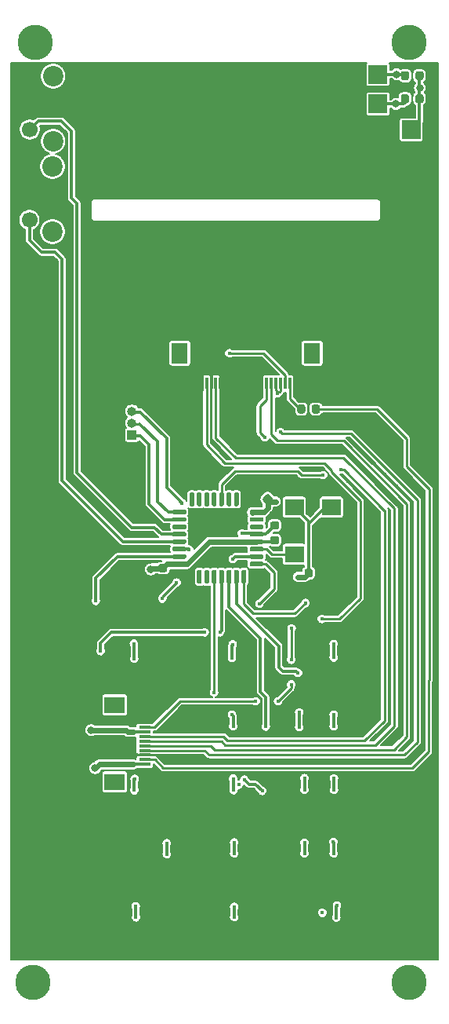
<source format=gbr>
G04 #@! TF.GenerationSoftware,KiCad,Pcbnew,5.1.6-c6e7f7d~87~ubuntu18.04.1*
G04 #@! TF.CreationDate,2020-08-01T21:45:34+02:00*
G04 #@! TF.ProjectId,HMI,484d492e-6b69-4636-9164-5f7063625858,rev?*
G04 #@! TF.SameCoordinates,Original*
G04 #@! TF.FileFunction,Copper,L2,Bot*
G04 #@! TF.FilePolarity,Positive*
%FSLAX46Y46*%
G04 Gerber Fmt 4.6, Leading zero omitted, Abs format (unit mm)*
G04 Created by KiCad (PCBNEW 5.1.6-c6e7f7d~87~ubuntu18.04.1) date 2020-08-01 21:45:34*
%MOMM*%
%LPD*%
G01*
G04 APERTURE LIST*
G04 #@! TA.AperFunction,SMDPad,CuDef*
%ADD10R,2.000000X2.000000*%
G04 #@! TD*
G04 #@! TA.AperFunction,ComponentPad*
%ADD11C,3.800000*%
G04 #@! TD*
G04 #@! TA.AperFunction,SMDPad,CuDef*
%ADD12R,0.300000X1.300000*%
G04 #@! TD*
G04 #@! TA.AperFunction,SMDPad,CuDef*
%ADD13R,1.800000X2.200000*%
G04 #@! TD*
G04 #@! TA.AperFunction,SMDPad,CuDef*
%ADD14R,2.000000X1.800000*%
G04 #@! TD*
G04 #@! TA.AperFunction,ComponentPad*
%ADD15C,1.700000*%
G04 #@! TD*
G04 #@! TA.AperFunction,ComponentPad*
%ADD16C,2.200000*%
G04 #@! TD*
G04 #@! TA.AperFunction,SMDPad,CuDef*
%ADD17R,1.300000X0.300000*%
G04 #@! TD*
G04 #@! TA.AperFunction,SMDPad,CuDef*
%ADD18R,2.200000X1.800000*%
G04 #@! TD*
G04 #@! TA.AperFunction,ComponentPad*
%ADD19O,1.000000X1.000000*%
G04 #@! TD*
G04 #@! TA.AperFunction,ComponentPad*
%ADD20R,1.000000X1.000000*%
G04 #@! TD*
G04 #@! TA.AperFunction,ViaPad*
%ADD21C,0.450000*%
G04 #@! TD*
G04 #@! TA.AperFunction,ViaPad*
%ADD22C,0.800000*%
G04 #@! TD*
G04 #@! TA.AperFunction,Conductor*
%ADD23C,0.600000*%
G04 #@! TD*
G04 #@! TA.AperFunction,Conductor*
%ADD24C,0.300000*%
G04 #@! TD*
G04 #@! TA.AperFunction,Conductor*
%ADD25C,0.250000*%
G04 #@! TD*
G04 #@! TA.AperFunction,Conductor*
%ADD26C,0.128000*%
G04 #@! TD*
G04 APERTURE END LIST*
D10*
X158800800Y-44373800D03*
X162407600Y-47167800D03*
X158800800Y-41173400D03*
G04 #@! TA.AperFunction,SMDPad,CuDef*
G36*
G01*
X162159200Y-43558750D02*
X162159200Y-44071250D01*
G75*
G02*
X161940450Y-44290000I-218750J0D01*
G01*
X161502950Y-44290000D01*
G75*
G02*
X161284200Y-44071250I0J218750D01*
G01*
X161284200Y-43558750D01*
G75*
G02*
X161502950Y-43340000I218750J0D01*
G01*
X161940450Y-43340000D01*
G75*
G02*
X162159200Y-43558750I0J-218750D01*
G01*
G37*
G04 #@! TD.AperFunction*
G04 #@! TA.AperFunction,SMDPad,CuDef*
G36*
G01*
X163734200Y-43558750D02*
X163734200Y-44071250D01*
G75*
G02*
X163515450Y-44290000I-218750J0D01*
G01*
X163077950Y-44290000D01*
G75*
G02*
X162859200Y-44071250I0J218750D01*
G01*
X162859200Y-43558750D01*
G75*
G02*
X163077950Y-43340000I218750J0D01*
G01*
X163515450Y-43340000D01*
G75*
G02*
X163734200Y-43558750I0J-218750D01*
G01*
G37*
G04 #@! TD.AperFunction*
G04 #@! TA.AperFunction,SMDPad,CuDef*
G36*
G01*
X162159200Y-41069550D02*
X162159200Y-41582050D01*
G75*
G02*
X161940450Y-41800800I-218750J0D01*
G01*
X161502950Y-41800800D01*
G75*
G02*
X161284200Y-41582050I0J218750D01*
G01*
X161284200Y-41069550D01*
G75*
G02*
X161502950Y-40850800I218750J0D01*
G01*
X161940450Y-40850800D01*
G75*
G02*
X162159200Y-41069550I0J-218750D01*
G01*
G37*
G04 #@! TD.AperFunction*
G04 #@! TA.AperFunction,SMDPad,CuDef*
G36*
G01*
X163734200Y-41069550D02*
X163734200Y-41582050D01*
G75*
G02*
X163515450Y-41800800I-218750J0D01*
G01*
X163077950Y-41800800D01*
G75*
G02*
X162859200Y-41582050I0J218750D01*
G01*
X162859200Y-41069550D01*
G75*
G02*
X163077950Y-40850800I218750J0D01*
G01*
X163515450Y-40850800D01*
G75*
G02*
X163734200Y-41069550I0J-218750D01*
G01*
G37*
G04 #@! TD.AperFunction*
D11*
X121513600Y-139039600D03*
X162153600Y-37693600D03*
X121767600Y-37693600D03*
X162153600Y-139039600D03*
G04 #@! TA.AperFunction,SMDPad,CuDef*
G36*
G01*
X146265061Y-85996769D02*
X145902669Y-86359162D01*
G75*
G02*
X145593309Y-86359162I-154680J154680D01*
G01*
X145283950Y-86049803D01*
G75*
G02*
X145283950Y-85740443I154680J154680D01*
G01*
X145646343Y-85378050D01*
G75*
G02*
X145955703Y-85378050I154680J-154680D01*
G01*
X146265062Y-85687409D01*
G75*
G02*
X146265062Y-85996769I-154680J-154680D01*
G01*
G37*
G04 #@! TD.AperFunction*
G04 #@! TA.AperFunction,SMDPad,CuDef*
G36*
G01*
X147378755Y-87110463D02*
X147016363Y-87472856D01*
G75*
G02*
X146707003Y-87472856I-154680J154680D01*
G01*
X146397644Y-87163497D01*
G75*
G02*
X146397644Y-86854137I154680J154680D01*
G01*
X146760037Y-86491744D01*
G75*
G02*
X147069397Y-86491744I154680J-154680D01*
G01*
X147378756Y-86801103D01*
G75*
G02*
X147378756Y-87110463I-154680J-154680D01*
G01*
G37*
G04 #@! TD.AperFunction*
D12*
X149788800Y-74494000D03*
X149288800Y-74494000D03*
X148788800Y-74494000D03*
X148288800Y-74494000D03*
X147788800Y-74494000D03*
X147288800Y-74494000D03*
X146788800Y-74494000D03*
X146288800Y-74494000D03*
X145788800Y-74494000D03*
X145288800Y-74494000D03*
X144788800Y-74494000D03*
X144288800Y-74494000D03*
X143788800Y-74494000D03*
X143288800Y-74494000D03*
X142788800Y-74494000D03*
X142288800Y-74494000D03*
X141788800Y-74494000D03*
X141288800Y-74494000D03*
X140788800Y-74494000D03*
X140288800Y-74494000D03*
X139788800Y-74494000D03*
X139288800Y-74494000D03*
D13*
X137388800Y-71244000D03*
X151688800Y-71244000D03*
D14*
X149783800Y-87845900D03*
X149783800Y-92925900D03*
X153783800Y-92925900D03*
X153783800Y-87845900D03*
G04 #@! TA.AperFunction,SMDPad,CuDef*
G36*
G01*
X144562800Y-86373300D02*
X144562800Y-87623300D01*
G75*
G02*
X144437800Y-87748300I-125000J0D01*
G01*
X144187800Y-87748300D01*
G75*
G02*
X144062800Y-87623300I0J125000D01*
G01*
X144062800Y-86373300D01*
G75*
G02*
X144187800Y-86248300I125000J0D01*
G01*
X144437800Y-86248300D01*
G75*
G02*
X144562800Y-86373300I0J-125000D01*
G01*
G37*
G04 #@! TD.AperFunction*
G04 #@! TA.AperFunction,SMDPad,CuDef*
G36*
G01*
X143762800Y-86373300D02*
X143762800Y-87623300D01*
G75*
G02*
X143637800Y-87748300I-125000J0D01*
G01*
X143387800Y-87748300D01*
G75*
G02*
X143262800Y-87623300I0J125000D01*
G01*
X143262800Y-86373300D01*
G75*
G02*
X143387800Y-86248300I125000J0D01*
G01*
X143637800Y-86248300D01*
G75*
G02*
X143762800Y-86373300I0J-125000D01*
G01*
G37*
G04 #@! TD.AperFunction*
G04 #@! TA.AperFunction,SMDPad,CuDef*
G36*
G01*
X142962800Y-86373300D02*
X142962800Y-87623300D01*
G75*
G02*
X142837800Y-87748300I-125000J0D01*
G01*
X142587800Y-87748300D01*
G75*
G02*
X142462800Y-87623300I0J125000D01*
G01*
X142462800Y-86373300D01*
G75*
G02*
X142587800Y-86248300I125000J0D01*
G01*
X142837800Y-86248300D01*
G75*
G02*
X142962800Y-86373300I0J-125000D01*
G01*
G37*
G04 #@! TD.AperFunction*
G04 #@! TA.AperFunction,SMDPad,CuDef*
G36*
G01*
X142162800Y-86373300D02*
X142162800Y-87623300D01*
G75*
G02*
X142037800Y-87748300I-125000J0D01*
G01*
X141787800Y-87748300D01*
G75*
G02*
X141662800Y-87623300I0J125000D01*
G01*
X141662800Y-86373300D01*
G75*
G02*
X141787800Y-86248300I125000J0D01*
G01*
X142037800Y-86248300D01*
G75*
G02*
X142162800Y-86373300I0J-125000D01*
G01*
G37*
G04 #@! TD.AperFunction*
G04 #@! TA.AperFunction,SMDPad,CuDef*
G36*
G01*
X141362800Y-86373300D02*
X141362800Y-87623300D01*
G75*
G02*
X141237800Y-87748300I-125000J0D01*
G01*
X140987800Y-87748300D01*
G75*
G02*
X140862800Y-87623300I0J125000D01*
G01*
X140862800Y-86373300D01*
G75*
G02*
X140987800Y-86248300I125000J0D01*
G01*
X141237800Y-86248300D01*
G75*
G02*
X141362800Y-86373300I0J-125000D01*
G01*
G37*
G04 #@! TD.AperFunction*
G04 #@! TA.AperFunction,SMDPad,CuDef*
G36*
G01*
X140562800Y-86373300D02*
X140562800Y-87623300D01*
G75*
G02*
X140437800Y-87748300I-125000J0D01*
G01*
X140187800Y-87748300D01*
G75*
G02*
X140062800Y-87623300I0J125000D01*
G01*
X140062800Y-86373300D01*
G75*
G02*
X140187800Y-86248300I125000J0D01*
G01*
X140437800Y-86248300D01*
G75*
G02*
X140562800Y-86373300I0J-125000D01*
G01*
G37*
G04 #@! TD.AperFunction*
G04 #@! TA.AperFunction,SMDPad,CuDef*
G36*
G01*
X139762800Y-86373300D02*
X139762800Y-87623300D01*
G75*
G02*
X139637800Y-87748300I-125000J0D01*
G01*
X139387800Y-87748300D01*
G75*
G02*
X139262800Y-87623300I0J125000D01*
G01*
X139262800Y-86373300D01*
G75*
G02*
X139387800Y-86248300I125000J0D01*
G01*
X139637800Y-86248300D01*
G75*
G02*
X139762800Y-86373300I0J-125000D01*
G01*
G37*
G04 #@! TD.AperFunction*
G04 #@! TA.AperFunction,SMDPad,CuDef*
G36*
G01*
X138962800Y-86373300D02*
X138962800Y-87623300D01*
G75*
G02*
X138837800Y-87748300I-125000J0D01*
G01*
X138587800Y-87748300D01*
G75*
G02*
X138462800Y-87623300I0J125000D01*
G01*
X138462800Y-86373300D01*
G75*
G02*
X138587800Y-86248300I125000J0D01*
G01*
X138837800Y-86248300D01*
G75*
G02*
X138962800Y-86373300I0J-125000D01*
G01*
G37*
G04 #@! TD.AperFunction*
G04 #@! TA.AperFunction,SMDPad,CuDef*
G36*
G01*
X138087800Y-88248300D02*
X138087800Y-88498300D01*
G75*
G02*
X137962800Y-88623300I-125000J0D01*
G01*
X136712800Y-88623300D01*
G75*
G02*
X136587800Y-88498300I0J125000D01*
G01*
X136587800Y-88248300D01*
G75*
G02*
X136712800Y-88123300I125000J0D01*
G01*
X137962800Y-88123300D01*
G75*
G02*
X138087800Y-88248300I0J-125000D01*
G01*
G37*
G04 #@! TD.AperFunction*
G04 #@! TA.AperFunction,SMDPad,CuDef*
G36*
G01*
X138087800Y-89048300D02*
X138087800Y-89298300D01*
G75*
G02*
X137962800Y-89423300I-125000J0D01*
G01*
X136712800Y-89423300D01*
G75*
G02*
X136587800Y-89298300I0J125000D01*
G01*
X136587800Y-89048300D01*
G75*
G02*
X136712800Y-88923300I125000J0D01*
G01*
X137962800Y-88923300D01*
G75*
G02*
X138087800Y-89048300I0J-125000D01*
G01*
G37*
G04 #@! TD.AperFunction*
G04 #@! TA.AperFunction,SMDPad,CuDef*
G36*
G01*
X138087800Y-89848300D02*
X138087800Y-90098300D01*
G75*
G02*
X137962800Y-90223300I-125000J0D01*
G01*
X136712800Y-90223300D01*
G75*
G02*
X136587800Y-90098300I0J125000D01*
G01*
X136587800Y-89848300D01*
G75*
G02*
X136712800Y-89723300I125000J0D01*
G01*
X137962800Y-89723300D01*
G75*
G02*
X138087800Y-89848300I0J-125000D01*
G01*
G37*
G04 #@! TD.AperFunction*
G04 #@! TA.AperFunction,SMDPad,CuDef*
G36*
G01*
X138087800Y-90648300D02*
X138087800Y-90898300D01*
G75*
G02*
X137962800Y-91023300I-125000J0D01*
G01*
X136712800Y-91023300D01*
G75*
G02*
X136587800Y-90898300I0J125000D01*
G01*
X136587800Y-90648300D01*
G75*
G02*
X136712800Y-90523300I125000J0D01*
G01*
X137962800Y-90523300D01*
G75*
G02*
X138087800Y-90648300I0J-125000D01*
G01*
G37*
G04 #@! TD.AperFunction*
G04 #@! TA.AperFunction,SMDPad,CuDef*
G36*
G01*
X138087800Y-91448300D02*
X138087800Y-91698300D01*
G75*
G02*
X137962800Y-91823300I-125000J0D01*
G01*
X136712800Y-91823300D01*
G75*
G02*
X136587800Y-91698300I0J125000D01*
G01*
X136587800Y-91448300D01*
G75*
G02*
X136712800Y-91323300I125000J0D01*
G01*
X137962800Y-91323300D01*
G75*
G02*
X138087800Y-91448300I0J-125000D01*
G01*
G37*
G04 #@! TD.AperFunction*
G04 #@! TA.AperFunction,SMDPad,CuDef*
G36*
G01*
X138087800Y-92248300D02*
X138087800Y-92498300D01*
G75*
G02*
X137962800Y-92623300I-125000J0D01*
G01*
X136712800Y-92623300D01*
G75*
G02*
X136587800Y-92498300I0J125000D01*
G01*
X136587800Y-92248300D01*
G75*
G02*
X136712800Y-92123300I125000J0D01*
G01*
X137962800Y-92123300D01*
G75*
G02*
X138087800Y-92248300I0J-125000D01*
G01*
G37*
G04 #@! TD.AperFunction*
G04 #@! TA.AperFunction,SMDPad,CuDef*
G36*
G01*
X138087800Y-93048300D02*
X138087800Y-93298300D01*
G75*
G02*
X137962800Y-93423300I-125000J0D01*
G01*
X136712800Y-93423300D01*
G75*
G02*
X136587800Y-93298300I0J125000D01*
G01*
X136587800Y-93048300D01*
G75*
G02*
X136712800Y-92923300I125000J0D01*
G01*
X137962800Y-92923300D01*
G75*
G02*
X138087800Y-93048300I0J-125000D01*
G01*
G37*
G04 #@! TD.AperFunction*
G04 #@! TA.AperFunction,SMDPad,CuDef*
G36*
G01*
X138087800Y-93848300D02*
X138087800Y-94098300D01*
G75*
G02*
X137962800Y-94223300I-125000J0D01*
G01*
X136712800Y-94223300D01*
G75*
G02*
X136587800Y-94098300I0J125000D01*
G01*
X136587800Y-93848300D01*
G75*
G02*
X136712800Y-93723300I125000J0D01*
G01*
X137962800Y-93723300D01*
G75*
G02*
X138087800Y-93848300I0J-125000D01*
G01*
G37*
G04 #@! TD.AperFunction*
G04 #@! TA.AperFunction,SMDPad,CuDef*
G36*
G01*
X138962800Y-94723300D02*
X138962800Y-95973300D01*
G75*
G02*
X138837800Y-96098300I-125000J0D01*
G01*
X138587800Y-96098300D01*
G75*
G02*
X138462800Y-95973300I0J125000D01*
G01*
X138462800Y-94723300D01*
G75*
G02*
X138587800Y-94598300I125000J0D01*
G01*
X138837800Y-94598300D01*
G75*
G02*
X138962800Y-94723300I0J-125000D01*
G01*
G37*
G04 #@! TD.AperFunction*
G04 #@! TA.AperFunction,SMDPad,CuDef*
G36*
G01*
X139762800Y-94723300D02*
X139762800Y-95973300D01*
G75*
G02*
X139637800Y-96098300I-125000J0D01*
G01*
X139387800Y-96098300D01*
G75*
G02*
X139262800Y-95973300I0J125000D01*
G01*
X139262800Y-94723300D01*
G75*
G02*
X139387800Y-94598300I125000J0D01*
G01*
X139637800Y-94598300D01*
G75*
G02*
X139762800Y-94723300I0J-125000D01*
G01*
G37*
G04 #@! TD.AperFunction*
G04 #@! TA.AperFunction,SMDPad,CuDef*
G36*
G01*
X140562800Y-94723300D02*
X140562800Y-95973300D01*
G75*
G02*
X140437800Y-96098300I-125000J0D01*
G01*
X140187800Y-96098300D01*
G75*
G02*
X140062800Y-95973300I0J125000D01*
G01*
X140062800Y-94723300D01*
G75*
G02*
X140187800Y-94598300I125000J0D01*
G01*
X140437800Y-94598300D01*
G75*
G02*
X140562800Y-94723300I0J-125000D01*
G01*
G37*
G04 #@! TD.AperFunction*
G04 #@! TA.AperFunction,SMDPad,CuDef*
G36*
G01*
X141362800Y-94723300D02*
X141362800Y-95973300D01*
G75*
G02*
X141237800Y-96098300I-125000J0D01*
G01*
X140987800Y-96098300D01*
G75*
G02*
X140862800Y-95973300I0J125000D01*
G01*
X140862800Y-94723300D01*
G75*
G02*
X140987800Y-94598300I125000J0D01*
G01*
X141237800Y-94598300D01*
G75*
G02*
X141362800Y-94723300I0J-125000D01*
G01*
G37*
G04 #@! TD.AperFunction*
G04 #@! TA.AperFunction,SMDPad,CuDef*
G36*
G01*
X142162800Y-94723300D02*
X142162800Y-95973300D01*
G75*
G02*
X142037800Y-96098300I-125000J0D01*
G01*
X141787800Y-96098300D01*
G75*
G02*
X141662800Y-95973300I0J125000D01*
G01*
X141662800Y-94723300D01*
G75*
G02*
X141787800Y-94598300I125000J0D01*
G01*
X142037800Y-94598300D01*
G75*
G02*
X142162800Y-94723300I0J-125000D01*
G01*
G37*
G04 #@! TD.AperFunction*
G04 #@! TA.AperFunction,SMDPad,CuDef*
G36*
G01*
X142962800Y-94723300D02*
X142962800Y-95973300D01*
G75*
G02*
X142837800Y-96098300I-125000J0D01*
G01*
X142587800Y-96098300D01*
G75*
G02*
X142462800Y-95973300I0J125000D01*
G01*
X142462800Y-94723300D01*
G75*
G02*
X142587800Y-94598300I125000J0D01*
G01*
X142837800Y-94598300D01*
G75*
G02*
X142962800Y-94723300I0J-125000D01*
G01*
G37*
G04 #@! TD.AperFunction*
G04 #@! TA.AperFunction,SMDPad,CuDef*
G36*
G01*
X143762800Y-94723300D02*
X143762800Y-95973300D01*
G75*
G02*
X143637800Y-96098300I-125000J0D01*
G01*
X143387800Y-96098300D01*
G75*
G02*
X143262800Y-95973300I0J125000D01*
G01*
X143262800Y-94723300D01*
G75*
G02*
X143387800Y-94598300I125000J0D01*
G01*
X143637800Y-94598300D01*
G75*
G02*
X143762800Y-94723300I0J-125000D01*
G01*
G37*
G04 #@! TD.AperFunction*
G04 #@! TA.AperFunction,SMDPad,CuDef*
G36*
G01*
X144562800Y-94723300D02*
X144562800Y-95973300D01*
G75*
G02*
X144437800Y-96098300I-125000J0D01*
G01*
X144187800Y-96098300D01*
G75*
G02*
X144062800Y-95973300I0J125000D01*
G01*
X144062800Y-94723300D01*
G75*
G02*
X144187800Y-94598300I125000J0D01*
G01*
X144437800Y-94598300D01*
G75*
G02*
X144562800Y-94723300I0J-125000D01*
G01*
G37*
G04 #@! TD.AperFunction*
G04 #@! TA.AperFunction,SMDPad,CuDef*
G36*
G01*
X146437800Y-93848300D02*
X146437800Y-94098300D01*
G75*
G02*
X146312800Y-94223300I-125000J0D01*
G01*
X145062800Y-94223300D01*
G75*
G02*
X144937800Y-94098300I0J125000D01*
G01*
X144937800Y-93848300D01*
G75*
G02*
X145062800Y-93723300I125000J0D01*
G01*
X146312800Y-93723300D01*
G75*
G02*
X146437800Y-93848300I0J-125000D01*
G01*
G37*
G04 #@! TD.AperFunction*
G04 #@! TA.AperFunction,SMDPad,CuDef*
G36*
G01*
X146437800Y-93048300D02*
X146437800Y-93298300D01*
G75*
G02*
X146312800Y-93423300I-125000J0D01*
G01*
X145062800Y-93423300D01*
G75*
G02*
X144937800Y-93298300I0J125000D01*
G01*
X144937800Y-93048300D01*
G75*
G02*
X145062800Y-92923300I125000J0D01*
G01*
X146312800Y-92923300D01*
G75*
G02*
X146437800Y-93048300I0J-125000D01*
G01*
G37*
G04 #@! TD.AperFunction*
G04 #@! TA.AperFunction,SMDPad,CuDef*
G36*
G01*
X146437800Y-92248300D02*
X146437800Y-92498300D01*
G75*
G02*
X146312800Y-92623300I-125000J0D01*
G01*
X145062800Y-92623300D01*
G75*
G02*
X144937800Y-92498300I0J125000D01*
G01*
X144937800Y-92248300D01*
G75*
G02*
X145062800Y-92123300I125000J0D01*
G01*
X146312800Y-92123300D01*
G75*
G02*
X146437800Y-92248300I0J-125000D01*
G01*
G37*
G04 #@! TD.AperFunction*
G04 #@! TA.AperFunction,SMDPad,CuDef*
G36*
G01*
X146437800Y-91448300D02*
X146437800Y-91698300D01*
G75*
G02*
X146312800Y-91823300I-125000J0D01*
G01*
X145062800Y-91823300D01*
G75*
G02*
X144937800Y-91698300I0J125000D01*
G01*
X144937800Y-91448300D01*
G75*
G02*
X145062800Y-91323300I125000J0D01*
G01*
X146312800Y-91323300D01*
G75*
G02*
X146437800Y-91448300I0J-125000D01*
G01*
G37*
G04 #@! TD.AperFunction*
G04 #@! TA.AperFunction,SMDPad,CuDef*
G36*
G01*
X146437800Y-90648300D02*
X146437800Y-90898300D01*
G75*
G02*
X146312800Y-91023300I-125000J0D01*
G01*
X145062800Y-91023300D01*
G75*
G02*
X144937800Y-90898300I0J125000D01*
G01*
X144937800Y-90648300D01*
G75*
G02*
X145062800Y-90523300I125000J0D01*
G01*
X146312800Y-90523300D01*
G75*
G02*
X146437800Y-90648300I0J-125000D01*
G01*
G37*
G04 #@! TD.AperFunction*
G04 #@! TA.AperFunction,SMDPad,CuDef*
G36*
G01*
X146437800Y-89848300D02*
X146437800Y-90098300D01*
G75*
G02*
X146312800Y-90223300I-125000J0D01*
G01*
X145062800Y-90223300D01*
G75*
G02*
X144937800Y-90098300I0J125000D01*
G01*
X144937800Y-89848300D01*
G75*
G02*
X145062800Y-89723300I125000J0D01*
G01*
X146312800Y-89723300D01*
G75*
G02*
X146437800Y-89848300I0J-125000D01*
G01*
G37*
G04 #@! TD.AperFunction*
G04 #@! TA.AperFunction,SMDPad,CuDef*
G36*
G01*
X146437800Y-89048300D02*
X146437800Y-89298300D01*
G75*
G02*
X146312800Y-89423300I-125000J0D01*
G01*
X145062800Y-89423300D01*
G75*
G02*
X144937800Y-89298300I0J125000D01*
G01*
X144937800Y-89048300D01*
G75*
G02*
X145062800Y-88923300I125000J0D01*
G01*
X146312800Y-88923300D01*
G75*
G02*
X146437800Y-89048300I0J-125000D01*
G01*
G37*
G04 #@! TD.AperFunction*
G04 #@! TA.AperFunction,SMDPad,CuDef*
G36*
G01*
X146437800Y-88248300D02*
X146437800Y-88498300D01*
G75*
G02*
X146312800Y-88623300I-125000J0D01*
G01*
X145062800Y-88623300D01*
G75*
G02*
X144937800Y-88498300I0J125000D01*
G01*
X144937800Y-88248300D01*
G75*
G02*
X145062800Y-88123300I125000J0D01*
G01*
X146312800Y-88123300D01*
G75*
G02*
X146437800Y-88248300I0J-125000D01*
G01*
G37*
G04 #@! TD.AperFunction*
D15*
X121198000Y-42621200D03*
X121198000Y-47121200D03*
D16*
X123698000Y-41371200D03*
X123698000Y-48371200D03*
D15*
X121147200Y-52380200D03*
X121147200Y-56880200D03*
D16*
X123647200Y-51130200D03*
X123647200Y-58130200D03*
G04 #@! TA.AperFunction,SMDPad,CuDef*
G36*
G01*
X150957900Y-77010550D02*
X150957900Y-77523050D01*
G75*
G02*
X150739150Y-77741800I-218750J0D01*
G01*
X150301650Y-77741800D01*
G75*
G02*
X150082900Y-77523050I0J218750D01*
G01*
X150082900Y-77010550D01*
G75*
G02*
X150301650Y-76791800I218750J0D01*
G01*
X150739150Y-76791800D01*
G75*
G02*
X150957900Y-77010550I0J-218750D01*
G01*
G37*
G04 #@! TD.AperFunction*
G04 #@! TA.AperFunction,SMDPad,CuDef*
G36*
G01*
X152532900Y-77010550D02*
X152532900Y-77523050D01*
G75*
G02*
X152314150Y-77741800I-218750J0D01*
G01*
X151876650Y-77741800D01*
G75*
G02*
X151657900Y-77523050I0J218750D01*
G01*
X151657900Y-77010550D01*
G75*
G02*
X151876650Y-76791800I218750J0D01*
G01*
X152314150Y-76791800D01*
G75*
G02*
X152532900Y-77010550I0J-218750D01*
G01*
G37*
G04 #@! TD.AperFunction*
G04 #@! TA.AperFunction,SMDPad,CuDef*
G36*
G01*
X147906450Y-90264400D02*
X147393950Y-90264400D01*
G75*
G02*
X147175200Y-90045650I0J218750D01*
G01*
X147175200Y-89608150D01*
G75*
G02*
X147393950Y-89389400I218750J0D01*
G01*
X147906450Y-89389400D01*
G75*
G02*
X148125200Y-89608150I0J-218750D01*
G01*
X148125200Y-90045650D01*
G75*
G02*
X147906450Y-90264400I-218750J0D01*
G01*
G37*
G04 #@! TD.AperFunction*
G04 #@! TA.AperFunction,SMDPad,CuDef*
G36*
G01*
X147906450Y-91839400D02*
X147393950Y-91839400D01*
G75*
G02*
X147175200Y-91620650I0J218750D01*
G01*
X147175200Y-91183150D01*
G75*
G02*
X147393950Y-90964400I218750J0D01*
G01*
X147906450Y-90964400D01*
G75*
G02*
X148125200Y-91183150I0J-218750D01*
G01*
X148125200Y-91620650D01*
G75*
G02*
X147906450Y-91839400I-218750J0D01*
G01*
G37*
G04 #@! TD.AperFunction*
D17*
X133604000Y-111070000D03*
X133604000Y-111570000D03*
X133604000Y-112070000D03*
X133604000Y-112570000D03*
X133604000Y-113070000D03*
X133604000Y-113570000D03*
X133604000Y-114070000D03*
X133604000Y-114570000D03*
X133604000Y-115070000D03*
X133604000Y-115570000D03*
D18*
X130354000Y-117470000D03*
X130354000Y-109170000D03*
D19*
X132232400Y-76250800D03*
X132232400Y-77520800D03*
X132232400Y-78790800D03*
D20*
X132232400Y-80060800D03*
G04 #@! TA.AperFunction,SMDPad,CuDef*
G36*
G01*
X135303550Y-95561900D02*
X135816050Y-95561900D01*
G75*
G02*
X136034800Y-95780650I0J-218750D01*
G01*
X136034800Y-96218150D01*
G75*
G02*
X135816050Y-96436900I-218750J0D01*
G01*
X135303550Y-96436900D01*
G75*
G02*
X135084800Y-96218150I0J218750D01*
G01*
X135084800Y-95780650D01*
G75*
G02*
X135303550Y-95561900I218750J0D01*
G01*
G37*
G04 #@! TD.AperFunction*
G04 #@! TA.AperFunction,SMDPad,CuDef*
G36*
G01*
X135303550Y-93986900D02*
X135816050Y-93986900D01*
G75*
G02*
X136034800Y-94205650I0J-218750D01*
G01*
X136034800Y-94643150D01*
G75*
G02*
X135816050Y-94861900I-218750J0D01*
G01*
X135303550Y-94861900D01*
G75*
G02*
X135084800Y-94643150I0J218750D01*
G01*
X135084800Y-94205650D01*
G75*
G02*
X135303550Y-93986900I218750J0D01*
G01*
G37*
G04 #@! TD.AperFunction*
G04 #@! TA.AperFunction,SMDPad,CuDef*
G36*
G01*
X152445300Y-95214150D02*
X152445300Y-94701650D01*
G75*
G02*
X152664050Y-94482900I218750J0D01*
G01*
X153101550Y-94482900D01*
G75*
G02*
X153320300Y-94701650I0J-218750D01*
G01*
X153320300Y-95214150D01*
G75*
G02*
X153101550Y-95432900I-218750J0D01*
G01*
X152664050Y-95432900D01*
G75*
G02*
X152445300Y-95214150I0J218750D01*
G01*
G37*
G04 #@! TD.AperFunction*
G04 #@! TA.AperFunction,SMDPad,CuDef*
G36*
G01*
X150870300Y-95214150D02*
X150870300Y-94701650D01*
G75*
G02*
X151089050Y-94482900I218750J0D01*
G01*
X151526550Y-94482900D01*
G75*
G02*
X151745300Y-94701650I0J-218750D01*
G01*
X151745300Y-95214150D01*
G75*
G02*
X151526550Y-95432900I-218750J0D01*
G01*
X151089050Y-95432900D01*
G75*
G02*
X150870300Y-95214150I0J218750D01*
G01*
G37*
G04 #@! TD.AperFunction*
D21*
X158496000Y-103378000D03*
X158496000Y-105410000D03*
X158496000Y-96012000D03*
X158496000Y-98044000D03*
X158496000Y-100076000D03*
X154406600Y-86093300D03*
X153466800Y-85331300D03*
X150901400Y-85305900D03*
X149479000Y-84772500D03*
X147149820Y-84866480D03*
X148234400Y-86194900D03*
X150190200Y-86042500D03*
X151663400Y-87795100D03*
X152958800Y-89573100D03*
X155194000Y-89496900D03*
X155117800Y-91224100D03*
X155194000Y-125577600D03*
X137769600Y-86245700D03*
X141704060Y-83924140D03*
X139776200Y-81876900D03*
X139319000Y-79717900D03*
X136982200Y-80835500D03*
X136982200Y-83908900D03*
X138049000Y-78879700D03*
X136677400Y-77228700D03*
X135585200Y-78320900D03*
X131191000Y-81584800D03*
X130352800Y-79717900D03*
X128092200Y-72758300D03*
X130708400Y-72834500D03*
X132461000Y-75247500D03*
X134416800Y-77000100D03*
X129032000Y-90995500D03*
X127381000Y-92519500D03*
X127076200Y-93383100D03*
X152933400Y-101180900D03*
X146837400Y-95719900D03*
X144475200Y-80657700D03*
X144348200Y-79552800D03*
X142341600Y-79971900D03*
X154307540Y-81605120D03*
X153009600Y-81579720D03*
X151579580Y-81592420D03*
X149926040Y-81556860D03*
X148650960Y-81569560D03*
X146865340Y-81653380D03*
X147769580Y-81592420D03*
X138973560Y-90197940D03*
X139641580Y-90805000D03*
X144084040Y-88612980D03*
X144012920Y-89601040D03*
X140307060Y-88554560D03*
X141046200Y-89601040D03*
X142427960Y-89662000D03*
X148551900Y-84833460D03*
X140788800Y-73079200D03*
X142240000Y-72948800D03*
X143205200Y-72948800D03*
X144221200Y-72948800D03*
X145186400Y-72948800D03*
X146202400Y-72948800D03*
X145389600Y-76149200D03*
X144576800Y-76149200D03*
X143510000Y-76149200D03*
X142392400Y-76149200D03*
X155498800Y-78181200D03*
X149047200Y-72847200D03*
X130759200Y-63246000D03*
X131064000Y-60807600D03*
X127914400Y-53086000D03*
X128625600Y-53695600D03*
X130911600Y-58928000D03*
X130810000Y-65633600D03*
X130911600Y-67970400D03*
X129641600Y-70561200D03*
X123596400Y-74777600D03*
X123850400Y-78790800D03*
X123748800Y-82702400D03*
X125882400Y-87782400D03*
X135432800Y-92405200D03*
X130860800Y-87172800D03*
X130860800Y-85039200D03*
X130860800Y-83312000D03*
X128244600Y-77609700D03*
X158648400Y-78994000D03*
X159359600Y-119430800D03*
X158496000Y-93472000D03*
X137414000Y-125603000D03*
X139293600Y-127330200D03*
X133959600Y-127965200D03*
X134442200Y-129971800D03*
X136499600Y-130327400D03*
X139598400Y-130403600D03*
X142544800Y-129006600D03*
X144119600Y-127990600D03*
X147040600Y-127990600D03*
X149275800Y-126695200D03*
X152527000Y-127635000D03*
X155346400Y-127584200D03*
X152298400Y-129870200D03*
X150012400Y-130378200D03*
X146735800Y-130479800D03*
X134620000Y-116840000D03*
X153365200Y-106578400D03*
X150596600Y-104165400D03*
X147129500Y-104521000D03*
X147447000Y-109905800D03*
X147523200Y-107061000D03*
X151066500Y-110236000D03*
X151765000Y-109169200D03*
X139547600Y-104292400D03*
X133375400Y-106654600D03*
X133756400Y-108331000D03*
X139471400Y-109677200D03*
X139700000Y-106984800D03*
X134137400Y-99593400D03*
X139369800Y-100457000D03*
X139369800Y-98552000D03*
X138201400Y-123545600D03*
X135712200Y-118694200D03*
X137668000Y-118668800D03*
X139420600Y-118694200D03*
X136931400Y-123571000D03*
X147345400Y-118821200D03*
X141452600Y-123012200D03*
X139242800Y-123571000D03*
X146608800Y-125222000D03*
X146608800Y-126034800D03*
X147523200Y-125526800D03*
X147243800Y-123164600D03*
X147726400Y-123748800D03*
X142290800Y-123621800D03*
X149809200Y-125653800D03*
X147777200Y-118643400D03*
X158445200Y-124764800D03*
X158470600Y-126720600D03*
X159486600Y-129260600D03*
X158115000Y-131013200D03*
X157911800Y-132791200D03*
X157708600Y-134391400D03*
X154863800Y-134645400D03*
X152933400Y-134645400D03*
X151130000Y-134594600D03*
X150571200Y-133324600D03*
X150774400Y-132435600D03*
X148691600Y-132486400D03*
X146659600Y-132384800D03*
X146812000Y-134010400D03*
X145364200Y-134874000D03*
X143764000Y-134543800D03*
X142113000Y-134620000D03*
X141274800Y-135026400D03*
X139954000Y-134594600D03*
X139954000Y-132435600D03*
X138099800Y-132384800D03*
X135864600Y-132435600D03*
X135991600Y-134010400D03*
X134772400Y-135178800D03*
X132410200Y-134696200D03*
X130454400Y-135204200D03*
X128371600Y-134696200D03*
X128625600Y-133045200D03*
X128727200Y-131013200D03*
X129641600Y-129895600D03*
X130937000Y-129997200D03*
X135839200Y-127304800D03*
X127127000Y-99415600D03*
X121920000Y-98653600D03*
X124079000Y-96367600D03*
X125653800Y-94894400D03*
X145161000Y-102298500D03*
X145237200Y-106553000D03*
X145211800Y-107696000D03*
X145211800Y-109474000D03*
X164236400Y-122478800D03*
X161747200Y-123520200D03*
X159893000Y-123571000D03*
X164490400Y-84988400D03*
X162763200Y-85293200D03*
X163068000Y-83489800D03*
X160147000Y-81788000D03*
X136804400Y-97612200D03*
X124612400Y-53238400D03*
X122580400Y-53187600D03*
X121107200Y-54508400D03*
X120192800Y-54203600D03*
X119684800Y-50292000D03*
X119786400Y-49123600D03*
X121513600Y-49123600D03*
X121361200Y-50190400D03*
X119634000Y-45770800D03*
X120650000Y-45212000D03*
X121767600Y-45161200D03*
X121970800Y-43789600D03*
X126136400Y-44856400D03*
X127508000Y-46482000D03*
X139065000Y-75946000D03*
X139319000Y-72898000D03*
X141478000Y-70104000D03*
X139446000Y-69977000D03*
X136906000Y-74549000D03*
X133045200Y-88442800D03*
X132994400Y-83820000D03*
X132994400Y-84886800D03*
X132994400Y-86207600D03*
X132994400Y-87223600D03*
X148285200Y-78638400D03*
X149098000Y-77216000D03*
X149555200Y-78892400D03*
X153670000Y-78181200D03*
X162560000Y-79197200D03*
X160680400Y-77571600D03*
X159054800Y-76098400D03*
X156057600Y-76047600D03*
X153162000Y-76149200D03*
X151333200Y-75996800D03*
X150368000Y-75844400D03*
X144780000Y-70002400D03*
X146507200Y-99885500D03*
X148132800Y-100330000D03*
X150317200Y-101549200D03*
X151587200Y-100888800D03*
X149250400Y-97485200D03*
X125323600Y-60147200D03*
X123596400Y-61518800D03*
X121869200Y-61264800D03*
X120446800Y-59893200D03*
X134874000Y-60909200D03*
X139192000Y-61010800D03*
X142290800Y-64211200D03*
X145237200Y-67310000D03*
X147167600Y-65532000D03*
X144475200Y-62788800D03*
X141376400Y-59944000D03*
X137718800Y-58724800D03*
X134213600Y-58674000D03*
X127711200Y-57454800D03*
X127406400Y-59690000D03*
X135128000Y-114620000D03*
X135445500Y-116840000D03*
X136906000Y-116840000D03*
X138747500Y-116840000D03*
X140208000Y-116840000D03*
X135610600Y-111683800D03*
X137896600Y-111785400D03*
X140017500Y-111506000D03*
X158496000Y-91630500D03*
X158496000Y-90170000D03*
X158369000Y-112852200D03*
X159702500Y-111506000D03*
X160070800Y-106045000D03*
X160070800Y-93751400D03*
X160083500Y-100330000D03*
X160045400Y-89281000D03*
X158432500Y-84963000D03*
X159956500Y-86423500D03*
X161163000Y-87757000D03*
X161226500Y-90741500D03*
X161226500Y-93726000D03*
X161226500Y-97853500D03*
X161226500Y-101155500D03*
X161226500Y-103949500D03*
X161226500Y-106235500D03*
X161226500Y-109918500D03*
X161163000Y-112204500D03*
X160147000Y-113284000D03*
X161493200Y-113893600D03*
X162306000Y-113093500D03*
X162534600Y-110947200D03*
X162496500Y-108331000D03*
X162509200Y-104978200D03*
X162496500Y-101219000D03*
X162509200Y-97663000D03*
X162496500Y-93789500D03*
X162496500Y-91059000D03*
X157937200Y-87884000D03*
X157734000Y-89281000D03*
X158813500Y-89408000D03*
X163766500Y-89535000D03*
X163766500Y-92392500D03*
X163766500Y-95948500D03*
X163766500Y-99377500D03*
X163766500Y-103822500D03*
X163766500Y-106235500D03*
X165036500Y-106172000D03*
X165036500Y-102933500D03*
X165036500Y-100076000D03*
X165036500Y-96964500D03*
X165036500Y-93980000D03*
X165036500Y-91186000D03*
X165036500Y-89217500D03*
X156146500Y-80899000D03*
X157861000Y-82677000D03*
X159575500Y-84328000D03*
X160782000Y-85534500D03*
X162496500Y-87376000D03*
X156654500Y-83121500D03*
X155575000Y-85026500D03*
X157035500Y-86487000D03*
X146812000Y-102552500D03*
X146875500Y-105981500D03*
X148717000Y-104902000D03*
X148717000Y-104013000D03*
X133858000Y-102108000D03*
X137160000Y-102108000D03*
X138938000Y-102108000D03*
X130302000Y-102108000D03*
X137160000Y-107950000D03*
X135636000Y-109474000D03*
X151638000Y-106680000D03*
X158496000Y-110490000D03*
X123190000Y-104648000D03*
X123190000Y-101600000D03*
X123190000Y-107442000D03*
X123190000Y-111252000D03*
X123698000Y-112268000D03*
X124968000Y-113030000D03*
X128016000Y-112776000D03*
X128524000Y-114300000D03*
X131775200Y-114681000D03*
X131775200Y-113207800D03*
X129489200Y-113131600D03*
X130251200Y-114071400D03*
X131826000Y-116357400D03*
X128016000Y-113512600D03*
X129108200Y-114833400D03*
X130962400Y-114630200D03*
X131165600Y-113792000D03*
X138887200Y-114681000D03*
X136194800Y-115366800D03*
X140004800Y-115316000D03*
X142163800Y-115341400D03*
X147624800Y-115290600D03*
X145211800Y-115316000D03*
X151511000Y-115366800D03*
X153263600Y-115366800D03*
X154940000Y-115417600D03*
X159029400Y-115290600D03*
X161493200Y-115341400D03*
X163144200Y-114274600D03*
X163753800Y-111734600D03*
X163753800Y-108712000D03*
X147472400Y-112191800D03*
X147929600Y-111633000D03*
X148386800Y-112166400D03*
X151028400Y-112318800D03*
X151053800Y-111607600D03*
X155041600Y-116941600D03*
X153035000Y-117017800D03*
X149098000Y-117043200D03*
X146583400Y-117068600D03*
X162941000Y-81534000D03*
X158623000Y-107950000D03*
X157861000Y-111506000D03*
X137668000Y-109728000D03*
X141757400Y-109499400D03*
X143891000Y-109753400D03*
X146024600Y-109550200D03*
X135966200Y-89865200D03*
X135102600Y-89433400D03*
X133019800Y-89281000D03*
X132511800Y-90805000D03*
X133324600Y-90779600D03*
X130556000Y-89712800D03*
X128828800Y-87884000D03*
X126619000Y-85801200D03*
X125552200Y-84607400D03*
X125399800Y-80899000D03*
X125450600Y-77216000D03*
X125399800Y-72618600D03*
X125526800Y-69265800D03*
X125526800Y-65608200D03*
X125476000Y-62738000D03*
X123621800Y-63246000D03*
X123698000Y-65735200D03*
X123774200Y-68427600D03*
X123825000Y-71120000D03*
X127228600Y-83642200D03*
X129032000Y-85496400D03*
X127203200Y-81889600D03*
X127127000Y-78790800D03*
X127177800Y-74777600D03*
X127101600Y-70891400D03*
X127101600Y-67487800D03*
X127076200Y-64033400D03*
X127152400Y-61468000D03*
D22*
X134239000Y-94551500D03*
D21*
X147751800Y-87236300D03*
X150139400Y-95364300D03*
X147955000Y-75565000D03*
X142748000Y-71247000D03*
D22*
X128244600Y-115976400D03*
X127825500Y-111887000D03*
D21*
X144094200Y-90690700D03*
X137648950Y-87395050D03*
X145605500Y-108775500D03*
X148018500Y-108775500D03*
X149428200Y-106959400D03*
X149428200Y-104292400D03*
X149479000Y-100914200D03*
X152730200Y-99898200D03*
X148259800Y-79768700D03*
X146583400Y-80327500D03*
X154813000Y-83781900D03*
X152882600Y-84391500D03*
X138404600Y-92417900D03*
X128320800Y-97942400D03*
X141097000Y-107823000D03*
X143759580Y-117763081D03*
X128841500Y-103378000D03*
X140081000Y-101346000D03*
X141732000Y-101346000D03*
X146291300Y-118440200D03*
X144360900Y-117222280D03*
X146685000Y-111506000D03*
X152806400Y-131584700D03*
X150863300Y-118322280D03*
X150863300Y-124028200D03*
X150863300Y-125180280D03*
X150304500Y-111569500D03*
X150304500Y-109982000D03*
X150177500Y-105727500D03*
X150863300Y-117055900D03*
X132465980Y-104172920D03*
X132430420Y-102557480D03*
X132486300Y-118366440D03*
X132522060Y-117132200D03*
X132659020Y-132067400D03*
X132628740Y-130873600D03*
X143129000Y-93433900D03*
X135521700Y-97713800D03*
X135978900Y-125247400D03*
X135978900Y-124080280D03*
X137058400Y-95961200D03*
X143276220Y-132038280D03*
X143276420Y-130938280D03*
X143268700Y-125180280D03*
X143268700Y-123992640D03*
X143200020Y-118346320D03*
X143159580Y-117116960D03*
X143159580Y-111464280D03*
X143032380Y-110223200D03*
X143032380Y-104102000D03*
X143113860Y-102638760D03*
X145999200Y-98247200D03*
X154010260Y-102593040D03*
X154023060Y-104058720D03*
X154025500Y-110208160D03*
X154025500Y-111483040D03*
X154050900Y-117091360D03*
X154050900Y-118322280D03*
X153995220Y-123954640D03*
X154010460Y-125180280D03*
X154315060Y-132097680D03*
X154378660Y-130784600D03*
X150964900Y-98171000D03*
D22*
X160832800Y-41173400D03*
X163322000Y-42646600D03*
X160731200Y-44373800D03*
D23*
X138061700Y-95999400D02*
X138712800Y-95348300D01*
D24*
X152882800Y-93826900D02*
X153783800Y-92925900D01*
X152882800Y-94957900D02*
X152882800Y-93826900D01*
D23*
X144312800Y-86998300D02*
X144312800Y-86306500D01*
X144312800Y-86306500D02*
X144856200Y-85763100D01*
X145669000Y-85763100D02*
X145774506Y-85868606D01*
X144856200Y-85763100D02*
X145669000Y-85763100D01*
D24*
X132075600Y-122817300D02*
X132029200Y-122770900D01*
X133475800Y-122817300D02*
X132075600Y-122817300D01*
X132030000Y-119317300D02*
X131978400Y-119265700D01*
X133475800Y-119317300D02*
X132030000Y-119317300D01*
D25*
X140788800Y-74494000D02*
X140788800Y-73079200D01*
X140788800Y-73079200D02*
X140788800Y-72825200D01*
D24*
X149788800Y-73588800D02*
X149047200Y-72847200D01*
X149788800Y-74494000D02*
X149788800Y-73588800D01*
X146288800Y-73035200D02*
X146202400Y-72948800D01*
X146288800Y-74494000D02*
X146288800Y-73035200D01*
D25*
X141788800Y-74478800D02*
X141833600Y-74434000D01*
X141788800Y-74494000D02*
X141788800Y-74478800D01*
X141833600Y-73355200D02*
X142240000Y-72948800D01*
X141833600Y-74434000D02*
X141833600Y-73355200D01*
X141788800Y-75545600D02*
X142392400Y-76149200D01*
X141788800Y-74494000D02*
X141788800Y-75545600D01*
X139788800Y-74561600D02*
X139801600Y-74574400D01*
X139788800Y-74494000D02*
X139788800Y-74561600D01*
X139801600Y-74574400D02*
X139801600Y-75234800D01*
X139801600Y-75234800D02*
X139750800Y-75285600D01*
X139750800Y-75285600D02*
X139446000Y-75285600D01*
X139288800Y-75128400D02*
X139288800Y-74494000D01*
X139446000Y-75285600D02*
X139288800Y-75128400D01*
X139788800Y-74494000D02*
X139788800Y-73342400D01*
X139788800Y-73342400D02*
X139852400Y-73278800D01*
X140589200Y-73278800D02*
X140788800Y-73079200D01*
X139852400Y-73278800D02*
X140589200Y-73278800D01*
X133298000Y-119311500D02*
X133129100Y-119311500D01*
X133129100Y-119311500D02*
X132994400Y-119176800D01*
X132994400Y-119176800D02*
X132994400Y-119100600D01*
X132994400Y-119100600D02*
X133400800Y-118694200D01*
X132994400Y-119100600D02*
X133908800Y-119100600D01*
X133908800Y-119100600D02*
X133959600Y-119049800D01*
X133959600Y-119049800D02*
X134518400Y-119049800D01*
X133298000Y-122811500D02*
X137772100Y-122811500D01*
X137772100Y-122811500D02*
X137947400Y-122986800D01*
X137947400Y-122986800D02*
X137947400Y-123012200D01*
X138226800Y-123291600D02*
X138633200Y-123291600D01*
X137947400Y-123012200D02*
X138226800Y-123291600D01*
X133604000Y-114570000D02*
X135078000Y-114570000D01*
X135078000Y-114570000D02*
X135128000Y-114620000D01*
D23*
X135559800Y-94424400D02*
X135559800Y-94399100D01*
X135985600Y-93973300D02*
X137337800Y-93973300D01*
X135559800Y-94399100D02*
X135985600Y-93973300D01*
D24*
X147650200Y-91401900D02*
X147396200Y-91655900D01*
X147313600Y-91573300D02*
X145687800Y-91573300D01*
X147396200Y-91655900D02*
X147313600Y-91573300D01*
D23*
X140571698Y-91573300D02*
X145687800Y-91573300D01*
X138171698Y-93973300D02*
X140571698Y-91573300D01*
X137337800Y-93973300D02*
X138171698Y-93973300D01*
X145243200Y-88373300D02*
X145193210Y-88423290D01*
X145687800Y-88373300D02*
X145243200Y-88373300D01*
X134366100Y-94424400D02*
X134239000Y-94551500D01*
X135559800Y-94424400D02*
X134366100Y-94424400D01*
D24*
X151307800Y-89369900D02*
X149783800Y-87845900D01*
X153136600Y-87845900D02*
X151307800Y-89674700D01*
X153783800Y-87845900D02*
X153136600Y-87845900D01*
X151307800Y-94957900D02*
X151307800Y-89674700D01*
X151307800Y-89674700D02*
X151307800Y-89369900D01*
D23*
X147142200Y-87236300D02*
X146888200Y-86982300D01*
X147751800Y-87236300D02*
X147142200Y-87236300D01*
X146888200Y-86982300D02*
X146888200Y-87947500D01*
X146462400Y-88373300D02*
X145687800Y-88373300D01*
X146888200Y-87947500D02*
X146462400Y-88373300D01*
X150901400Y-95364300D02*
X151307800Y-94957900D01*
X150139400Y-95364300D02*
X150901400Y-95364300D01*
X134188200Y-94602300D02*
X134239000Y-94551500D01*
D25*
X147788800Y-74494000D02*
X147788800Y-75246400D01*
X147788800Y-75246400D02*
X147980400Y-75438000D01*
X147980400Y-75438000D02*
X148183600Y-75438000D01*
X148288800Y-75332800D02*
X148288800Y-74494000D01*
X148183600Y-75438000D02*
X148288800Y-75332800D01*
D24*
X147980400Y-75438000D02*
X147980400Y-75539600D01*
X147980400Y-75539600D02*
X147955000Y-75565000D01*
X147955000Y-75565000D02*
X147929600Y-75590400D01*
D25*
X148788800Y-73594000D02*
X146441800Y-71247000D01*
X148788800Y-74494000D02*
X148788800Y-73594000D01*
X146441800Y-71247000D02*
X142748000Y-71247000D01*
D23*
X128244600Y-115976400D02*
X128308100Y-115976400D01*
X128308100Y-115976400D02*
X128714500Y-115570000D01*
X128714500Y-115570000D02*
X132397500Y-115570000D01*
D24*
X133604000Y-115570000D02*
X132397500Y-115570000D01*
X133604000Y-112070000D02*
X132390000Y-112070000D01*
D23*
X132390000Y-112070000D02*
X131755000Y-112070000D01*
X131572000Y-111887000D02*
X127825500Y-111887000D01*
X131755000Y-112070000D02*
X131572000Y-111887000D01*
D24*
X146703800Y-90773300D02*
X147650200Y-89826900D01*
X145687800Y-90773300D02*
X146703800Y-90773300D01*
X135966200Y-80429100D02*
X135966200Y-85712300D01*
X135966200Y-85712300D02*
X137337800Y-87083900D01*
X145605200Y-90690700D02*
X145687800Y-90773300D01*
X144094200Y-90690700D02*
X145605200Y-90690700D01*
X133108700Y-77571600D02*
X135966200Y-80429100D01*
X132283200Y-77571600D02*
X132740400Y-77571600D01*
D25*
X132689600Y-77520800D02*
X132740400Y-77571600D01*
X132232400Y-77520800D02*
X132689600Y-77520800D01*
D24*
X132740400Y-77571600D02*
X133108700Y-77571600D01*
X137337800Y-87083900D02*
X137648950Y-87395050D01*
X137337800Y-88373300D02*
X136138000Y-88373300D01*
X136138000Y-88373300D02*
X135001000Y-87236300D01*
X135001000Y-87236300D02*
X135001000Y-80784700D01*
X133057900Y-78841600D02*
X135001000Y-80784700D01*
D25*
X132283200Y-78841600D02*
X132232400Y-78790800D01*
X133057900Y-78841600D02*
X132283200Y-78841600D01*
D24*
X135769600Y-89173300D02*
X137337800Y-89173300D01*
X134086600Y-87490300D02*
X135769600Y-89173300D01*
X133083200Y-80111600D02*
X134086600Y-81115000D01*
X134086600Y-81115000D02*
X134086600Y-87490300D01*
X132283200Y-80111600D02*
X133083200Y-80111600D01*
D25*
X133032400Y-80060800D02*
X133083200Y-80111600D01*
X132232400Y-80060800D02*
X133032400Y-80060800D01*
X133604000Y-111570000D02*
X134620500Y-111570000D01*
X134620500Y-111570000D02*
X137415000Y-108775500D01*
X137415000Y-108775500D02*
X145605500Y-108775500D01*
X154660600Y-99898200D02*
X152730200Y-99898200D01*
X156895800Y-97663000D02*
X154660600Y-99898200D01*
X156895800Y-87147400D02*
X156895800Y-97663000D01*
X140288800Y-81122040D02*
X142290800Y-83124040D01*
X140288800Y-74494000D02*
X140288800Y-81122040D01*
X142290800Y-83124040D02*
X153032460Y-83124040D01*
X153032460Y-83124040D02*
X153822400Y-83913980D01*
X153822400Y-83913980D02*
X153822400Y-84074000D01*
X153822400Y-84074000D02*
X156895800Y-87147400D01*
X149428200Y-100965000D02*
X149479000Y-100914200D01*
X149428200Y-104292400D02*
X149428200Y-100965000D01*
X149428200Y-107365800D02*
X148018500Y-108775500D01*
X149428200Y-106959400D02*
X149428200Y-107365800D01*
X141288800Y-74494000D02*
X141288800Y-80366900D01*
X141288800Y-80366900D02*
X143438880Y-82516980D01*
X143438880Y-82516980D02*
X148539200Y-82516980D01*
X148539200Y-82516980D02*
X148544280Y-82511900D01*
X148544280Y-82511900D02*
X155072080Y-82511900D01*
X133604000Y-113070000D02*
X141899000Y-113070000D01*
X141899000Y-113070000D02*
X142309010Y-113480010D01*
X142309010Y-113480010D02*
X158553990Y-113480010D01*
X158553990Y-113480010D02*
X160591500Y-111442500D01*
X160591500Y-111442500D02*
X160591500Y-88031320D01*
X160591500Y-88031320D02*
X160517840Y-87957660D01*
X155072080Y-82511900D02*
X160517840Y-87957660D01*
X146788800Y-74494000D02*
X146788800Y-76223200D01*
X146583400Y-80327500D02*
X146050000Y-79794100D01*
X146050000Y-76962000D02*
X146788800Y-76223200D01*
X146050000Y-79794100D02*
X146050000Y-76962000D01*
X140589000Y-114554000D02*
X140105000Y-114070000D01*
X140105000Y-114070000D02*
X133604000Y-114070000D01*
X163068000Y-113157000D02*
X161671000Y-114554000D01*
X161671000Y-114554000D02*
X140589000Y-114554000D01*
X148259800Y-79768700D02*
X148412200Y-79921100D01*
X148412200Y-79921100D02*
X155930600Y-79921100D01*
X155930600Y-79921100D02*
X163068000Y-87058500D01*
X163068000Y-87058500D02*
X163068000Y-113157000D01*
X147288800Y-76016400D02*
X147288800Y-74494000D01*
X147288800Y-80016900D02*
X147288800Y-76016400D01*
X147955000Y-80683100D02*
X147288800Y-80016900D01*
X140748000Y-113570000D02*
X141160500Y-113982500D01*
X155105100Y-80683100D02*
X147955000Y-80683100D01*
X133604000Y-113570000D02*
X140748000Y-113570000D01*
X160528000Y-113982500D02*
X160337500Y-113982500D01*
X161925000Y-112585500D02*
X160528000Y-113982500D01*
X161925000Y-87503000D02*
X161925000Y-112585500D01*
X161925000Y-87503000D02*
X155105100Y-80683100D01*
X141160500Y-113982500D02*
X160337500Y-113982500D01*
X154863800Y-83781900D02*
X154813000Y-83781900D01*
X143342360Y-83974940D02*
X141912800Y-85404500D01*
X141912800Y-85404500D02*
X141912800Y-86998300D01*
X150174960Y-83974940D02*
X143342360Y-83974940D01*
X152882600Y-84391500D02*
X150591520Y-84391500D01*
X150591520Y-84391500D02*
X150174960Y-83974940D01*
X155105100Y-83781900D02*
X154813000Y-83781900D01*
X159512000Y-88188800D02*
X159486600Y-88163400D01*
X159486600Y-88163400D02*
X155105100Y-83781900D01*
X159512000Y-110871000D02*
X159512000Y-88188800D01*
X133604000Y-112570000D02*
X142097500Y-112570000D01*
X157353000Y-113030000D02*
X159512000Y-110871000D01*
X142097500Y-112570000D02*
X142557500Y-113030000D01*
X142557500Y-113030000D02*
X157353000Y-113030000D01*
X161925000Y-80518000D02*
X158673800Y-77266800D01*
X164338000Y-106478002D02*
X164338000Y-85877400D01*
X161925000Y-83464400D02*
X161925000Y-80518000D01*
X164303801Y-106512201D02*
X164338000Y-106478002D01*
X158673800Y-77266800D02*
X152095400Y-77266800D01*
X164303801Y-114181799D02*
X164303801Y-106512201D01*
X134691500Y-115070000D02*
X135572500Y-115951000D01*
X133604000Y-115070000D02*
X134691500Y-115070000D01*
X164338000Y-85877400D02*
X161925000Y-83464400D01*
X154675999Y-115967601D02*
X162517999Y-115967601D01*
X162517999Y-115967601D02*
X164303801Y-114181799D01*
X135572500Y-115951000D02*
X154659398Y-115951000D01*
X154659398Y-115951000D02*
X154675999Y-115967601D01*
D24*
X137337800Y-92373300D02*
X138360000Y-92373300D01*
X138360000Y-92373300D02*
X138404600Y-92417900D01*
X137337800Y-93173300D02*
X135972800Y-93173300D01*
X128320800Y-97942400D02*
X128320800Y-95504000D01*
X130651500Y-93173300D02*
X135972800Y-93173300D01*
X128320800Y-95504000D02*
X130651500Y-93173300D01*
D25*
X141112800Y-95348300D02*
X141112800Y-107807200D01*
X141112800Y-107807200D02*
X141097000Y-107823000D01*
D24*
X141912800Y-96098300D02*
X141909800Y-96101300D01*
X141912800Y-95348300D02*
X141912800Y-96098300D01*
X128841500Y-103378000D02*
X128841500Y-102489000D01*
X128841500Y-102489000D02*
X129984500Y-101346000D01*
X129984500Y-101346000D02*
X138176000Y-101346000D01*
X138176000Y-101346000D02*
X140081000Y-101346000D01*
X141912800Y-101165200D02*
X141732000Y-101346000D01*
X141912800Y-95348300D02*
X141912800Y-101165200D01*
X144867620Y-117729000D02*
X145580100Y-117729000D01*
X145580100Y-117729000D02*
X146291300Y-118440200D01*
X144360900Y-117222280D02*
X144867620Y-117729000D01*
X146113500Y-107759500D02*
X146685000Y-108331000D01*
X142712800Y-98580300D02*
X146113500Y-101981000D01*
X142712800Y-95348300D02*
X142712800Y-98580300D01*
X146685000Y-111506000D02*
X146685000Y-108331000D01*
X146113500Y-101981000D02*
X146113500Y-107759500D01*
X150863300Y-125180280D02*
X150863300Y-124028200D01*
X150304500Y-111569500D02*
X150304500Y-109982000D01*
X143510000Y-95351100D02*
X143512800Y-95348300D01*
X149987000Y-105537000D02*
X148526500Y-105537000D01*
X150177500Y-105727500D02*
X149987000Y-105537000D01*
X148526500Y-105537000D02*
X148082000Y-105092500D01*
X143510000Y-98234500D02*
X143510000Y-95351100D01*
X148082000Y-105092500D02*
X148082000Y-102806500D01*
X148082000Y-102806500D02*
X143510000Y-98234500D01*
X150863300Y-118322280D02*
X150863300Y-117055900D01*
D25*
X137337800Y-91573300D02*
X136544790Y-91573300D01*
D24*
X137337800Y-91573300D02*
X131248100Y-91573300D01*
X124663200Y-84988400D02*
X124663200Y-61112400D01*
X131248100Y-91573300D02*
X124663200Y-84988400D01*
X121147200Y-56880200D02*
X121147200Y-59069600D01*
X121147200Y-59069600D02*
X122428000Y-60350400D01*
X123901200Y-60350400D02*
X124663200Y-61112400D01*
X122428000Y-60350400D02*
X123901200Y-60350400D01*
X122091200Y-46228000D02*
X121198000Y-47121200D01*
X124612400Y-46228000D02*
X122091200Y-46228000D01*
X125679200Y-47294800D02*
X124612400Y-46228000D01*
X125679200Y-54508400D02*
X125679200Y-47294800D01*
X126288800Y-55118000D02*
X125679200Y-54508400D01*
X126288800Y-84124800D02*
X126288800Y-55118000D01*
X132181600Y-90017600D02*
X126288800Y-84124800D01*
X137337800Y-90773300D02*
X135426500Y-90773300D01*
X134670800Y-90017600D02*
X132181600Y-90017600D01*
X135426500Y-90773300D02*
X134670800Y-90017600D01*
X145687800Y-93173300D02*
X143389600Y-93173300D01*
X143389600Y-93173300D02*
X143129000Y-93433900D01*
X132465980Y-102593040D02*
X132430420Y-102557480D01*
X132465980Y-104172920D02*
X132465980Y-102593040D01*
X132486300Y-117167960D02*
X132522060Y-117132200D01*
X132486300Y-118366440D02*
X132486300Y-117167960D01*
X135978900Y-125247400D02*
X135978900Y-124080280D01*
X132628740Y-132037120D02*
X132659020Y-132067400D01*
X132628740Y-130873600D02*
X132628740Y-132037120D01*
D25*
X135521700Y-97497900D02*
X137058400Y-95961200D01*
X135521700Y-97713800D02*
X135521700Y-97497900D01*
D24*
X143276220Y-130938480D02*
X143276420Y-130938280D01*
X143276220Y-132038280D02*
X143276220Y-130938480D01*
X143268700Y-125180280D02*
X143268700Y-123992640D01*
X143159580Y-118305880D02*
X143159580Y-117116960D01*
X143200020Y-118346320D02*
X143159580Y-118305880D01*
X143159580Y-110350400D02*
X143032380Y-110223200D01*
X143159580Y-111464280D02*
X143159580Y-110350400D01*
X143032380Y-102720240D02*
X143113860Y-102638760D01*
X143032380Y-104102000D02*
X143032380Y-102720240D01*
D25*
X145687800Y-93973300D02*
X146652900Y-93973300D01*
X146652900Y-93973300D02*
X147574000Y-94894400D01*
X147574000Y-96672400D02*
X145999200Y-98247200D01*
X147574000Y-94894400D02*
X147574000Y-96672400D01*
D24*
X154315060Y-130848200D02*
X154378660Y-130784600D01*
X154315060Y-132097680D02*
X154315060Y-130848200D01*
X154010460Y-123969880D02*
X153995220Y-123954640D01*
X154010460Y-125180280D02*
X154010460Y-123969880D01*
X154050900Y-118322280D02*
X154050900Y-117091360D01*
X154025500Y-111483040D02*
X154025500Y-110208160D01*
X154023060Y-102605840D02*
X154010260Y-102593040D01*
X154023060Y-104058720D02*
X154023060Y-102605840D01*
D25*
X144312800Y-95348300D02*
X144312800Y-98288000D01*
X144312800Y-98288000D02*
X145338800Y-99314000D01*
X149821900Y-99314000D02*
X150964900Y-98171000D01*
X145338800Y-99314000D02*
X149821900Y-99314000D01*
X145687800Y-92373300D02*
X146792800Y-92373300D01*
X147345400Y-92925900D02*
X149783800Y-92925900D01*
X146792800Y-92373300D02*
X147345400Y-92925900D01*
X149288800Y-76136800D02*
X149288800Y-74494000D01*
X150520400Y-77266800D02*
X150418800Y-77266800D01*
X150418800Y-77266800D02*
X149288800Y-76136800D01*
D24*
X161569300Y-41173400D02*
X161721700Y-41325800D01*
X158800800Y-41173400D02*
X160832800Y-41173400D01*
X160832800Y-41173400D02*
X161569300Y-41173400D01*
X163296700Y-46278700D02*
X162407600Y-47167800D01*
X163296700Y-43815000D02*
X163296700Y-46278700D01*
X163296700Y-42671900D02*
X163322000Y-42646600D01*
X163296700Y-42671900D02*
X163296700Y-43815000D01*
X163296700Y-41325800D02*
X163296700Y-42671900D01*
X161598501Y-44373800D02*
X161721700Y-44250601D01*
X158800800Y-44373800D02*
X160731200Y-44373800D01*
X161493200Y-44373800D02*
X161598501Y-44373800D01*
X160731200Y-44373800D02*
X161493200Y-44373800D01*
D26*
G36*
X157574853Y-39947453D02*
G01*
X157535114Y-39995874D01*
X157505585Y-40051118D01*
X157487402Y-40111061D01*
X157481262Y-40173400D01*
X157481262Y-42173400D01*
X157487402Y-42235739D01*
X157505585Y-42295682D01*
X157535114Y-42350926D01*
X157574853Y-42399347D01*
X157623274Y-42439086D01*
X157678518Y-42468615D01*
X157738461Y-42486798D01*
X157800800Y-42492938D01*
X159800800Y-42492938D01*
X159863139Y-42486798D01*
X159923082Y-42468615D01*
X159978326Y-42439086D01*
X160026747Y-42399347D01*
X160066486Y-42350926D01*
X160096015Y-42295682D01*
X160114198Y-42235739D01*
X160120338Y-42173400D01*
X160120338Y-41641400D01*
X160285395Y-41641400D01*
X160375102Y-41731107D01*
X160492700Y-41809683D01*
X160623367Y-41863808D01*
X160762083Y-41891400D01*
X160903517Y-41891400D01*
X161042233Y-41863808D01*
X161045426Y-41862485D01*
X161055380Y-41881107D01*
X161122323Y-41962677D01*
X161203893Y-42029620D01*
X161296956Y-42079363D01*
X161397935Y-42109995D01*
X161502950Y-42120338D01*
X161940450Y-42120338D01*
X162045465Y-42109995D01*
X162146444Y-42079363D01*
X162239507Y-42029620D01*
X162321077Y-41962677D01*
X162388020Y-41881107D01*
X162437763Y-41788044D01*
X162468395Y-41687065D01*
X162478738Y-41582050D01*
X162478738Y-41069550D01*
X162468395Y-40964535D01*
X162437763Y-40863556D01*
X162388020Y-40770493D01*
X162321077Y-40688923D01*
X162239507Y-40621980D01*
X162146444Y-40572237D01*
X162045465Y-40541605D01*
X161940450Y-40531262D01*
X161502950Y-40531262D01*
X161397935Y-40541605D01*
X161296956Y-40572237D01*
X161257236Y-40593468D01*
X161172900Y-40537117D01*
X161042233Y-40482992D01*
X160903517Y-40455400D01*
X160762083Y-40455400D01*
X160623367Y-40482992D01*
X160492700Y-40537117D01*
X160375102Y-40615693D01*
X160285395Y-40705400D01*
X160120338Y-40705400D01*
X160120338Y-40173400D01*
X160114198Y-40111061D01*
X160096015Y-40051118D01*
X160066486Y-39995874D01*
X160026747Y-39947453D01*
X160020103Y-39942000D01*
X165290000Y-39942000D01*
X165290000Y-136588000D01*
X119190000Y-136588000D01*
X119190000Y-130820119D01*
X132085740Y-130820119D01*
X132085740Y-130927081D01*
X132106608Y-131031987D01*
X132147540Y-131130807D01*
X132160740Y-131150562D01*
X132160741Y-131851426D01*
X132136888Y-131909013D01*
X132116020Y-132013919D01*
X132116020Y-132120881D01*
X132136888Y-132225787D01*
X132177820Y-132324607D01*
X132237245Y-132413542D01*
X132312878Y-132489175D01*
X132401813Y-132548600D01*
X132500633Y-132589532D01*
X132605539Y-132610400D01*
X132712501Y-132610400D01*
X132817407Y-132589532D01*
X132916227Y-132548600D01*
X133005162Y-132489175D01*
X133080795Y-132413542D01*
X133140220Y-132324607D01*
X133181152Y-132225787D01*
X133202020Y-132120881D01*
X133202020Y-132013919D01*
X133196228Y-131984799D01*
X142733220Y-131984799D01*
X142733220Y-132091761D01*
X142754088Y-132196667D01*
X142795020Y-132295487D01*
X142854445Y-132384422D01*
X142930078Y-132460055D01*
X143019013Y-132519480D01*
X143117833Y-132560412D01*
X143222739Y-132581280D01*
X143329701Y-132581280D01*
X143434607Y-132560412D01*
X143533427Y-132519480D01*
X143622362Y-132460055D01*
X143697995Y-132384422D01*
X143757420Y-132295487D01*
X143798352Y-132196667D01*
X143819220Y-132091761D01*
X143819220Y-131984799D01*
X143798352Y-131879893D01*
X143757420Y-131781073D01*
X143744220Y-131761318D01*
X143744220Y-131531219D01*
X152263400Y-131531219D01*
X152263400Y-131638181D01*
X152284268Y-131743087D01*
X152325200Y-131841907D01*
X152384625Y-131930842D01*
X152460258Y-132006475D01*
X152549193Y-132065900D01*
X152648013Y-132106832D01*
X152752919Y-132127700D01*
X152859881Y-132127700D01*
X152964787Y-132106832D01*
X153063607Y-132065900D01*
X153096084Y-132044199D01*
X153772060Y-132044199D01*
X153772060Y-132151161D01*
X153792928Y-132256067D01*
X153833860Y-132354887D01*
X153893285Y-132443822D01*
X153968918Y-132519455D01*
X154057853Y-132578880D01*
X154156673Y-132619812D01*
X154261579Y-132640680D01*
X154368541Y-132640680D01*
X154473447Y-132619812D01*
X154572267Y-132578880D01*
X154661202Y-132519455D01*
X154736835Y-132443822D01*
X154796260Y-132354887D01*
X154837192Y-132256067D01*
X154858060Y-132151161D01*
X154858060Y-132044199D01*
X154837192Y-131939293D01*
X154796260Y-131840473D01*
X154783060Y-131820718D01*
X154783060Y-131148117D01*
X154800435Y-131130742D01*
X154859860Y-131041807D01*
X154900792Y-130942987D01*
X154921660Y-130838081D01*
X154921660Y-130731119D01*
X154900792Y-130626213D01*
X154859860Y-130527393D01*
X154800435Y-130438458D01*
X154724802Y-130362825D01*
X154635867Y-130303400D01*
X154537047Y-130262468D01*
X154432141Y-130241600D01*
X154325179Y-130241600D01*
X154220273Y-130262468D01*
X154121453Y-130303400D01*
X154032518Y-130362825D01*
X153956885Y-130438458D01*
X153897460Y-130527393D01*
X153856528Y-130626213D01*
X153835660Y-130731119D01*
X153835660Y-130838081D01*
X153847061Y-130895395D01*
X153847060Y-131820718D01*
X153833860Y-131840473D01*
X153792928Y-131939293D01*
X153772060Y-132044199D01*
X153096084Y-132044199D01*
X153152542Y-132006475D01*
X153228175Y-131930842D01*
X153287600Y-131841907D01*
X153328532Y-131743087D01*
X153349400Y-131638181D01*
X153349400Y-131531219D01*
X153328532Y-131426313D01*
X153287600Y-131327493D01*
X153228175Y-131238558D01*
X153152542Y-131162925D01*
X153063607Y-131103500D01*
X152964787Y-131062568D01*
X152859881Y-131041700D01*
X152752919Y-131041700D01*
X152648013Y-131062568D01*
X152549193Y-131103500D01*
X152460258Y-131162925D01*
X152384625Y-131238558D01*
X152325200Y-131327493D01*
X152284268Y-131426313D01*
X152263400Y-131531219D01*
X143744220Y-131531219D01*
X143744220Y-131215541D01*
X143757620Y-131195487D01*
X143798552Y-131096667D01*
X143819420Y-130991761D01*
X143819420Y-130884799D01*
X143798552Y-130779893D01*
X143757620Y-130681073D01*
X143698195Y-130592138D01*
X143622562Y-130516505D01*
X143533627Y-130457080D01*
X143434807Y-130416148D01*
X143329901Y-130395280D01*
X143222939Y-130395280D01*
X143118033Y-130416148D01*
X143019213Y-130457080D01*
X142930278Y-130516505D01*
X142854645Y-130592138D01*
X142795220Y-130681073D01*
X142754288Y-130779893D01*
X142733420Y-130884799D01*
X142733420Y-130991761D01*
X142754288Y-131096667D01*
X142795220Y-131195487D01*
X142808221Y-131214944D01*
X142808220Y-131761318D01*
X142795020Y-131781073D01*
X142754088Y-131879893D01*
X142733220Y-131984799D01*
X133196228Y-131984799D01*
X133181152Y-131909013D01*
X133140220Y-131810193D01*
X133096740Y-131745121D01*
X133096740Y-131150562D01*
X133109940Y-131130807D01*
X133150872Y-131031987D01*
X133171740Y-130927081D01*
X133171740Y-130820119D01*
X133150872Y-130715213D01*
X133109940Y-130616393D01*
X133050515Y-130527458D01*
X132974882Y-130451825D01*
X132885947Y-130392400D01*
X132787127Y-130351468D01*
X132682221Y-130330600D01*
X132575259Y-130330600D01*
X132470353Y-130351468D01*
X132371533Y-130392400D01*
X132282598Y-130451825D01*
X132206965Y-130527458D01*
X132147540Y-130616393D01*
X132106608Y-130715213D01*
X132085740Y-130820119D01*
X119190000Y-130820119D01*
X119190000Y-124026799D01*
X135435900Y-124026799D01*
X135435900Y-124133761D01*
X135456768Y-124238667D01*
X135497700Y-124337487D01*
X135510901Y-124357243D01*
X135510900Y-124970438D01*
X135497700Y-124990193D01*
X135456768Y-125089013D01*
X135435900Y-125193919D01*
X135435900Y-125300881D01*
X135456768Y-125405787D01*
X135497700Y-125504607D01*
X135557125Y-125593542D01*
X135632758Y-125669175D01*
X135721693Y-125728600D01*
X135820513Y-125769532D01*
X135925419Y-125790400D01*
X136032381Y-125790400D01*
X136137287Y-125769532D01*
X136236107Y-125728600D01*
X136325042Y-125669175D01*
X136400675Y-125593542D01*
X136460100Y-125504607D01*
X136501032Y-125405787D01*
X136521900Y-125300881D01*
X136521900Y-125193919D01*
X136501032Y-125089013D01*
X136460100Y-124990193D01*
X136446900Y-124970438D01*
X136446900Y-124357242D01*
X136460100Y-124337487D01*
X136501032Y-124238667D01*
X136521900Y-124133761D01*
X136521900Y-124026799D01*
X136504467Y-123939159D01*
X142725700Y-123939159D01*
X142725700Y-124046121D01*
X142746568Y-124151027D01*
X142787500Y-124249847D01*
X142800701Y-124269603D01*
X142800700Y-124903318D01*
X142787500Y-124923073D01*
X142746568Y-125021893D01*
X142725700Y-125126799D01*
X142725700Y-125233761D01*
X142746568Y-125338667D01*
X142787500Y-125437487D01*
X142846925Y-125526422D01*
X142922558Y-125602055D01*
X143011493Y-125661480D01*
X143110313Y-125702412D01*
X143215219Y-125723280D01*
X143322181Y-125723280D01*
X143427087Y-125702412D01*
X143525907Y-125661480D01*
X143614842Y-125602055D01*
X143690475Y-125526422D01*
X143749900Y-125437487D01*
X143790832Y-125338667D01*
X143811700Y-125233761D01*
X143811700Y-125126799D01*
X143790832Y-125021893D01*
X143749900Y-124923073D01*
X143736700Y-124903318D01*
X143736700Y-124269602D01*
X143749900Y-124249847D01*
X143790832Y-124151027D01*
X143811700Y-124046121D01*
X143811700Y-123974719D01*
X150320300Y-123974719D01*
X150320300Y-124081681D01*
X150341168Y-124186587D01*
X150382100Y-124285407D01*
X150395301Y-124305163D01*
X150395300Y-124903318D01*
X150382100Y-124923073D01*
X150341168Y-125021893D01*
X150320300Y-125126799D01*
X150320300Y-125233761D01*
X150341168Y-125338667D01*
X150382100Y-125437487D01*
X150441525Y-125526422D01*
X150517158Y-125602055D01*
X150606093Y-125661480D01*
X150704913Y-125702412D01*
X150809819Y-125723280D01*
X150916781Y-125723280D01*
X151021687Y-125702412D01*
X151120507Y-125661480D01*
X151209442Y-125602055D01*
X151285075Y-125526422D01*
X151344500Y-125437487D01*
X151385432Y-125338667D01*
X151406300Y-125233761D01*
X151406300Y-125126799D01*
X151385432Y-125021893D01*
X151344500Y-124923073D01*
X151331300Y-124903318D01*
X151331300Y-124305162D01*
X151344500Y-124285407D01*
X151385432Y-124186587D01*
X151406300Y-124081681D01*
X151406300Y-123974719D01*
X151391668Y-123901159D01*
X153452220Y-123901159D01*
X153452220Y-124008121D01*
X153473088Y-124113027D01*
X153514020Y-124211847D01*
X153542461Y-124254411D01*
X153542460Y-124903318D01*
X153529260Y-124923073D01*
X153488328Y-125021893D01*
X153467460Y-125126799D01*
X153467460Y-125233761D01*
X153488328Y-125338667D01*
X153529260Y-125437487D01*
X153588685Y-125526422D01*
X153664318Y-125602055D01*
X153753253Y-125661480D01*
X153852073Y-125702412D01*
X153956979Y-125723280D01*
X154063941Y-125723280D01*
X154168847Y-125702412D01*
X154267667Y-125661480D01*
X154356602Y-125602055D01*
X154432235Y-125526422D01*
X154491660Y-125437487D01*
X154532592Y-125338667D01*
X154553460Y-125233761D01*
X154553460Y-125126799D01*
X154532592Y-125021893D01*
X154491660Y-124923073D01*
X154478460Y-124903318D01*
X154478460Y-124206922D01*
X154517352Y-124113027D01*
X154538220Y-124008121D01*
X154538220Y-123901159D01*
X154517352Y-123796253D01*
X154476420Y-123697433D01*
X154416995Y-123608498D01*
X154341362Y-123532865D01*
X154252427Y-123473440D01*
X154153607Y-123432508D01*
X154048701Y-123411640D01*
X153941739Y-123411640D01*
X153836833Y-123432508D01*
X153738013Y-123473440D01*
X153649078Y-123532865D01*
X153573445Y-123608498D01*
X153514020Y-123697433D01*
X153473088Y-123796253D01*
X153452220Y-123901159D01*
X151391668Y-123901159D01*
X151385432Y-123869813D01*
X151344500Y-123770993D01*
X151285075Y-123682058D01*
X151209442Y-123606425D01*
X151120507Y-123547000D01*
X151021687Y-123506068D01*
X150916781Y-123485200D01*
X150809819Y-123485200D01*
X150704913Y-123506068D01*
X150606093Y-123547000D01*
X150517158Y-123606425D01*
X150441525Y-123682058D01*
X150382100Y-123770993D01*
X150341168Y-123869813D01*
X150320300Y-123974719D01*
X143811700Y-123974719D01*
X143811700Y-123939159D01*
X143790832Y-123834253D01*
X143749900Y-123735433D01*
X143690475Y-123646498D01*
X143614842Y-123570865D01*
X143525907Y-123511440D01*
X143427087Y-123470508D01*
X143322181Y-123449640D01*
X143215219Y-123449640D01*
X143110313Y-123470508D01*
X143011493Y-123511440D01*
X142922558Y-123570865D01*
X142846925Y-123646498D01*
X142787500Y-123735433D01*
X142746568Y-123834253D01*
X142725700Y-123939159D01*
X136504467Y-123939159D01*
X136501032Y-123921893D01*
X136460100Y-123823073D01*
X136400675Y-123734138D01*
X136325042Y-123658505D01*
X136236107Y-123599080D01*
X136137287Y-123558148D01*
X136032381Y-123537280D01*
X135925419Y-123537280D01*
X135820513Y-123558148D01*
X135721693Y-123599080D01*
X135632758Y-123658505D01*
X135557125Y-123734138D01*
X135497700Y-123823073D01*
X135456768Y-123921893D01*
X135435900Y-124026799D01*
X119190000Y-124026799D01*
X119190000Y-115905683D01*
X127526600Y-115905683D01*
X127526600Y-116047117D01*
X127554192Y-116185833D01*
X127608317Y-116316500D01*
X127686893Y-116434098D01*
X127786902Y-116534107D01*
X127904500Y-116612683D01*
X128035167Y-116666808D01*
X128173883Y-116694400D01*
X128315317Y-116694400D01*
X128454033Y-116666808D01*
X128584700Y-116612683D01*
X128648580Y-116570000D01*
X128934462Y-116570000D01*
X128934462Y-118370000D01*
X128940602Y-118432339D01*
X128958785Y-118492282D01*
X128988314Y-118547526D01*
X129028053Y-118595947D01*
X129076474Y-118635686D01*
X129131718Y-118665215D01*
X129191661Y-118683398D01*
X129254000Y-118689538D01*
X131454000Y-118689538D01*
X131516339Y-118683398D01*
X131576282Y-118665215D01*
X131631526Y-118635686D01*
X131679947Y-118595947D01*
X131719686Y-118547526D01*
X131749215Y-118492282D01*
X131767398Y-118432339D01*
X131773538Y-118370000D01*
X131773538Y-118312959D01*
X131943300Y-118312959D01*
X131943300Y-118419921D01*
X131964168Y-118524827D01*
X132005100Y-118623647D01*
X132064525Y-118712582D01*
X132140158Y-118788215D01*
X132229093Y-118847640D01*
X132327913Y-118888572D01*
X132432819Y-118909440D01*
X132539781Y-118909440D01*
X132644687Y-118888572D01*
X132743507Y-118847640D01*
X132832442Y-118788215D01*
X132908075Y-118712582D01*
X132967500Y-118623647D01*
X133008432Y-118524827D01*
X133029300Y-118419921D01*
X133029300Y-118312959D01*
X133008432Y-118208053D01*
X132967500Y-118109233D01*
X132954300Y-118089478D01*
X132954300Y-117462680D01*
X133003260Y-117389407D01*
X133044192Y-117290587D01*
X133065060Y-117185681D01*
X133065060Y-117078719D01*
X133062029Y-117063479D01*
X142616580Y-117063479D01*
X142616580Y-117170441D01*
X142637448Y-117275347D01*
X142678380Y-117374167D01*
X142691581Y-117393923D01*
X142691580Y-118154877D01*
X142677888Y-118187933D01*
X142657020Y-118292839D01*
X142657020Y-118399801D01*
X142677888Y-118504707D01*
X142718820Y-118603527D01*
X142778245Y-118692462D01*
X142853878Y-118768095D01*
X142942813Y-118827520D01*
X143041633Y-118868452D01*
X143146539Y-118889320D01*
X143253501Y-118889320D01*
X143358407Y-118868452D01*
X143457227Y-118827520D01*
X143546162Y-118768095D01*
X143621795Y-118692462D01*
X143681220Y-118603527D01*
X143722152Y-118504707D01*
X143743020Y-118399801D01*
X143743020Y-118306081D01*
X143813061Y-118306081D01*
X143917967Y-118285213D01*
X144016787Y-118244281D01*
X144105722Y-118184856D01*
X144181355Y-118109223D01*
X144240780Y-118020288D01*
X144281712Y-117921468D01*
X144301045Y-117824277D01*
X144520439Y-118043671D01*
X144535093Y-118061527D01*
X144606355Y-118120010D01*
X144687658Y-118163467D01*
X144775876Y-118190228D01*
X144844633Y-118197000D01*
X144844643Y-118197000D01*
X144867619Y-118199263D01*
X144890596Y-118197000D01*
X145386249Y-118197000D01*
X145764533Y-118575284D01*
X145769168Y-118598587D01*
X145810100Y-118697407D01*
X145869525Y-118786342D01*
X145945158Y-118861975D01*
X146034093Y-118921400D01*
X146132913Y-118962332D01*
X146237819Y-118983200D01*
X146344781Y-118983200D01*
X146449687Y-118962332D01*
X146548507Y-118921400D01*
X146637442Y-118861975D01*
X146713075Y-118786342D01*
X146772500Y-118697407D01*
X146813432Y-118598587D01*
X146834300Y-118493681D01*
X146834300Y-118386719D01*
X146813432Y-118281813D01*
X146772500Y-118182993D01*
X146713075Y-118094058D01*
X146637442Y-118018425D01*
X146548507Y-117959000D01*
X146449687Y-117918068D01*
X146426384Y-117913433D01*
X145927285Y-117414334D01*
X145912627Y-117396473D01*
X145841365Y-117337990D01*
X145760062Y-117294533D01*
X145671844Y-117267772D01*
X145603087Y-117261000D01*
X145580100Y-117258736D01*
X145557113Y-117261000D01*
X145061472Y-117261000D01*
X144887667Y-117087196D01*
X144883032Y-117063893D01*
X144857569Y-117002419D01*
X150320300Y-117002419D01*
X150320300Y-117109381D01*
X150341168Y-117214287D01*
X150382100Y-117313107D01*
X150395301Y-117332863D01*
X150395300Y-118045318D01*
X150382100Y-118065073D01*
X150341168Y-118163893D01*
X150320300Y-118268799D01*
X150320300Y-118375761D01*
X150341168Y-118480667D01*
X150382100Y-118579487D01*
X150441525Y-118668422D01*
X150517158Y-118744055D01*
X150606093Y-118803480D01*
X150704913Y-118844412D01*
X150809819Y-118865280D01*
X150916781Y-118865280D01*
X151021687Y-118844412D01*
X151120507Y-118803480D01*
X151209442Y-118744055D01*
X151285075Y-118668422D01*
X151344500Y-118579487D01*
X151385432Y-118480667D01*
X151406300Y-118375761D01*
X151406300Y-118268799D01*
X151385432Y-118163893D01*
X151344500Y-118065073D01*
X151331300Y-118045318D01*
X151331300Y-117332862D01*
X151344500Y-117313107D01*
X151385432Y-117214287D01*
X151406300Y-117109381D01*
X151406300Y-117037879D01*
X153507900Y-117037879D01*
X153507900Y-117144841D01*
X153528768Y-117249747D01*
X153569700Y-117348567D01*
X153582901Y-117368323D01*
X153582900Y-118045318D01*
X153569700Y-118065073D01*
X153528768Y-118163893D01*
X153507900Y-118268799D01*
X153507900Y-118375761D01*
X153528768Y-118480667D01*
X153569700Y-118579487D01*
X153629125Y-118668422D01*
X153704758Y-118744055D01*
X153793693Y-118803480D01*
X153892513Y-118844412D01*
X153997419Y-118865280D01*
X154104381Y-118865280D01*
X154209287Y-118844412D01*
X154308107Y-118803480D01*
X154397042Y-118744055D01*
X154472675Y-118668422D01*
X154532100Y-118579487D01*
X154573032Y-118480667D01*
X154593900Y-118375761D01*
X154593900Y-118268799D01*
X154573032Y-118163893D01*
X154532100Y-118065073D01*
X154518900Y-118045318D01*
X154518900Y-117368322D01*
X154532100Y-117348567D01*
X154573032Y-117249747D01*
X154593900Y-117144841D01*
X154593900Y-117037879D01*
X154573032Y-116932973D01*
X154532100Y-116834153D01*
X154472675Y-116745218D01*
X154397042Y-116669585D01*
X154308107Y-116610160D01*
X154209287Y-116569228D01*
X154104381Y-116548360D01*
X153997419Y-116548360D01*
X153892513Y-116569228D01*
X153793693Y-116610160D01*
X153704758Y-116669585D01*
X153629125Y-116745218D01*
X153569700Y-116834153D01*
X153528768Y-116932973D01*
X153507900Y-117037879D01*
X151406300Y-117037879D01*
X151406300Y-117002419D01*
X151385432Y-116897513D01*
X151344500Y-116798693D01*
X151285075Y-116709758D01*
X151209442Y-116634125D01*
X151120507Y-116574700D01*
X151021687Y-116533768D01*
X150916781Y-116512900D01*
X150809819Y-116512900D01*
X150704913Y-116533768D01*
X150606093Y-116574700D01*
X150517158Y-116634125D01*
X150441525Y-116709758D01*
X150382100Y-116798693D01*
X150341168Y-116897513D01*
X150320300Y-117002419D01*
X144857569Y-117002419D01*
X144842100Y-116965073D01*
X144782675Y-116876138D01*
X144707042Y-116800505D01*
X144618107Y-116741080D01*
X144519287Y-116700148D01*
X144414381Y-116679280D01*
X144307419Y-116679280D01*
X144202513Y-116700148D01*
X144103693Y-116741080D01*
X144014758Y-116800505D01*
X143939125Y-116876138D01*
X143879700Y-116965073D01*
X143838768Y-117063893D01*
X143817900Y-117168799D01*
X143817900Y-117221044D01*
X143813061Y-117220081D01*
X143706099Y-117220081D01*
X143692154Y-117222855D01*
X143702580Y-117170441D01*
X143702580Y-117063479D01*
X143681712Y-116958573D01*
X143640780Y-116859753D01*
X143581355Y-116770818D01*
X143505722Y-116695185D01*
X143416787Y-116635760D01*
X143317967Y-116594828D01*
X143213061Y-116573960D01*
X143106099Y-116573960D01*
X143001193Y-116594828D01*
X142902373Y-116635760D01*
X142813438Y-116695185D01*
X142737805Y-116770818D01*
X142678380Y-116859753D01*
X142637448Y-116958573D01*
X142616580Y-117063479D01*
X133062029Y-117063479D01*
X133044192Y-116973813D01*
X133003260Y-116874993D01*
X132943835Y-116786058D01*
X132868202Y-116710425D01*
X132779267Y-116651000D01*
X132680447Y-116610068D01*
X132575541Y-116589200D01*
X132468579Y-116589200D01*
X132363673Y-116610068D01*
X132264853Y-116651000D01*
X132175918Y-116710425D01*
X132100285Y-116786058D01*
X132040860Y-116874993D01*
X131999928Y-116973813D01*
X131979060Y-117078719D01*
X131979060Y-117185681D01*
X131999928Y-117290587D01*
X132018301Y-117334944D01*
X132018300Y-118089478D01*
X132005100Y-118109233D01*
X131964168Y-118208053D01*
X131943300Y-118312959D01*
X131773538Y-118312959D01*
X131773538Y-116570000D01*
X131767398Y-116507661D01*
X131749215Y-116447718D01*
X131719686Y-116392474D01*
X131679947Y-116344053D01*
X131631526Y-116304314D01*
X131576282Y-116274785D01*
X131516339Y-116256602D01*
X131454000Y-116250462D01*
X129254000Y-116250462D01*
X129191661Y-116256602D01*
X129131718Y-116274785D01*
X129076474Y-116304314D01*
X129028053Y-116344053D01*
X128988314Y-116392474D01*
X128958785Y-116447718D01*
X128940602Y-116507661D01*
X128934462Y-116570000D01*
X128648580Y-116570000D01*
X128702298Y-116534107D01*
X128802307Y-116434098D01*
X128880883Y-116316500D01*
X128908390Y-116250093D01*
X128970483Y-116188000D01*
X132427858Y-116188000D01*
X132518649Y-116179058D01*
X132635143Y-116143720D01*
X132742504Y-116086334D01*
X132801399Y-116038000D01*
X132938385Y-116038000D01*
X132954000Y-116039538D01*
X134254000Y-116039538D01*
X134316339Y-116033398D01*
X134376282Y-116015215D01*
X134431526Y-115985686D01*
X134479947Y-115945947D01*
X134519686Y-115897526D01*
X134549215Y-115842282D01*
X134567398Y-115782339D01*
X134573538Y-115720000D01*
X134573538Y-115578534D01*
X135243865Y-116248862D01*
X135257736Y-116265764D01*
X135325192Y-116321123D01*
X135402151Y-116362259D01*
X135485657Y-116387590D01*
X135550741Y-116394000D01*
X135550743Y-116394000D01*
X135572499Y-116396143D01*
X135594256Y-116394000D01*
X154555560Y-116394000D01*
X154589156Y-116404191D01*
X154654240Y-116410601D01*
X154654242Y-116410601D01*
X154675998Y-116412744D01*
X154697755Y-116410601D01*
X162496243Y-116410601D01*
X162517999Y-116412744D01*
X162539755Y-116410601D01*
X162539758Y-116410601D01*
X162604842Y-116404191D01*
X162688348Y-116378860D01*
X162765307Y-116337724D01*
X162832763Y-116282365D01*
X162846638Y-116265458D01*
X164601659Y-114510437D01*
X164618565Y-114496563D01*
X164673924Y-114429107D01*
X164715060Y-114352148D01*
X164740391Y-114268642D01*
X164746801Y-114203558D01*
X164746801Y-114203556D01*
X164748944Y-114181800D01*
X164746801Y-114160043D01*
X164746801Y-106652950D01*
X164749259Y-106648351D01*
X164774590Y-106564845D01*
X164781000Y-106499761D01*
X164781000Y-106499758D01*
X164783143Y-106478002D01*
X164781000Y-106456246D01*
X164781000Y-85899156D01*
X164783143Y-85877399D01*
X164780409Y-85849643D01*
X164774590Y-85790557D01*
X164749259Y-85707051D01*
X164708123Y-85630092D01*
X164652764Y-85562636D01*
X164635862Y-85548765D01*
X162368000Y-83280904D01*
X162368000Y-80539756D01*
X162370143Y-80517999D01*
X162365418Y-80470028D01*
X162361590Y-80431157D01*
X162336259Y-80347651D01*
X162295123Y-80270692D01*
X162239764Y-80203236D01*
X162222862Y-80189365D01*
X159002439Y-76968943D01*
X158988564Y-76952036D01*
X158921108Y-76896677D01*
X158844149Y-76855541D01*
X158760643Y-76830210D01*
X158695559Y-76823800D01*
X158695556Y-76823800D01*
X158673800Y-76821657D01*
X158652044Y-76823800D01*
X152817301Y-76823800D01*
X152811463Y-76804556D01*
X152761720Y-76711493D01*
X152694777Y-76629923D01*
X152613207Y-76562980D01*
X152520144Y-76513237D01*
X152419165Y-76482605D01*
X152314150Y-76472262D01*
X151876650Y-76472262D01*
X151771635Y-76482605D01*
X151670656Y-76513237D01*
X151577593Y-76562980D01*
X151496023Y-76629923D01*
X151429080Y-76711493D01*
X151379337Y-76804556D01*
X151348705Y-76905535D01*
X151338362Y-77010550D01*
X151338362Y-77523050D01*
X151348705Y-77628065D01*
X151379337Y-77729044D01*
X151429080Y-77822107D01*
X151496023Y-77903677D01*
X151577593Y-77970620D01*
X151670656Y-78020363D01*
X151771635Y-78050995D01*
X151876650Y-78061338D01*
X152314150Y-78061338D01*
X152419165Y-78050995D01*
X152520144Y-78020363D01*
X152613207Y-77970620D01*
X152694777Y-77903677D01*
X152761720Y-77822107D01*
X152811463Y-77729044D01*
X152817301Y-77709800D01*
X158490304Y-77709800D01*
X161482001Y-80701498D01*
X161482000Y-83442643D01*
X161479857Y-83464400D01*
X161482000Y-83486156D01*
X161482000Y-83486158D01*
X161488410Y-83551242D01*
X161513741Y-83634748D01*
X161532890Y-83670572D01*
X161554877Y-83711708D01*
X161576838Y-83738467D01*
X161610236Y-83779164D01*
X161627143Y-83793039D01*
X163895001Y-86060898D01*
X163895000Y-106337255D01*
X163892543Y-106341852D01*
X163867212Y-106425358D01*
X163858658Y-106512201D01*
X163860802Y-106533968D01*
X163860801Y-113998303D01*
X162334503Y-115524601D01*
X154779837Y-115524601D01*
X154746241Y-115514410D01*
X154681157Y-115508000D01*
X154681154Y-115508000D01*
X154659398Y-115505857D01*
X154637642Y-115508000D01*
X135755997Y-115508000D01*
X135020139Y-114772143D01*
X135006264Y-114755236D01*
X134938808Y-114699877D01*
X134861849Y-114658741D01*
X134778343Y-114633410D01*
X134713259Y-114627000D01*
X134713256Y-114627000D01*
X134691500Y-114624857D01*
X134669744Y-114627000D01*
X134380426Y-114627000D01*
X134376282Y-114624785D01*
X134316339Y-114606602D01*
X134254000Y-114600462D01*
X132954000Y-114600462D01*
X132891661Y-114606602D01*
X132831718Y-114624785D01*
X132776474Y-114654314D01*
X132728053Y-114694053D01*
X132688314Y-114742474D01*
X132658785Y-114797718D01*
X132640602Y-114857661D01*
X132634462Y-114920000D01*
X132634462Y-114996073D01*
X132518649Y-114960942D01*
X132427858Y-114952000D01*
X128744847Y-114952000D01*
X128714499Y-114949011D01*
X128684151Y-114952000D01*
X128684142Y-114952000D01*
X128593351Y-114960942D01*
X128476857Y-114996280D01*
X128369495Y-115053666D01*
X128349593Y-115070000D01*
X128275394Y-115130894D01*
X128256039Y-115154478D01*
X128146713Y-115263804D01*
X128035167Y-115285992D01*
X127904500Y-115340117D01*
X127786902Y-115418693D01*
X127686893Y-115518702D01*
X127608317Y-115636300D01*
X127554192Y-115766967D01*
X127526600Y-115905683D01*
X119190000Y-115905683D01*
X119190000Y-108270000D01*
X128934462Y-108270000D01*
X128934462Y-110070000D01*
X128940602Y-110132339D01*
X128958785Y-110192282D01*
X128988314Y-110247526D01*
X129028053Y-110295947D01*
X129076474Y-110335686D01*
X129131718Y-110365215D01*
X129191661Y-110383398D01*
X129254000Y-110389538D01*
X131454000Y-110389538D01*
X131516339Y-110383398D01*
X131576282Y-110365215D01*
X131631526Y-110335686D01*
X131679947Y-110295947D01*
X131719686Y-110247526D01*
X131749215Y-110192282D01*
X131767398Y-110132339D01*
X131773538Y-110070000D01*
X131773538Y-108270000D01*
X131767398Y-108207661D01*
X131749215Y-108147718D01*
X131719686Y-108092474D01*
X131679947Y-108044053D01*
X131631526Y-108004314D01*
X131576282Y-107974785D01*
X131516339Y-107956602D01*
X131454000Y-107950462D01*
X129254000Y-107950462D01*
X129191661Y-107956602D01*
X129131718Y-107974785D01*
X129076474Y-108004314D01*
X129028053Y-108044053D01*
X128988314Y-108092474D01*
X128958785Y-108147718D01*
X128940602Y-108207661D01*
X128934462Y-108270000D01*
X119190000Y-108270000D01*
X119190000Y-103324519D01*
X128298500Y-103324519D01*
X128298500Y-103431481D01*
X128319368Y-103536387D01*
X128360300Y-103635207D01*
X128419725Y-103724142D01*
X128495358Y-103799775D01*
X128584293Y-103859200D01*
X128683113Y-103900132D01*
X128788019Y-103921000D01*
X128894981Y-103921000D01*
X128999887Y-103900132D01*
X129098707Y-103859200D01*
X129187642Y-103799775D01*
X129263275Y-103724142D01*
X129322700Y-103635207D01*
X129363632Y-103536387D01*
X129384500Y-103431481D01*
X129384500Y-103324519D01*
X129363632Y-103219613D01*
X129322700Y-103120793D01*
X129309500Y-103101038D01*
X129309500Y-102682851D01*
X129488352Y-102503999D01*
X131887420Y-102503999D01*
X131887420Y-102610961D01*
X131908288Y-102715867D01*
X131949220Y-102814687D01*
X131997981Y-102887662D01*
X131997980Y-103895958D01*
X131984780Y-103915713D01*
X131943848Y-104014533D01*
X131922980Y-104119439D01*
X131922980Y-104226401D01*
X131943848Y-104331307D01*
X131984780Y-104430127D01*
X132044205Y-104519062D01*
X132119838Y-104594695D01*
X132208773Y-104654120D01*
X132307593Y-104695052D01*
X132412499Y-104715920D01*
X132519461Y-104715920D01*
X132624367Y-104695052D01*
X132723187Y-104654120D01*
X132812122Y-104594695D01*
X132887755Y-104519062D01*
X132947180Y-104430127D01*
X132988112Y-104331307D01*
X133008980Y-104226401D01*
X133008980Y-104119439D01*
X132988112Y-104014533D01*
X132947180Y-103915713D01*
X132933980Y-103895958D01*
X132933980Y-102760704D01*
X132952552Y-102715867D01*
X132973420Y-102610961D01*
X132973420Y-102503999D01*
X132952552Y-102399093D01*
X132911620Y-102300273D01*
X132852195Y-102211338D01*
X132776562Y-102135705D01*
X132687627Y-102076280D01*
X132588807Y-102035348D01*
X132483901Y-102014480D01*
X132376939Y-102014480D01*
X132272033Y-102035348D01*
X132173213Y-102076280D01*
X132084278Y-102135705D01*
X132008645Y-102211338D01*
X131949220Y-102300273D01*
X131908288Y-102399093D01*
X131887420Y-102503999D01*
X129488352Y-102503999D01*
X130178352Y-101814000D01*
X139804038Y-101814000D01*
X139823793Y-101827200D01*
X139922613Y-101868132D01*
X140027519Y-101889000D01*
X140134481Y-101889000D01*
X140239387Y-101868132D01*
X140338207Y-101827200D01*
X140427142Y-101767775D01*
X140502775Y-101692142D01*
X140562200Y-101603207D01*
X140603132Y-101504387D01*
X140624000Y-101399481D01*
X140624000Y-101292519D01*
X140603132Y-101187613D01*
X140562200Y-101088793D01*
X140502775Y-100999858D01*
X140427142Y-100924225D01*
X140338207Y-100864800D01*
X140239387Y-100823868D01*
X140134481Y-100803000D01*
X140027519Y-100803000D01*
X139922613Y-100823868D01*
X139823793Y-100864800D01*
X139804038Y-100878000D01*
X130007486Y-100878000D01*
X129984499Y-100875736D01*
X129892756Y-100884772D01*
X129804538Y-100911533D01*
X129723235Y-100954990D01*
X129651973Y-101013473D01*
X129637319Y-101031329D01*
X128526830Y-102141819D01*
X128508974Y-102156473D01*
X128494320Y-102174329D01*
X128450490Y-102227736D01*
X128407034Y-102309038D01*
X128380272Y-102397257D01*
X128371236Y-102489000D01*
X128373501Y-102511996D01*
X128373500Y-103101038D01*
X128360300Y-103120793D01*
X128319368Y-103219613D01*
X128298500Y-103324519D01*
X119190000Y-103324519D01*
X119190000Y-56765162D01*
X119979200Y-56765162D01*
X119979200Y-56995238D01*
X120024086Y-57220893D01*
X120112132Y-57433455D01*
X120239956Y-57624756D01*
X120402644Y-57787444D01*
X120593945Y-57915268D01*
X120679200Y-57950582D01*
X120679201Y-59046604D01*
X120676936Y-59069600D01*
X120685972Y-59161343D01*
X120707295Y-59231632D01*
X120712734Y-59249562D01*
X120756191Y-59330865D01*
X120814674Y-59402127D01*
X120832530Y-59416781D01*
X122080819Y-60665071D01*
X122095473Y-60682927D01*
X122166735Y-60741410D01*
X122248037Y-60784867D01*
X122336256Y-60811628D01*
X122428000Y-60820664D01*
X122450987Y-60818400D01*
X123707349Y-60818400D01*
X124195201Y-61306253D01*
X124195200Y-84965413D01*
X124192936Y-84988400D01*
X124195200Y-85011386D01*
X124201972Y-85080143D01*
X124228733Y-85168361D01*
X124272190Y-85249664D01*
X124330673Y-85320927D01*
X124348534Y-85335585D01*
X130900919Y-91887971D01*
X130915573Y-91905827D01*
X130986835Y-91964310D01*
X131068138Y-92007767D01*
X131156356Y-92034528D01*
X131219773Y-92040774D01*
X131248100Y-92043564D01*
X131271087Y-92041300D01*
X136321814Y-92041300D01*
X136302100Y-92078183D01*
X136276804Y-92161575D01*
X136268262Y-92248300D01*
X136268262Y-92498300D01*
X136276804Y-92585025D01*
X136302100Y-92668417D01*
X136321814Y-92705300D01*
X130674487Y-92705300D01*
X130651500Y-92703036D01*
X130628513Y-92705300D01*
X130559756Y-92712072D01*
X130471538Y-92738833D01*
X130390235Y-92782290D01*
X130318973Y-92840773D01*
X130304319Y-92858629D01*
X128006130Y-95156819D01*
X127988274Y-95171473D01*
X127973620Y-95189329D01*
X127929790Y-95242736D01*
X127886334Y-95324038D01*
X127859572Y-95412257D01*
X127850536Y-95504000D01*
X127852801Y-95526996D01*
X127852800Y-97665438D01*
X127839600Y-97685193D01*
X127798668Y-97784013D01*
X127777800Y-97888919D01*
X127777800Y-97995881D01*
X127798668Y-98100787D01*
X127839600Y-98199607D01*
X127899025Y-98288542D01*
X127974658Y-98364175D01*
X128063593Y-98423600D01*
X128162413Y-98464532D01*
X128267319Y-98485400D01*
X128374281Y-98485400D01*
X128479187Y-98464532D01*
X128578007Y-98423600D01*
X128666942Y-98364175D01*
X128742575Y-98288542D01*
X128802000Y-98199607D01*
X128842932Y-98100787D01*
X128863800Y-97995881D01*
X128863800Y-97888919D01*
X128842932Y-97784013D01*
X128802000Y-97685193D01*
X128788800Y-97665438D01*
X128788800Y-97660319D01*
X134978700Y-97660319D01*
X134978700Y-97767281D01*
X134999568Y-97872187D01*
X135040500Y-97971007D01*
X135099925Y-98059942D01*
X135175558Y-98135575D01*
X135264493Y-98195000D01*
X135363313Y-98235932D01*
X135468219Y-98256800D01*
X135575181Y-98256800D01*
X135680087Y-98235932D01*
X135778907Y-98195000D01*
X135867842Y-98135575D01*
X135943475Y-98059942D01*
X136002900Y-97971007D01*
X136043832Y-97872187D01*
X136064700Y-97767281D01*
X136064700Y-97660319D01*
X136051605Y-97594491D01*
X137149350Y-96496747D01*
X137216787Y-96483332D01*
X137315607Y-96442400D01*
X137404542Y-96382975D01*
X137480175Y-96307342D01*
X137539600Y-96218407D01*
X137580532Y-96119587D01*
X137601400Y-96014681D01*
X137601400Y-95907719D01*
X137580532Y-95802813D01*
X137539600Y-95703993D01*
X137480175Y-95615058D01*
X137404542Y-95539425D01*
X137315607Y-95480000D01*
X137216787Y-95439068D01*
X137111881Y-95418200D01*
X137004919Y-95418200D01*
X136900013Y-95439068D01*
X136801193Y-95480000D01*
X136712258Y-95539425D01*
X136636625Y-95615058D01*
X136577200Y-95703993D01*
X136536268Y-95802813D01*
X136522853Y-95870250D01*
X135223839Y-97169265D01*
X135206937Y-97183136D01*
X135151577Y-97250592D01*
X135110441Y-97327551D01*
X135096903Y-97372181D01*
X135040500Y-97456593D01*
X134999568Y-97555413D01*
X134978700Y-97660319D01*
X128788800Y-97660319D01*
X128788800Y-95697851D01*
X130845352Y-93641300D01*
X135443616Y-93641300D01*
X135417554Y-93667362D01*
X135303550Y-93667362D01*
X135198535Y-93677705D01*
X135097556Y-93708337D01*
X135004493Y-93758080D01*
X134945615Y-93806400D01*
X134396450Y-93806400D01*
X134366100Y-93803411D01*
X134335749Y-93806400D01*
X134335742Y-93806400D01*
X134244951Y-93815342D01*
X134185092Y-93833500D01*
X134168283Y-93833500D01*
X134029567Y-93861092D01*
X133898900Y-93915217D01*
X133781302Y-93993793D01*
X133681293Y-94093802D01*
X133602717Y-94211400D01*
X133548592Y-94342067D01*
X133521000Y-94480783D01*
X133521000Y-94622217D01*
X133548592Y-94760933D01*
X133602717Y-94891600D01*
X133681293Y-95009198D01*
X133781302Y-95109207D01*
X133898900Y-95187783D01*
X134029567Y-95241908D01*
X134168283Y-95269500D01*
X134309717Y-95269500D01*
X134448433Y-95241908D01*
X134579100Y-95187783D01*
X134696698Y-95109207D01*
X134763505Y-95042400D01*
X134945615Y-95042400D01*
X135004493Y-95090720D01*
X135097556Y-95140463D01*
X135198535Y-95171095D01*
X135303550Y-95181438D01*
X135816050Y-95181438D01*
X135921065Y-95171095D01*
X136022044Y-95140463D01*
X136115107Y-95090720D01*
X136196677Y-95023777D01*
X136263620Y-94942207D01*
X136313363Y-94849144D01*
X136343995Y-94748165D01*
X136354338Y-94643150D01*
X136354338Y-94591300D01*
X138141350Y-94591300D01*
X138171698Y-94594289D01*
X138202046Y-94591300D01*
X138202056Y-94591300D01*
X138292847Y-94582358D01*
X138409341Y-94547020D01*
X138516702Y-94489634D01*
X138610804Y-94412406D01*
X138630159Y-94388822D01*
X140827682Y-92191300D01*
X144623876Y-92191300D01*
X144618262Y-92248300D01*
X144618262Y-92498300D01*
X144626804Y-92585025D01*
X144652100Y-92668417D01*
X144671814Y-92705300D01*
X143412586Y-92705300D01*
X143389599Y-92703036D01*
X143361262Y-92705827D01*
X143297856Y-92712072D01*
X143209638Y-92738833D01*
X143128335Y-92782290D01*
X143057073Y-92840773D01*
X143042414Y-92858635D01*
X142993917Y-92907132D01*
X142970613Y-92911768D01*
X142871793Y-92952700D01*
X142782858Y-93012125D01*
X142707225Y-93087758D01*
X142647800Y-93176693D01*
X142606868Y-93275513D01*
X142586000Y-93380419D01*
X142586000Y-93487381D01*
X142606868Y-93592287D01*
X142647800Y-93691107D01*
X142707225Y-93780042D01*
X142782858Y-93855675D01*
X142871793Y-93915100D01*
X142970613Y-93956032D01*
X143075519Y-93976900D01*
X143182481Y-93976900D01*
X143287387Y-93956032D01*
X143386207Y-93915100D01*
X143475142Y-93855675D01*
X143550775Y-93780042D01*
X143610200Y-93691107D01*
X143630830Y-93641300D01*
X144671814Y-93641300D01*
X144652100Y-93678183D01*
X144626804Y-93761575D01*
X144618262Y-93848300D01*
X144618262Y-94098300D01*
X144626804Y-94185025D01*
X144652100Y-94268417D01*
X144693180Y-94345272D01*
X144731659Y-94392159D01*
X144684772Y-94353680D01*
X144607917Y-94312600D01*
X144524525Y-94287304D01*
X144437800Y-94278762D01*
X144187800Y-94278762D01*
X144101075Y-94287304D01*
X144017683Y-94312600D01*
X143940828Y-94353680D01*
X143912800Y-94376682D01*
X143884772Y-94353680D01*
X143807917Y-94312600D01*
X143724525Y-94287304D01*
X143637800Y-94278762D01*
X143387800Y-94278762D01*
X143301075Y-94287304D01*
X143217683Y-94312600D01*
X143140828Y-94353680D01*
X143112800Y-94376682D01*
X143084772Y-94353680D01*
X143007917Y-94312600D01*
X142924525Y-94287304D01*
X142837800Y-94278762D01*
X142587800Y-94278762D01*
X142501075Y-94287304D01*
X142417683Y-94312600D01*
X142340828Y-94353680D01*
X142312800Y-94376682D01*
X142284772Y-94353680D01*
X142207917Y-94312600D01*
X142124525Y-94287304D01*
X142037800Y-94278762D01*
X141787800Y-94278762D01*
X141701075Y-94287304D01*
X141617683Y-94312600D01*
X141540828Y-94353680D01*
X141512800Y-94376682D01*
X141484772Y-94353680D01*
X141407917Y-94312600D01*
X141324525Y-94287304D01*
X141237800Y-94278762D01*
X140987800Y-94278762D01*
X140901075Y-94287304D01*
X140817683Y-94312600D01*
X140740828Y-94353680D01*
X140712800Y-94376682D01*
X140684772Y-94353680D01*
X140607917Y-94312600D01*
X140524525Y-94287304D01*
X140437800Y-94278762D01*
X140187800Y-94278762D01*
X140101075Y-94287304D01*
X140017683Y-94312600D01*
X139940828Y-94353680D01*
X139912800Y-94376682D01*
X139884772Y-94353680D01*
X139807917Y-94312600D01*
X139724525Y-94287304D01*
X139637800Y-94278762D01*
X139387800Y-94278762D01*
X139301075Y-94287304D01*
X139217683Y-94312600D01*
X139140828Y-94353680D01*
X139073464Y-94408964D01*
X139018180Y-94476328D01*
X138977100Y-94553183D01*
X138951804Y-94636575D01*
X138943262Y-94723300D01*
X138943262Y-95973300D01*
X138951804Y-96060025D01*
X138977100Y-96143417D01*
X139018180Y-96220272D01*
X139073464Y-96287636D01*
X139140828Y-96342920D01*
X139217683Y-96384000D01*
X139301075Y-96409296D01*
X139387800Y-96417838D01*
X139637800Y-96417838D01*
X139724525Y-96409296D01*
X139807917Y-96384000D01*
X139884772Y-96342920D01*
X139912800Y-96319918D01*
X139940828Y-96342920D01*
X140017683Y-96384000D01*
X140101075Y-96409296D01*
X140187800Y-96417838D01*
X140437800Y-96417838D01*
X140524525Y-96409296D01*
X140607917Y-96384000D01*
X140669800Y-96350923D01*
X140669801Y-107484976D01*
X140615800Y-107565793D01*
X140574868Y-107664613D01*
X140554000Y-107769519D01*
X140554000Y-107876481D01*
X140574868Y-107981387D01*
X140615800Y-108080207D01*
X140675225Y-108169142D01*
X140750858Y-108244775D01*
X140839793Y-108304200D01*
X140908116Y-108332500D01*
X137436756Y-108332500D01*
X137415000Y-108330357D01*
X137393243Y-108332500D01*
X137393241Y-108332500D01*
X137328157Y-108338910D01*
X137244651Y-108364241D01*
X137167691Y-108405377D01*
X137123337Y-108441777D01*
X137100236Y-108460736D01*
X137086365Y-108477638D01*
X134437004Y-111127000D01*
X134380426Y-111127000D01*
X134376282Y-111124785D01*
X134316339Y-111106602D01*
X134254000Y-111100462D01*
X132954000Y-111100462D01*
X132891661Y-111106602D01*
X132831718Y-111124785D01*
X132776474Y-111154314D01*
X132728053Y-111194053D01*
X132688314Y-111242474D01*
X132658785Y-111297718D01*
X132640602Y-111357661D01*
X132634462Y-111420000D01*
X132634462Y-111499925D01*
X132627643Y-111496280D01*
X132511149Y-111460942D01*
X132420358Y-111452000D01*
X132014476Y-111452000D01*
X132011106Y-111447894D01*
X131917004Y-111370666D01*
X131809643Y-111313280D01*
X131693149Y-111277942D01*
X131602358Y-111269000D01*
X131602348Y-111269000D01*
X131572000Y-111266011D01*
X131541652Y-111269000D01*
X128192963Y-111269000D01*
X128165600Y-111250717D01*
X128034933Y-111196592D01*
X127896217Y-111169000D01*
X127754783Y-111169000D01*
X127616067Y-111196592D01*
X127485400Y-111250717D01*
X127367802Y-111329293D01*
X127267793Y-111429302D01*
X127189217Y-111546900D01*
X127135092Y-111677567D01*
X127107500Y-111816283D01*
X127107500Y-111957717D01*
X127135092Y-112096433D01*
X127189217Y-112227100D01*
X127267793Y-112344698D01*
X127367802Y-112444707D01*
X127485400Y-112523283D01*
X127616067Y-112577408D01*
X127754783Y-112605000D01*
X127896217Y-112605000D01*
X128034933Y-112577408D01*
X128165600Y-112523283D01*
X128192963Y-112505000D01*
X131312524Y-112505000D01*
X131315894Y-112509106D01*
X131409996Y-112586334D01*
X131517357Y-112643720D01*
X131633851Y-112679058D01*
X131724642Y-112688000D01*
X131724651Y-112688000D01*
X131754999Y-112690989D01*
X131785347Y-112688000D01*
X132420358Y-112688000D01*
X132511149Y-112679058D01*
X132627643Y-112643720D01*
X132634462Y-112640075D01*
X132634462Y-112720000D01*
X132640602Y-112782339D01*
X132652026Y-112820000D01*
X132640602Y-112857661D01*
X132634462Y-112920000D01*
X132634462Y-113220000D01*
X132640602Y-113282339D01*
X132652026Y-113320000D01*
X132640602Y-113357661D01*
X132634462Y-113420000D01*
X132634462Y-113720000D01*
X132640602Y-113782339D01*
X132652026Y-113820000D01*
X132640602Y-113857661D01*
X132634462Y-113920000D01*
X132634462Y-114220000D01*
X132640602Y-114282339D01*
X132658785Y-114342282D01*
X132688314Y-114397526D01*
X132728053Y-114445947D01*
X132776474Y-114485686D01*
X132831718Y-114515215D01*
X132891661Y-114533398D01*
X132954000Y-114539538D01*
X134254000Y-114539538D01*
X134316339Y-114533398D01*
X134376282Y-114515215D01*
X134380426Y-114513000D01*
X139921504Y-114513000D01*
X140260361Y-114851857D01*
X140274236Y-114868764D01*
X140341692Y-114924123D01*
X140418651Y-114965259D01*
X140502157Y-114990590D01*
X140567241Y-114997000D01*
X140567243Y-114997000D01*
X140588999Y-114999143D01*
X140610756Y-114997000D01*
X161649244Y-114997000D01*
X161671000Y-114999143D01*
X161692756Y-114997000D01*
X161692759Y-114997000D01*
X161757843Y-114990590D01*
X161841349Y-114965259D01*
X161918308Y-114924123D01*
X161985764Y-114868764D01*
X161999639Y-114851857D01*
X163365857Y-113485639D01*
X163382764Y-113471764D01*
X163438123Y-113404308D01*
X163479259Y-113327349D01*
X163504590Y-113243843D01*
X163511000Y-113178759D01*
X163511000Y-113178757D01*
X163513143Y-113157001D01*
X163511000Y-113135244D01*
X163511000Y-87080256D01*
X163513143Y-87058500D01*
X163511000Y-87036741D01*
X163504590Y-86971657D01*
X163482881Y-86900091D01*
X163479259Y-86888150D01*
X163438123Y-86811191D01*
X163396634Y-86760637D01*
X163382764Y-86743736D01*
X163365863Y-86729866D01*
X156259239Y-79623243D01*
X156245364Y-79606336D01*
X156177908Y-79550977D01*
X156100949Y-79509841D01*
X156017443Y-79484510D01*
X155952359Y-79478100D01*
X155952356Y-79478100D01*
X155930600Y-79475957D01*
X155908844Y-79478100D01*
X148718687Y-79478100D01*
X148681575Y-79422558D01*
X148605942Y-79346925D01*
X148517007Y-79287500D01*
X148418187Y-79246568D01*
X148313281Y-79225700D01*
X148206319Y-79225700D01*
X148101413Y-79246568D01*
X148002593Y-79287500D01*
X147913658Y-79346925D01*
X147838025Y-79422558D01*
X147778600Y-79511493D01*
X147737668Y-79610313D01*
X147731800Y-79639812D01*
X147731800Y-76060286D01*
X147796613Y-76087132D01*
X147901519Y-76108000D01*
X148008481Y-76108000D01*
X148113387Y-76087132D01*
X148212207Y-76046200D01*
X148301142Y-75986775D01*
X148376775Y-75911142D01*
X148436200Y-75822207D01*
X148447763Y-75794290D01*
X148498364Y-75752764D01*
X148512239Y-75735857D01*
X148586658Y-75661438D01*
X148603564Y-75647564D01*
X148658923Y-75580108D01*
X148700059Y-75503149D01*
X148712075Y-75463538D01*
X148845800Y-75463538D01*
X148845800Y-76115043D01*
X148843657Y-76136800D01*
X148845800Y-76158556D01*
X148845800Y-76158558D01*
X148852210Y-76223642D01*
X148877541Y-76307148D01*
X148879089Y-76310044D01*
X148918677Y-76384108D01*
X148926426Y-76393550D01*
X148974036Y-76451564D01*
X148990943Y-76465439D01*
X149763362Y-77237859D01*
X149763362Y-77523050D01*
X149773705Y-77628065D01*
X149804337Y-77729044D01*
X149854080Y-77822107D01*
X149921023Y-77903677D01*
X150002593Y-77970620D01*
X150095656Y-78020363D01*
X150196635Y-78050995D01*
X150301650Y-78061338D01*
X150739150Y-78061338D01*
X150844165Y-78050995D01*
X150945144Y-78020363D01*
X151038207Y-77970620D01*
X151119777Y-77903677D01*
X151186720Y-77822107D01*
X151236463Y-77729044D01*
X151267095Y-77628065D01*
X151277438Y-77523050D01*
X151277438Y-77010550D01*
X151267095Y-76905535D01*
X151236463Y-76804556D01*
X151186720Y-76711493D01*
X151119777Y-76629923D01*
X151038207Y-76562980D01*
X150945144Y-76513237D01*
X150844165Y-76482605D01*
X150739150Y-76472262D01*
X150301650Y-76472262D01*
X150255322Y-76476825D01*
X149731800Y-75953304D01*
X149731800Y-75270426D01*
X149734015Y-75266282D01*
X149752198Y-75206339D01*
X149758338Y-75144000D01*
X149758338Y-73844000D01*
X149752198Y-73781661D01*
X149734015Y-73721718D01*
X149704486Y-73666474D01*
X149664747Y-73618053D01*
X149616326Y-73578314D01*
X149561082Y-73548785D01*
X149501139Y-73530602D01*
X149438800Y-73524462D01*
X149227094Y-73524462D01*
X149225390Y-73507157D01*
X149200059Y-73423651D01*
X149158923Y-73346692D01*
X149103564Y-73279236D01*
X149086662Y-73265365D01*
X146770439Y-70949143D01*
X146756564Y-70932236D01*
X146689108Y-70876877D01*
X146612149Y-70835741D01*
X146528643Y-70810410D01*
X146463559Y-70804000D01*
X146463556Y-70804000D01*
X146441800Y-70801857D01*
X146420044Y-70804000D01*
X143062377Y-70804000D01*
X143005207Y-70765800D01*
X142906387Y-70724868D01*
X142801481Y-70704000D01*
X142694519Y-70704000D01*
X142589613Y-70724868D01*
X142490793Y-70765800D01*
X142401858Y-70825225D01*
X142326225Y-70900858D01*
X142266800Y-70989793D01*
X142225868Y-71088613D01*
X142205000Y-71193519D01*
X142205000Y-71300481D01*
X142225868Y-71405387D01*
X142266800Y-71504207D01*
X142326225Y-71593142D01*
X142401858Y-71668775D01*
X142490793Y-71728200D01*
X142589613Y-71769132D01*
X142694519Y-71790000D01*
X142801481Y-71790000D01*
X142906387Y-71769132D01*
X143005207Y-71728200D01*
X143062377Y-71690000D01*
X146258304Y-71690000D01*
X148096893Y-73528590D01*
X148076461Y-73530602D01*
X148038800Y-73542026D01*
X148001139Y-73530602D01*
X147938800Y-73524462D01*
X147638800Y-73524462D01*
X147576461Y-73530602D01*
X147538800Y-73542026D01*
X147501139Y-73530602D01*
X147438800Y-73524462D01*
X147138800Y-73524462D01*
X147076461Y-73530602D01*
X147038800Y-73542026D01*
X147001139Y-73530602D01*
X146938800Y-73524462D01*
X146638800Y-73524462D01*
X146576461Y-73530602D01*
X146516518Y-73548785D01*
X146461274Y-73578314D01*
X146412853Y-73618053D01*
X146373114Y-73666474D01*
X146343585Y-73721718D01*
X146325402Y-73781661D01*
X146319262Y-73844000D01*
X146319262Y-75144000D01*
X146325402Y-75206339D01*
X146343585Y-75266282D01*
X146345800Y-75270427D01*
X146345801Y-76039702D01*
X145752138Y-76633366D01*
X145735237Y-76647236D01*
X145721366Y-76664138D01*
X145679877Y-76714692D01*
X145638742Y-76791651D01*
X145613411Y-76875157D01*
X145604857Y-76962000D01*
X145607001Y-76983766D01*
X145607000Y-79772343D01*
X145604857Y-79794100D01*
X145607000Y-79815856D01*
X145607000Y-79815858D01*
X145613410Y-79880942D01*
X145638741Y-79964448D01*
X145656021Y-79996777D01*
X145679877Y-80041408D01*
X145695792Y-80060800D01*
X145735236Y-80108864D01*
X145752143Y-80122739D01*
X146047853Y-80418450D01*
X146061268Y-80485887D01*
X146102200Y-80584707D01*
X146161625Y-80673642D01*
X146237258Y-80749275D01*
X146326193Y-80808700D01*
X146425013Y-80849632D01*
X146529919Y-80870500D01*
X146636881Y-80870500D01*
X146741787Y-80849632D01*
X146840607Y-80808700D01*
X146929542Y-80749275D01*
X147005175Y-80673642D01*
X147064600Y-80584707D01*
X147105532Y-80485887D01*
X147109806Y-80464402D01*
X147626365Y-80980962D01*
X147640236Y-80997864D01*
X147707692Y-81053223D01*
X147784651Y-81094359D01*
X147868157Y-81119690D01*
X147933241Y-81126100D01*
X147933243Y-81126100D01*
X147954999Y-81128243D01*
X147976756Y-81126100D01*
X154921604Y-81126100D01*
X161482000Y-87686497D01*
X161482001Y-112402003D01*
X160344504Y-113539500D01*
X159120996Y-113539500D01*
X160889363Y-111771134D01*
X160906264Y-111757264D01*
X160961623Y-111689808D01*
X161002759Y-111612849D01*
X161028090Y-111529343D01*
X161034500Y-111464259D01*
X161034500Y-111464257D01*
X161036643Y-111442501D01*
X161034500Y-111420744D01*
X161034500Y-88053076D01*
X161036643Y-88031320D01*
X161031814Y-87982290D01*
X161028090Y-87944477D01*
X161002759Y-87860971D01*
X160961623Y-87784012D01*
X160906264Y-87716556D01*
X160889357Y-87702681D01*
X160846479Y-87659803D01*
X160846474Y-87659797D01*
X155400719Y-82214043D01*
X155386844Y-82197136D01*
X155319388Y-82141777D01*
X155242429Y-82100641D01*
X155158923Y-82075310D01*
X155093839Y-82068900D01*
X155093836Y-82068900D01*
X155072080Y-82066757D01*
X155050324Y-82068900D01*
X148566036Y-82068900D01*
X148544279Y-82066757D01*
X148522523Y-82068900D01*
X148522521Y-82068900D01*
X148470941Y-82073980D01*
X143622377Y-82073980D01*
X141731800Y-80183404D01*
X141731800Y-75270426D01*
X141734015Y-75266282D01*
X141752198Y-75206339D01*
X141758338Y-75144000D01*
X141758338Y-73844000D01*
X141752198Y-73781661D01*
X141734015Y-73721718D01*
X141704486Y-73666474D01*
X141664747Y-73618053D01*
X141616326Y-73578314D01*
X141561082Y-73548785D01*
X141501139Y-73530602D01*
X141438800Y-73524462D01*
X141138800Y-73524462D01*
X141076461Y-73530602D01*
X141016518Y-73548785D01*
X140961274Y-73578314D01*
X140912853Y-73618053D01*
X140873114Y-73666474D01*
X140843585Y-73721718D01*
X140825402Y-73781661D01*
X140819262Y-73844000D01*
X140819262Y-75144000D01*
X140825402Y-75206339D01*
X140843585Y-75266282D01*
X140845800Y-75270426D01*
X140845801Y-80345133D01*
X140843657Y-80366900D01*
X140852211Y-80453743D01*
X140877542Y-80537249D01*
X140918677Y-80614208D01*
X140943731Y-80644736D01*
X140974037Y-80681664D01*
X140990939Y-80695535D01*
X142976443Y-82681040D01*
X142474297Y-82681040D01*
X140731800Y-80938544D01*
X140731800Y-75270426D01*
X140734015Y-75266282D01*
X140752198Y-75206339D01*
X140758338Y-75144000D01*
X140758338Y-73844000D01*
X140752198Y-73781661D01*
X140734015Y-73721718D01*
X140704486Y-73666474D01*
X140664747Y-73618053D01*
X140616326Y-73578314D01*
X140561082Y-73548785D01*
X140501139Y-73530602D01*
X140438800Y-73524462D01*
X140138800Y-73524462D01*
X140076461Y-73530602D01*
X140016518Y-73548785D01*
X139961274Y-73578314D01*
X139912853Y-73618053D01*
X139873114Y-73666474D01*
X139843585Y-73721718D01*
X139825402Y-73781661D01*
X139819262Y-73844000D01*
X139819262Y-75144000D01*
X139825402Y-75206339D01*
X139843585Y-75266282D01*
X139845800Y-75270426D01*
X139845801Y-81100273D01*
X139843657Y-81122040D01*
X139852211Y-81208883D01*
X139877542Y-81292389D01*
X139918677Y-81369348D01*
X139960166Y-81419902D01*
X139974037Y-81436804D01*
X139990939Y-81450675D01*
X141962165Y-83421902D01*
X141976036Y-83438804D01*
X141992937Y-83452674D01*
X142043491Y-83494163D01*
X142114167Y-83531940D01*
X142120451Y-83535299D01*
X142203957Y-83560630D01*
X142269041Y-83567040D01*
X142269043Y-83567040D01*
X142290800Y-83569183D01*
X142312556Y-83567040D01*
X143165727Y-83567040D01*
X143095052Y-83604817D01*
X143027596Y-83660176D01*
X143013725Y-83677078D01*
X141614943Y-85075861D01*
X141598036Y-85089736D01*
X141564638Y-85130433D01*
X141542677Y-85157192D01*
X141536707Y-85168361D01*
X141501541Y-85234152D01*
X141476210Y-85317658D01*
X141469800Y-85382741D01*
X141467657Y-85404500D01*
X141469800Y-85426257D01*
X141469800Y-85995677D01*
X141407917Y-85962600D01*
X141324525Y-85937304D01*
X141237800Y-85928762D01*
X140987800Y-85928762D01*
X140901075Y-85937304D01*
X140817683Y-85962600D01*
X140740828Y-86003680D01*
X140712800Y-86026682D01*
X140684772Y-86003680D01*
X140607917Y-85962600D01*
X140524525Y-85937304D01*
X140437800Y-85928762D01*
X140187800Y-85928762D01*
X140101075Y-85937304D01*
X140017683Y-85962600D01*
X139940828Y-86003680D01*
X139912800Y-86026682D01*
X139884772Y-86003680D01*
X139807917Y-85962600D01*
X139724525Y-85937304D01*
X139637800Y-85928762D01*
X139387800Y-85928762D01*
X139301075Y-85937304D01*
X139217683Y-85962600D01*
X139140828Y-86003680D01*
X139112800Y-86026682D01*
X139084772Y-86003680D01*
X139007917Y-85962600D01*
X138924525Y-85937304D01*
X138837800Y-85928762D01*
X138587800Y-85928762D01*
X138501075Y-85937304D01*
X138417683Y-85962600D01*
X138340828Y-86003680D01*
X138273464Y-86058964D01*
X138218180Y-86126328D01*
X138177100Y-86203183D01*
X138151804Y-86286575D01*
X138143262Y-86373300D01*
X138143262Y-87169499D01*
X138130150Y-87137843D01*
X138070725Y-87048908D01*
X137995092Y-86973275D01*
X137906157Y-86913850D01*
X137807337Y-86872918D01*
X137784033Y-86868282D01*
X137684985Y-86769234D01*
X137684980Y-86769228D01*
X136434200Y-85518449D01*
X136434200Y-80452083D01*
X136436464Y-80429099D01*
X136432481Y-80388659D01*
X136427428Y-80337356D01*
X136400667Y-80249138D01*
X136357210Y-80167835D01*
X136298727Y-80096573D01*
X136280872Y-80081920D01*
X133455885Y-77256934D01*
X133441227Y-77239073D01*
X133369965Y-77180590D01*
X133288662Y-77137133D01*
X133200444Y-77110372D01*
X133131687Y-77103600D01*
X133108700Y-77101336D01*
X133085713Y-77103600D01*
X132937436Y-77103600D01*
X132867782Y-76999355D01*
X132753845Y-76885418D01*
X132619868Y-76795898D01*
X132471002Y-76734235D01*
X132312966Y-76702800D01*
X132151834Y-76702800D01*
X131993798Y-76734235D01*
X131844932Y-76795898D01*
X131710955Y-76885418D01*
X131597018Y-76999355D01*
X131507498Y-77133332D01*
X131445835Y-77282198D01*
X131414400Y-77440234D01*
X131414400Y-77601366D01*
X131445835Y-77759402D01*
X131507498Y-77908268D01*
X131597018Y-78042245D01*
X131710573Y-78155800D01*
X131597018Y-78269355D01*
X131507498Y-78403332D01*
X131445835Y-78552198D01*
X131414400Y-78710234D01*
X131414400Y-78871366D01*
X131445835Y-79029402D01*
X131507498Y-79178268D01*
X131577493Y-79283024D01*
X131554874Y-79295114D01*
X131506453Y-79334853D01*
X131466714Y-79383274D01*
X131437185Y-79438518D01*
X131419002Y-79498461D01*
X131412862Y-79560800D01*
X131412862Y-80560800D01*
X131419002Y-80623139D01*
X131437185Y-80683082D01*
X131466714Y-80738326D01*
X131506453Y-80786747D01*
X131554874Y-80826486D01*
X131610118Y-80856015D01*
X131670061Y-80874198D01*
X131732400Y-80880338D01*
X132732400Y-80880338D01*
X132794739Y-80874198D01*
X132854682Y-80856015D01*
X132909926Y-80826486D01*
X132958347Y-80786747D01*
X132998086Y-80738326D01*
X133015499Y-80705750D01*
X133618600Y-81308852D01*
X133618601Y-87467303D01*
X133616336Y-87490300D01*
X133625372Y-87582043D01*
X133652134Y-87670262D01*
X133695590Y-87751564D01*
X133705995Y-87764242D01*
X133754074Y-87822827D01*
X133771930Y-87837481D01*
X135422419Y-89487971D01*
X135437073Y-89505827D01*
X135508335Y-89564310D01*
X135589638Y-89607767D01*
X135677856Y-89634528D01*
X135746613Y-89641300D01*
X135746623Y-89641300D01*
X135769599Y-89643563D01*
X135792576Y-89641300D01*
X136321814Y-89641300D01*
X136302100Y-89678183D01*
X136276804Y-89761575D01*
X136268262Y-89848300D01*
X136268262Y-90098300D01*
X136276804Y-90185025D01*
X136302100Y-90268417D01*
X136321814Y-90305300D01*
X135620352Y-90305300D01*
X135017985Y-89702934D01*
X135003327Y-89685073D01*
X134932065Y-89626590D01*
X134850762Y-89583133D01*
X134762544Y-89556372D01*
X134693787Y-89549600D01*
X134670800Y-89547336D01*
X134647813Y-89549600D01*
X132375452Y-89549600D01*
X126756800Y-83930949D01*
X126756800Y-70144000D01*
X136169262Y-70144000D01*
X136169262Y-72344000D01*
X136175402Y-72406339D01*
X136193585Y-72466282D01*
X136223114Y-72521526D01*
X136262853Y-72569947D01*
X136311274Y-72609686D01*
X136366518Y-72639215D01*
X136426461Y-72657398D01*
X136488800Y-72663538D01*
X138288800Y-72663538D01*
X138351139Y-72657398D01*
X138411082Y-72639215D01*
X138466326Y-72609686D01*
X138514747Y-72569947D01*
X138554486Y-72521526D01*
X138584015Y-72466282D01*
X138602198Y-72406339D01*
X138608338Y-72344000D01*
X138608338Y-70144000D01*
X150469262Y-70144000D01*
X150469262Y-72344000D01*
X150475402Y-72406339D01*
X150493585Y-72466282D01*
X150523114Y-72521526D01*
X150562853Y-72569947D01*
X150611274Y-72609686D01*
X150666518Y-72639215D01*
X150726461Y-72657398D01*
X150788800Y-72663538D01*
X152588800Y-72663538D01*
X152651139Y-72657398D01*
X152711082Y-72639215D01*
X152766326Y-72609686D01*
X152814747Y-72569947D01*
X152854486Y-72521526D01*
X152884015Y-72466282D01*
X152902198Y-72406339D01*
X152908338Y-72344000D01*
X152908338Y-70144000D01*
X152902198Y-70081661D01*
X152884015Y-70021718D01*
X152854486Y-69966474D01*
X152814747Y-69918053D01*
X152766326Y-69878314D01*
X152711082Y-69848785D01*
X152651139Y-69830602D01*
X152588800Y-69824462D01*
X150788800Y-69824462D01*
X150726461Y-69830602D01*
X150666518Y-69848785D01*
X150611274Y-69878314D01*
X150562853Y-69918053D01*
X150523114Y-69966474D01*
X150493585Y-70021718D01*
X150475402Y-70081661D01*
X150469262Y-70144000D01*
X138608338Y-70144000D01*
X138602198Y-70081661D01*
X138584015Y-70021718D01*
X138554486Y-69966474D01*
X138514747Y-69918053D01*
X138466326Y-69878314D01*
X138411082Y-69848785D01*
X138351139Y-69830602D01*
X138288800Y-69824462D01*
X136488800Y-69824462D01*
X136426461Y-69830602D01*
X136366518Y-69848785D01*
X136311274Y-69878314D01*
X136262853Y-69918053D01*
X136223114Y-69966474D01*
X136193585Y-70021718D01*
X136175402Y-70081661D01*
X136169262Y-70144000D01*
X126756800Y-70144000D01*
X126756800Y-55140987D01*
X126759064Y-55118000D01*
X126750028Y-55026256D01*
X126739334Y-54991000D01*
X127763172Y-54991000D01*
X127765000Y-55009561D01*
X127765001Y-56623429D01*
X127763172Y-56642000D01*
X127770470Y-56716101D01*
X127792085Y-56787354D01*
X127827185Y-56853021D01*
X127874421Y-56910579D01*
X127931979Y-56957815D01*
X127997646Y-56992915D01*
X128068899Y-57014530D01*
X128124439Y-57020000D01*
X128143000Y-57021828D01*
X128161561Y-57020000D01*
X158731439Y-57020000D01*
X158750000Y-57021828D01*
X158768561Y-57020000D01*
X158824101Y-57014530D01*
X158895354Y-56992915D01*
X158961021Y-56957815D01*
X159018579Y-56910579D01*
X159065815Y-56853021D01*
X159100915Y-56787354D01*
X159122530Y-56716101D01*
X159129828Y-56642000D01*
X159128000Y-56623439D01*
X159128000Y-55009561D01*
X159129828Y-54991000D01*
X159122530Y-54916899D01*
X159100915Y-54845646D01*
X159065815Y-54779979D01*
X159018579Y-54722421D01*
X158961021Y-54675185D01*
X158895354Y-54640085D01*
X158824101Y-54618470D01*
X158768561Y-54613000D01*
X158750000Y-54611172D01*
X158731439Y-54613000D01*
X128161561Y-54613000D01*
X128143000Y-54611172D01*
X128124439Y-54613000D01*
X128068899Y-54618470D01*
X127997646Y-54640085D01*
X127931979Y-54675185D01*
X127874421Y-54722421D01*
X127827185Y-54779979D01*
X127792085Y-54845646D01*
X127770470Y-54916899D01*
X127763172Y-54991000D01*
X126739334Y-54991000D01*
X126723267Y-54938038D01*
X126679810Y-54856735D01*
X126670710Y-54845647D01*
X126621327Y-54785473D01*
X126603471Y-54770819D01*
X126147200Y-54314549D01*
X126147200Y-47317786D01*
X126149464Y-47294799D01*
X126140428Y-47203056D01*
X126129733Y-47167800D01*
X126113667Y-47114838D01*
X126070210Y-47033535D01*
X126011727Y-46962273D01*
X125993871Y-46947619D01*
X125214052Y-46167800D01*
X161088062Y-46167800D01*
X161088062Y-48167800D01*
X161094202Y-48230139D01*
X161112385Y-48290082D01*
X161141914Y-48345326D01*
X161181653Y-48393747D01*
X161230074Y-48433486D01*
X161285318Y-48463015D01*
X161345261Y-48481198D01*
X161407600Y-48487338D01*
X163407600Y-48487338D01*
X163469939Y-48481198D01*
X163529882Y-48463015D01*
X163585126Y-48433486D01*
X163633547Y-48393747D01*
X163673286Y-48345326D01*
X163702815Y-48290082D01*
X163720998Y-48230139D01*
X163727138Y-48167800D01*
X163727138Y-46466200D01*
X163731167Y-46458662D01*
X163757928Y-46370444D01*
X163764700Y-46301687D01*
X163764700Y-46301677D01*
X163766963Y-46278701D01*
X163764700Y-46255724D01*
X163764700Y-44545442D01*
X163814507Y-44518820D01*
X163896077Y-44451877D01*
X163963020Y-44370307D01*
X164012763Y-44277244D01*
X164043395Y-44176265D01*
X164053738Y-44071250D01*
X164053738Y-43558750D01*
X164043395Y-43453735D01*
X164012763Y-43352756D01*
X163963020Y-43259693D01*
X163896077Y-43178123D01*
X163846538Y-43137467D01*
X163879707Y-43104298D01*
X163958283Y-42986700D01*
X164012408Y-42856033D01*
X164040000Y-42717317D01*
X164040000Y-42575883D01*
X164012408Y-42437167D01*
X163958283Y-42306500D01*
X163879707Y-42188902D01*
X163779698Y-42088893D01*
X163764700Y-42078872D01*
X163764700Y-42056242D01*
X163814507Y-42029620D01*
X163896077Y-41962677D01*
X163963020Y-41881107D01*
X164012763Y-41788044D01*
X164043395Y-41687065D01*
X164053738Y-41582050D01*
X164053738Y-41069550D01*
X164043395Y-40964535D01*
X164012763Y-40863556D01*
X163963020Y-40770493D01*
X163896077Y-40688923D01*
X163814507Y-40621980D01*
X163721444Y-40572237D01*
X163620465Y-40541605D01*
X163515450Y-40531262D01*
X163077950Y-40531262D01*
X162972935Y-40541605D01*
X162871956Y-40572237D01*
X162778893Y-40621980D01*
X162697323Y-40688923D01*
X162630380Y-40770493D01*
X162580637Y-40863556D01*
X162550005Y-40964535D01*
X162539662Y-41069550D01*
X162539662Y-41582050D01*
X162550005Y-41687065D01*
X162580637Y-41788044D01*
X162630380Y-41881107D01*
X162697323Y-41962677D01*
X162778893Y-42029620D01*
X162828701Y-42056243D01*
X162828701Y-42124494D01*
X162764293Y-42188902D01*
X162685717Y-42306500D01*
X162631592Y-42437167D01*
X162604000Y-42575883D01*
X162604000Y-42717317D01*
X162631592Y-42856033D01*
X162685717Y-42986700D01*
X162764293Y-43104298D01*
X162774654Y-43114659D01*
X162697323Y-43178123D01*
X162630380Y-43259693D01*
X162580637Y-43352756D01*
X162550005Y-43453735D01*
X162539662Y-43558750D01*
X162539662Y-44071250D01*
X162550005Y-44176265D01*
X162580637Y-44277244D01*
X162630380Y-44370307D01*
X162697323Y-44451877D01*
X162778893Y-44518820D01*
X162828700Y-44545442D01*
X162828701Y-45848262D01*
X161407600Y-45848262D01*
X161345261Y-45854402D01*
X161285318Y-45872585D01*
X161230074Y-45902114D01*
X161181653Y-45941853D01*
X161141914Y-45990274D01*
X161112385Y-46045518D01*
X161094202Y-46105461D01*
X161088062Y-46167800D01*
X125214052Y-46167800D01*
X124959585Y-45913334D01*
X124944927Y-45895473D01*
X124873665Y-45836990D01*
X124792362Y-45793533D01*
X124704144Y-45766772D01*
X124635387Y-45760000D01*
X124612400Y-45757736D01*
X124589413Y-45760000D01*
X122114187Y-45760000D01*
X122091200Y-45757736D01*
X122068213Y-45760000D01*
X121999456Y-45766772D01*
X121911238Y-45793533D01*
X121829935Y-45836990D01*
X121758673Y-45895473D01*
X121744019Y-45913329D01*
X121623948Y-46033400D01*
X121538693Y-45998086D01*
X121313038Y-45953200D01*
X121082962Y-45953200D01*
X120857307Y-45998086D01*
X120644745Y-46086132D01*
X120453444Y-46213956D01*
X120290756Y-46376644D01*
X120162932Y-46567945D01*
X120074886Y-46780507D01*
X120030000Y-47006162D01*
X120030000Y-47236238D01*
X120074886Y-47461893D01*
X120162932Y-47674455D01*
X120290756Y-47865756D01*
X120453444Y-48028444D01*
X120644745Y-48156268D01*
X120857307Y-48244314D01*
X121082962Y-48289200D01*
X121313038Y-48289200D01*
X121538693Y-48244314D01*
X121751255Y-48156268D01*
X121942556Y-48028444D01*
X122105244Y-47865756D01*
X122233068Y-47674455D01*
X122321114Y-47461893D01*
X122366000Y-47236238D01*
X122366000Y-47006162D01*
X122321114Y-46780507D01*
X122286110Y-46696000D01*
X124418549Y-46696000D01*
X125211201Y-47488653D01*
X125211200Y-54485413D01*
X125208936Y-54508400D01*
X125211200Y-54531386D01*
X125217972Y-54600143D01*
X125244733Y-54688361D01*
X125288190Y-54769664D01*
X125346673Y-54840927D01*
X125364534Y-54855585D01*
X125820801Y-55311853D01*
X125820800Y-84101813D01*
X125818536Y-84124800D01*
X125820800Y-84147786D01*
X125827572Y-84216543D01*
X125854333Y-84304761D01*
X125897790Y-84386064D01*
X125956273Y-84457327D01*
X125974134Y-84471985D01*
X131834419Y-90332271D01*
X131849073Y-90350127D01*
X131866928Y-90364780D01*
X131920335Y-90408610D01*
X132001638Y-90452067D01*
X132089856Y-90478828D01*
X132181600Y-90487864D01*
X132204587Y-90485600D01*
X134476949Y-90485600D01*
X135079319Y-91087971D01*
X135093541Y-91105300D01*
X131441952Y-91105300D01*
X125131200Y-84794549D01*
X125131200Y-61135387D01*
X125133464Y-61112400D01*
X125124428Y-61020656D01*
X125097667Y-60932437D01*
X125054210Y-60851135D01*
X125027345Y-60818400D01*
X124995727Y-60779873D01*
X124977871Y-60765219D01*
X124248385Y-60035734D01*
X124233727Y-60017873D01*
X124162465Y-59959390D01*
X124081162Y-59915933D01*
X123992944Y-59889172D01*
X123924187Y-59882400D01*
X123901200Y-59880136D01*
X123878213Y-59882400D01*
X122621852Y-59882400D01*
X121615200Y-58875749D01*
X121615200Y-57990539D01*
X122229200Y-57990539D01*
X122229200Y-58269861D01*
X122283693Y-58543815D01*
X122390585Y-58801875D01*
X122545768Y-59034122D01*
X122743278Y-59231632D01*
X122975525Y-59386815D01*
X123233585Y-59493707D01*
X123507539Y-59548200D01*
X123786861Y-59548200D01*
X124060815Y-59493707D01*
X124318875Y-59386815D01*
X124551122Y-59231632D01*
X124748632Y-59034122D01*
X124903815Y-58801875D01*
X125010707Y-58543815D01*
X125065200Y-58269861D01*
X125065200Y-57990539D01*
X125010707Y-57716585D01*
X124903815Y-57458525D01*
X124748632Y-57226278D01*
X124551122Y-57028768D01*
X124318875Y-56873585D01*
X124060815Y-56766693D01*
X123786861Y-56712200D01*
X123507539Y-56712200D01*
X123233585Y-56766693D01*
X122975525Y-56873585D01*
X122743278Y-57028768D01*
X122545768Y-57226278D01*
X122390585Y-57458525D01*
X122283693Y-57716585D01*
X122229200Y-57990539D01*
X121615200Y-57990539D01*
X121615200Y-57950582D01*
X121700455Y-57915268D01*
X121891756Y-57787444D01*
X122054444Y-57624756D01*
X122182268Y-57433455D01*
X122270314Y-57220893D01*
X122315200Y-56995238D01*
X122315200Y-56765162D01*
X122270314Y-56539507D01*
X122182268Y-56326945D01*
X122054444Y-56135644D01*
X121891756Y-55972956D01*
X121700455Y-55845132D01*
X121487893Y-55757086D01*
X121262238Y-55712200D01*
X121032162Y-55712200D01*
X120806507Y-55757086D01*
X120593945Y-55845132D01*
X120402644Y-55972956D01*
X120239956Y-56135644D01*
X120112132Y-56326945D01*
X120024086Y-56539507D01*
X119979200Y-56765162D01*
X119190000Y-56765162D01*
X119190000Y-50990539D01*
X122229200Y-50990539D01*
X122229200Y-51269861D01*
X122283693Y-51543815D01*
X122390585Y-51801875D01*
X122545768Y-52034122D01*
X122743278Y-52231632D01*
X122975525Y-52386815D01*
X123233585Y-52493707D01*
X123507539Y-52548200D01*
X123786861Y-52548200D01*
X124060815Y-52493707D01*
X124318875Y-52386815D01*
X124551122Y-52231632D01*
X124748632Y-52034122D01*
X124903815Y-51801875D01*
X125010707Y-51543815D01*
X125065200Y-51269861D01*
X125065200Y-50990539D01*
X125010707Y-50716585D01*
X124903815Y-50458525D01*
X124748632Y-50226278D01*
X124551122Y-50028768D01*
X124318875Y-49873585D01*
X124060815Y-49766693D01*
X124005813Y-49755752D01*
X124111615Y-49734707D01*
X124369675Y-49627815D01*
X124601922Y-49472632D01*
X124799432Y-49275122D01*
X124954615Y-49042875D01*
X125061507Y-48784815D01*
X125116000Y-48510861D01*
X125116000Y-48231539D01*
X125061507Y-47957585D01*
X124954615Y-47699525D01*
X124799432Y-47467278D01*
X124601922Y-47269768D01*
X124369675Y-47114585D01*
X124111615Y-47007693D01*
X123837661Y-46953200D01*
X123558339Y-46953200D01*
X123284385Y-47007693D01*
X123026325Y-47114585D01*
X122794078Y-47269768D01*
X122596568Y-47467278D01*
X122441385Y-47699525D01*
X122334493Y-47957585D01*
X122280000Y-48231539D01*
X122280000Y-48510861D01*
X122334493Y-48784815D01*
X122441385Y-49042875D01*
X122596568Y-49275122D01*
X122794078Y-49472632D01*
X123026325Y-49627815D01*
X123284385Y-49734707D01*
X123339387Y-49745648D01*
X123233585Y-49766693D01*
X122975525Y-49873585D01*
X122743278Y-50028768D01*
X122545768Y-50226278D01*
X122390585Y-50458525D01*
X122283693Y-50716585D01*
X122229200Y-50990539D01*
X119190000Y-50990539D01*
X119190000Y-43373800D01*
X157481262Y-43373800D01*
X157481262Y-45373800D01*
X157487402Y-45436139D01*
X157505585Y-45496082D01*
X157535114Y-45551326D01*
X157574853Y-45599747D01*
X157623274Y-45639486D01*
X157678518Y-45669015D01*
X157738461Y-45687198D01*
X157800800Y-45693338D01*
X159800800Y-45693338D01*
X159863139Y-45687198D01*
X159923082Y-45669015D01*
X159978326Y-45639486D01*
X160026747Y-45599747D01*
X160066486Y-45551326D01*
X160096015Y-45496082D01*
X160114198Y-45436139D01*
X160120338Y-45373800D01*
X160120338Y-44841800D01*
X160183795Y-44841800D01*
X160273502Y-44931507D01*
X160391100Y-45010083D01*
X160521767Y-45064208D01*
X160660483Y-45091800D01*
X160801917Y-45091800D01*
X160940633Y-45064208D01*
X161071300Y-45010083D01*
X161188898Y-44931507D01*
X161278605Y-44841800D01*
X161575514Y-44841800D01*
X161598501Y-44844064D01*
X161621488Y-44841800D01*
X161690245Y-44835028D01*
X161778463Y-44808267D01*
X161859766Y-44764810D01*
X161931028Y-44706327D01*
X161945687Y-44688465D01*
X162033809Y-44600343D01*
X162045465Y-44599195D01*
X162146444Y-44568563D01*
X162239507Y-44518820D01*
X162321077Y-44451877D01*
X162388020Y-44370307D01*
X162437763Y-44277244D01*
X162468395Y-44176265D01*
X162478738Y-44071250D01*
X162478738Y-43558750D01*
X162468395Y-43453735D01*
X162437763Y-43352756D01*
X162388020Y-43259693D01*
X162321077Y-43178123D01*
X162239507Y-43111180D01*
X162146444Y-43061437D01*
X162045465Y-43030805D01*
X161940450Y-43020462D01*
X161502950Y-43020462D01*
X161397935Y-43030805D01*
X161296956Y-43061437D01*
X161203893Y-43111180D01*
X161122323Y-43178123D01*
X161055380Y-43259693D01*
X161005637Y-43352756D01*
X160975005Y-43453735D01*
X160964662Y-43558750D01*
X160964662Y-43693345D01*
X160940633Y-43683392D01*
X160801917Y-43655800D01*
X160660483Y-43655800D01*
X160521767Y-43683392D01*
X160391100Y-43737517D01*
X160273502Y-43816093D01*
X160183795Y-43905800D01*
X160120338Y-43905800D01*
X160120338Y-43373800D01*
X160114198Y-43311461D01*
X160096015Y-43251518D01*
X160066486Y-43196274D01*
X160026747Y-43147853D01*
X159978326Y-43108114D01*
X159923082Y-43078585D01*
X159863139Y-43060402D01*
X159800800Y-43054262D01*
X157800800Y-43054262D01*
X157738461Y-43060402D01*
X157678518Y-43078585D01*
X157623274Y-43108114D01*
X157574853Y-43147853D01*
X157535114Y-43196274D01*
X157505585Y-43251518D01*
X157487402Y-43311461D01*
X157481262Y-43373800D01*
X119190000Y-43373800D01*
X119190000Y-41231539D01*
X122280000Y-41231539D01*
X122280000Y-41510861D01*
X122334493Y-41784815D01*
X122441385Y-42042875D01*
X122596568Y-42275122D01*
X122794078Y-42472632D01*
X123026325Y-42627815D01*
X123284385Y-42734707D01*
X123558339Y-42789200D01*
X123837661Y-42789200D01*
X124111615Y-42734707D01*
X124369675Y-42627815D01*
X124601922Y-42472632D01*
X124799432Y-42275122D01*
X124954615Y-42042875D01*
X125061507Y-41784815D01*
X125116000Y-41510861D01*
X125116000Y-41231539D01*
X125061507Y-40957585D01*
X124954615Y-40699525D01*
X124799432Y-40467278D01*
X124601922Y-40269768D01*
X124369675Y-40114585D01*
X124111615Y-40007693D01*
X123837661Y-39953200D01*
X123558339Y-39953200D01*
X123284385Y-40007693D01*
X123026325Y-40114585D01*
X122794078Y-40269768D01*
X122596568Y-40467278D01*
X122441385Y-40699525D01*
X122334493Y-40957585D01*
X122280000Y-41231539D01*
X119190000Y-41231539D01*
X119190000Y-39942000D01*
X157581497Y-39942000D01*
X157574853Y-39947453D01*
G37*
X157574853Y-39947453D02*
X157535114Y-39995874D01*
X157505585Y-40051118D01*
X157487402Y-40111061D01*
X157481262Y-40173400D01*
X157481262Y-42173400D01*
X157487402Y-42235739D01*
X157505585Y-42295682D01*
X157535114Y-42350926D01*
X157574853Y-42399347D01*
X157623274Y-42439086D01*
X157678518Y-42468615D01*
X157738461Y-42486798D01*
X157800800Y-42492938D01*
X159800800Y-42492938D01*
X159863139Y-42486798D01*
X159923082Y-42468615D01*
X159978326Y-42439086D01*
X160026747Y-42399347D01*
X160066486Y-42350926D01*
X160096015Y-42295682D01*
X160114198Y-42235739D01*
X160120338Y-42173400D01*
X160120338Y-41641400D01*
X160285395Y-41641400D01*
X160375102Y-41731107D01*
X160492700Y-41809683D01*
X160623367Y-41863808D01*
X160762083Y-41891400D01*
X160903517Y-41891400D01*
X161042233Y-41863808D01*
X161045426Y-41862485D01*
X161055380Y-41881107D01*
X161122323Y-41962677D01*
X161203893Y-42029620D01*
X161296956Y-42079363D01*
X161397935Y-42109995D01*
X161502950Y-42120338D01*
X161940450Y-42120338D01*
X162045465Y-42109995D01*
X162146444Y-42079363D01*
X162239507Y-42029620D01*
X162321077Y-41962677D01*
X162388020Y-41881107D01*
X162437763Y-41788044D01*
X162468395Y-41687065D01*
X162478738Y-41582050D01*
X162478738Y-41069550D01*
X162468395Y-40964535D01*
X162437763Y-40863556D01*
X162388020Y-40770493D01*
X162321077Y-40688923D01*
X162239507Y-40621980D01*
X162146444Y-40572237D01*
X162045465Y-40541605D01*
X161940450Y-40531262D01*
X161502950Y-40531262D01*
X161397935Y-40541605D01*
X161296956Y-40572237D01*
X161257236Y-40593468D01*
X161172900Y-40537117D01*
X161042233Y-40482992D01*
X160903517Y-40455400D01*
X160762083Y-40455400D01*
X160623367Y-40482992D01*
X160492700Y-40537117D01*
X160375102Y-40615693D01*
X160285395Y-40705400D01*
X160120338Y-40705400D01*
X160120338Y-40173400D01*
X160114198Y-40111061D01*
X160096015Y-40051118D01*
X160066486Y-39995874D01*
X160026747Y-39947453D01*
X160020103Y-39942000D01*
X165290000Y-39942000D01*
X165290000Y-136588000D01*
X119190000Y-136588000D01*
X119190000Y-130820119D01*
X132085740Y-130820119D01*
X132085740Y-130927081D01*
X132106608Y-131031987D01*
X132147540Y-131130807D01*
X132160740Y-131150562D01*
X132160741Y-131851426D01*
X132136888Y-131909013D01*
X132116020Y-132013919D01*
X132116020Y-132120881D01*
X132136888Y-132225787D01*
X132177820Y-132324607D01*
X132237245Y-132413542D01*
X132312878Y-132489175D01*
X132401813Y-132548600D01*
X132500633Y-132589532D01*
X132605539Y-132610400D01*
X132712501Y-132610400D01*
X132817407Y-132589532D01*
X132916227Y-132548600D01*
X133005162Y-132489175D01*
X133080795Y-132413542D01*
X133140220Y-132324607D01*
X133181152Y-132225787D01*
X133202020Y-132120881D01*
X133202020Y-132013919D01*
X133196228Y-131984799D01*
X142733220Y-131984799D01*
X142733220Y-132091761D01*
X142754088Y-132196667D01*
X142795020Y-132295487D01*
X142854445Y-132384422D01*
X142930078Y-132460055D01*
X143019013Y-132519480D01*
X143117833Y-132560412D01*
X143222739Y-132581280D01*
X143329701Y-132581280D01*
X143434607Y-132560412D01*
X143533427Y-132519480D01*
X143622362Y-132460055D01*
X143697995Y-132384422D01*
X143757420Y-132295487D01*
X143798352Y-132196667D01*
X143819220Y-132091761D01*
X143819220Y-131984799D01*
X143798352Y-131879893D01*
X143757420Y-131781073D01*
X143744220Y-131761318D01*
X143744220Y-131531219D01*
X152263400Y-131531219D01*
X152263400Y-131638181D01*
X152284268Y-131743087D01*
X152325200Y-131841907D01*
X152384625Y-131930842D01*
X152460258Y-132006475D01*
X152549193Y-132065900D01*
X152648013Y-132106832D01*
X152752919Y-132127700D01*
X152859881Y-132127700D01*
X152964787Y-132106832D01*
X153063607Y-132065900D01*
X153096084Y-132044199D01*
X153772060Y-132044199D01*
X153772060Y-132151161D01*
X153792928Y-132256067D01*
X153833860Y-132354887D01*
X153893285Y-132443822D01*
X153968918Y-132519455D01*
X154057853Y-132578880D01*
X154156673Y-132619812D01*
X154261579Y-132640680D01*
X154368541Y-132640680D01*
X154473447Y-132619812D01*
X154572267Y-132578880D01*
X154661202Y-132519455D01*
X154736835Y-132443822D01*
X154796260Y-132354887D01*
X154837192Y-132256067D01*
X154858060Y-132151161D01*
X154858060Y-132044199D01*
X154837192Y-131939293D01*
X154796260Y-131840473D01*
X154783060Y-131820718D01*
X154783060Y-131148117D01*
X154800435Y-131130742D01*
X154859860Y-131041807D01*
X154900792Y-130942987D01*
X154921660Y-130838081D01*
X154921660Y-130731119D01*
X154900792Y-130626213D01*
X154859860Y-130527393D01*
X154800435Y-130438458D01*
X154724802Y-130362825D01*
X154635867Y-130303400D01*
X154537047Y-130262468D01*
X154432141Y-130241600D01*
X154325179Y-130241600D01*
X154220273Y-130262468D01*
X154121453Y-130303400D01*
X154032518Y-130362825D01*
X153956885Y-130438458D01*
X153897460Y-130527393D01*
X153856528Y-130626213D01*
X153835660Y-130731119D01*
X153835660Y-130838081D01*
X153847061Y-130895395D01*
X153847060Y-131820718D01*
X153833860Y-131840473D01*
X153792928Y-131939293D01*
X153772060Y-132044199D01*
X153096084Y-132044199D01*
X153152542Y-132006475D01*
X153228175Y-131930842D01*
X153287600Y-131841907D01*
X153328532Y-131743087D01*
X153349400Y-131638181D01*
X153349400Y-131531219D01*
X153328532Y-131426313D01*
X153287600Y-131327493D01*
X153228175Y-131238558D01*
X153152542Y-131162925D01*
X153063607Y-131103500D01*
X152964787Y-131062568D01*
X152859881Y-131041700D01*
X152752919Y-131041700D01*
X152648013Y-131062568D01*
X152549193Y-131103500D01*
X152460258Y-131162925D01*
X152384625Y-131238558D01*
X152325200Y-131327493D01*
X152284268Y-131426313D01*
X152263400Y-131531219D01*
X143744220Y-131531219D01*
X143744220Y-131215541D01*
X143757620Y-131195487D01*
X143798552Y-131096667D01*
X143819420Y-130991761D01*
X143819420Y-130884799D01*
X143798552Y-130779893D01*
X143757620Y-130681073D01*
X143698195Y-130592138D01*
X143622562Y-130516505D01*
X143533627Y-130457080D01*
X143434807Y-130416148D01*
X143329901Y-130395280D01*
X143222939Y-130395280D01*
X143118033Y-130416148D01*
X143019213Y-130457080D01*
X142930278Y-130516505D01*
X142854645Y-130592138D01*
X142795220Y-130681073D01*
X142754288Y-130779893D01*
X142733420Y-130884799D01*
X142733420Y-130991761D01*
X142754288Y-131096667D01*
X142795220Y-131195487D01*
X142808221Y-131214944D01*
X142808220Y-131761318D01*
X142795020Y-131781073D01*
X142754088Y-131879893D01*
X142733220Y-131984799D01*
X133196228Y-131984799D01*
X133181152Y-131909013D01*
X133140220Y-131810193D01*
X133096740Y-131745121D01*
X133096740Y-131150562D01*
X133109940Y-131130807D01*
X133150872Y-131031987D01*
X133171740Y-130927081D01*
X133171740Y-130820119D01*
X133150872Y-130715213D01*
X133109940Y-130616393D01*
X133050515Y-130527458D01*
X132974882Y-130451825D01*
X132885947Y-130392400D01*
X132787127Y-130351468D01*
X132682221Y-130330600D01*
X132575259Y-130330600D01*
X132470353Y-130351468D01*
X132371533Y-130392400D01*
X132282598Y-130451825D01*
X132206965Y-130527458D01*
X132147540Y-130616393D01*
X132106608Y-130715213D01*
X132085740Y-130820119D01*
X119190000Y-130820119D01*
X119190000Y-124026799D01*
X135435900Y-124026799D01*
X135435900Y-124133761D01*
X135456768Y-124238667D01*
X135497700Y-124337487D01*
X135510901Y-124357243D01*
X135510900Y-124970438D01*
X135497700Y-124990193D01*
X135456768Y-125089013D01*
X135435900Y-125193919D01*
X135435900Y-125300881D01*
X135456768Y-125405787D01*
X135497700Y-125504607D01*
X135557125Y-125593542D01*
X135632758Y-125669175D01*
X135721693Y-125728600D01*
X135820513Y-125769532D01*
X135925419Y-125790400D01*
X136032381Y-125790400D01*
X136137287Y-125769532D01*
X136236107Y-125728600D01*
X136325042Y-125669175D01*
X136400675Y-125593542D01*
X136460100Y-125504607D01*
X136501032Y-125405787D01*
X136521900Y-125300881D01*
X136521900Y-125193919D01*
X136501032Y-125089013D01*
X136460100Y-124990193D01*
X136446900Y-124970438D01*
X136446900Y-124357242D01*
X136460100Y-124337487D01*
X136501032Y-124238667D01*
X136521900Y-124133761D01*
X136521900Y-124026799D01*
X136504467Y-123939159D01*
X142725700Y-123939159D01*
X142725700Y-124046121D01*
X142746568Y-124151027D01*
X142787500Y-124249847D01*
X142800701Y-124269603D01*
X142800700Y-124903318D01*
X142787500Y-124923073D01*
X142746568Y-125021893D01*
X142725700Y-125126799D01*
X142725700Y-125233761D01*
X142746568Y-125338667D01*
X142787500Y-125437487D01*
X142846925Y-125526422D01*
X142922558Y-125602055D01*
X143011493Y-125661480D01*
X143110313Y-125702412D01*
X143215219Y-125723280D01*
X143322181Y-125723280D01*
X143427087Y-125702412D01*
X143525907Y-125661480D01*
X143614842Y-125602055D01*
X143690475Y-125526422D01*
X143749900Y-125437487D01*
X143790832Y-125338667D01*
X143811700Y-125233761D01*
X143811700Y-125126799D01*
X143790832Y-125021893D01*
X143749900Y-124923073D01*
X143736700Y-124903318D01*
X143736700Y-124269602D01*
X143749900Y-124249847D01*
X143790832Y-124151027D01*
X143811700Y-124046121D01*
X143811700Y-123974719D01*
X150320300Y-123974719D01*
X150320300Y-124081681D01*
X150341168Y-124186587D01*
X150382100Y-124285407D01*
X150395301Y-124305163D01*
X150395300Y-124903318D01*
X150382100Y-124923073D01*
X150341168Y-125021893D01*
X150320300Y-125126799D01*
X150320300Y-125233761D01*
X150341168Y-125338667D01*
X150382100Y-125437487D01*
X150441525Y-125526422D01*
X150517158Y-125602055D01*
X150606093Y-125661480D01*
X150704913Y-125702412D01*
X150809819Y-125723280D01*
X150916781Y-125723280D01*
X151021687Y-125702412D01*
X151120507Y-125661480D01*
X151209442Y-125602055D01*
X151285075Y-125526422D01*
X151344500Y-125437487D01*
X151385432Y-125338667D01*
X151406300Y-125233761D01*
X151406300Y-125126799D01*
X151385432Y-125021893D01*
X151344500Y-124923073D01*
X151331300Y-124903318D01*
X151331300Y-124305162D01*
X151344500Y-124285407D01*
X151385432Y-124186587D01*
X151406300Y-124081681D01*
X151406300Y-123974719D01*
X151391668Y-123901159D01*
X153452220Y-123901159D01*
X153452220Y-124008121D01*
X153473088Y-124113027D01*
X153514020Y-124211847D01*
X153542461Y-124254411D01*
X153542460Y-124903318D01*
X153529260Y-124923073D01*
X153488328Y-125021893D01*
X153467460Y-125126799D01*
X153467460Y-125233761D01*
X153488328Y-125338667D01*
X153529260Y-125437487D01*
X153588685Y-125526422D01*
X153664318Y-125602055D01*
X153753253Y-125661480D01*
X153852073Y-125702412D01*
X153956979Y-125723280D01*
X154063941Y-125723280D01*
X154168847Y-125702412D01*
X154267667Y-125661480D01*
X154356602Y-125602055D01*
X154432235Y-125526422D01*
X154491660Y-125437487D01*
X154532592Y-125338667D01*
X154553460Y-125233761D01*
X154553460Y-125126799D01*
X154532592Y-125021893D01*
X154491660Y-124923073D01*
X154478460Y-124903318D01*
X154478460Y-124206922D01*
X154517352Y-124113027D01*
X154538220Y-124008121D01*
X154538220Y-123901159D01*
X154517352Y-123796253D01*
X154476420Y-123697433D01*
X154416995Y-123608498D01*
X154341362Y-123532865D01*
X154252427Y-123473440D01*
X154153607Y-123432508D01*
X154048701Y-123411640D01*
X153941739Y-123411640D01*
X153836833Y-123432508D01*
X153738013Y-123473440D01*
X153649078Y-123532865D01*
X153573445Y-123608498D01*
X153514020Y-123697433D01*
X153473088Y-123796253D01*
X153452220Y-123901159D01*
X151391668Y-123901159D01*
X151385432Y-123869813D01*
X151344500Y-123770993D01*
X151285075Y-123682058D01*
X151209442Y-123606425D01*
X151120507Y-123547000D01*
X151021687Y-123506068D01*
X150916781Y-123485200D01*
X150809819Y-123485200D01*
X150704913Y-123506068D01*
X150606093Y-123547000D01*
X150517158Y-123606425D01*
X150441525Y-123682058D01*
X150382100Y-123770993D01*
X150341168Y-123869813D01*
X150320300Y-123974719D01*
X143811700Y-123974719D01*
X143811700Y-123939159D01*
X143790832Y-123834253D01*
X143749900Y-123735433D01*
X143690475Y-123646498D01*
X143614842Y-123570865D01*
X143525907Y-123511440D01*
X143427087Y-123470508D01*
X143322181Y-123449640D01*
X143215219Y-123449640D01*
X143110313Y-123470508D01*
X143011493Y-123511440D01*
X142922558Y-123570865D01*
X142846925Y-123646498D01*
X142787500Y-123735433D01*
X142746568Y-123834253D01*
X142725700Y-123939159D01*
X136504467Y-123939159D01*
X136501032Y-123921893D01*
X136460100Y-123823073D01*
X136400675Y-123734138D01*
X136325042Y-123658505D01*
X136236107Y-123599080D01*
X136137287Y-123558148D01*
X136032381Y-123537280D01*
X135925419Y-123537280D01*
X135820513Y-123558148D01*
X135721693Y-123599080D01*
X135632758Y-123658505D01*
X135557125Y-123734138D01*
X135497700Y-123823073D01*
X135456768Y-123921893D01*
X135435900Y-124026799D01*
X119190000Y-124026799D01*
X119190000Y-115905683D01*
X127526600Y-115905683D01*
X127526600Y-116047117D01*
X127554192Y-116185833D01*
X127608317Y-116316500D01*
X127686893Y-116434098D01*
X127786902Y-116534107D01*
X127904500Y-116612683D01*
X128035167Y-116666808D01*
X128173883Y-116694400D01*
X128315317Y-116694400D01*
X128454033Y-116666808D01*
X128584700Y-116612683D01*
X128648580Y-116570000D01*
X128934462Y-116570000D01*
X128934462Y-118370000D01*
X128940602Y-118432339D01*
X128958785Y-118492282D01*
X128988314Y-118547526D01*
X129028053Y-118595947D01*
X129076474Y-118635686D01*
X129131718Y-118665215D01*
X129191661Y-118683398D01*
X129254000Y-118689538D01*
X131454000Y-118689538D01*
X131516339Y-118683398D01*
X131576282Y-118665215D01*
X131631526Y-118635686D01*
X131679947Y-118595947D01*
X131719686Y-118547526D01*
X131749215Y-118492282D01*
X131767398Y-118432339D01*
X131773538Y-118370000D01*
X131773538Y-118312959D01*
X131943300Y-118312959D01*
X131943300Y-118419921D01*
X131964168Y-118524827D01*
X132005100Y-118623647D01*
X132064525Y-118712582D01*
X132140158Y-118788215D01*
X132229093Y-118847640D01*
X132327913Y-118888572D01*
X132432819Y-118909440D01*
X132539781Y-118909440D01*
X132644687Y-118888572D01*
X132743507Y-118847640D01*
X132832442Y-118788215D01*
X132908075Y-118712582D01*
X132967500Y-118623647D01*
X133008432Y-118524827D01*
X133029300Y-118419921D01*
X133029300Y-118312959D01*
X133008432Y-118208053D01*
X132967500Y-118109233D01*
X132954300Y-118089478D01*
X132954300Y-117462680D01*
X133003260Y-117389407D01*
X133044192Y-117290587D01*
X133065060Y-117185681D01*
X133065060Y-117078719D01*
X133062029Y-117063479D01*
X142616580Y-117063479D01*
X142616580Y-117170441D01*
X142637448Y-117275347D01*
X142678380Y-117374167D01*
X142691581Y-117393923D01*
X142691580Y-118154877D01*
X142677888Y-118187933D01*
X142657020Y-118292839D01*
X142657020Y-118399801D01*
X142677888Y-118504707D01*
X142718820Y-118603527D01*
X142778245Y-118692462D01*
X142853878Y-118768095D01*
X142942813Y-118827520D01*
X143041633Y-118868452D01*
X143146539Y-118889320D01*
X143253501Y-118889320D01*
X143358407Y-118868452D01*
X143457227Y-118827520D01*
X143546162Y-118768095D01*
X143621795Y-118692462D01*
X143681220Y-118603527D01*
X143722152Y-118504707D01*
X143743020Y-118399801D01*
X143743020Y-118306081D01*
X143813061Y-118306081D01*
X143917967Y-118285213D01*
X144016787Y-118244281D01*
X144105722Y-118184856D01*
X144181355Y-118109223D01*
X144240780Y-118020288D01*
X144281712Y-117921468D01*
X144301045Y-117824277D01*
X144520439Y-118043671D01*
X144535093Y-118061527D01*
X144606355Y-118120010D01*
X144687658Y-118163467D01*
X144775876Y-118190228D01*
X144844633Y-118197000D01*
X144844643Y-118197000D01*
X144867619Y-118199263D01*
X144890596Y-118197000D01*
X145386249Y-118197000D01*
X145764533Y-118575284D01*
X145769168Y-118598587D01*
X145810100Y-118697407D01*
X145869525Y-118786342D01*
X145945158Y-118861975D01*
X146034093Y-118921400D01*
X146132913Y-118962332D01*
X146237819Y-118983200D01*
X146344781Y-118983200D01*
X146449687Y-118962332D01*
X146548507Y-118921400D01*
X146637442Y-118861975D01*
X146713075Y-118786342D01*
X146772500Y-118697407D01*
X146813432Y-118598587D01*
X146834300Y-118493681D01*
X146834300Y-118386719D01*
X146813432Y-118281813D01*
X146772500Y-118182993D01*
X146713075Y-118094058D01*
X146637442Y-118018425D01*
X146548507Y-117959000D01*
X146449687Y-117918068D01*
X146426384Y-117913433D01*
X145927285Y-117414334D01*
X145912627Y-117396473D01*
X145841365Y-117337990D01*
X145760062Y-117294533D01*
X145671844Y-117267772D01*
X145603087Y-117261000D01*
X145580100Y-117258736D01*
X145557113Y-117261000D01*
X145061472Y-117261000D01*
X144887667Y-117087196D01*
X144883032Y-117063893D01*
X144857569Y-117002419D01*
X150320300Y-117002419D01*
X150320300Y-117109381D01*
X150341168Y-117214287D01*
X150382100Y-117313107D01*
X150395301Y-117332863D01*
X150395300Y-118045318D01*
X150382100Y-118065073D01*
X150341168Y-118163893D01*
X150320300Y-118268799D01*
X150320300Y-118375761D01*
X150341168Y-118480667D01*
X150382100Y-118579487D01*
X150441525Y-118668422D01*
X150517158Y-118744055D01*
X150606093Y-118803480D01*
X150704913Y-118844412D01*
X150809819Y-118865280D01*
X150916781Y-118865280D01*
X151021687Y-118844412D01*
X151120507Y-118803480D01*
X151209442Y-118744055D01*
X151285075Y-118668422D01*
X151344500Y-118579487D01*
X151385432Y-118480667D01*
X151406300Y-118375761D01*
X151406300Y-118268799D01*
X151385432Y-118163893D01*
X151344500Y-118065073D01*
X151331300Y-118045318D01*
X151331300Y-117332862D01*
X151344500Y-117313107D01*
X151385432Y-117214287D01*
X151406300Y-117109381D01*
X151406300Y-117037879D01*
X153507900Y-117037879D01*
X153507900Y-117144841D01*
X153528768Y-117249747D01*
X153569700Y-117348567D01*
X153582901Y-117368323D01*
X153582900Y-118045318D01*
X153569700Y-118065073D01*
X153528768Y-118163893D01*
X153507900Y-118268799D01*
X153507900Y-118375761D01*
X153528768Y-118480667D01*
X153569700Y-118579487D01*
X153629125Y-118668422D01*
X153704758Y-118744055D01*
X153793693Y-118803480D01*
X153892513Y-118844412D01*
X153997419Y-118865280D01*
X154104381Y-118865280D01*
X154209287Y-118844412D01*
X154308107Y-118803480D01*
X154397042Y-118744055D01*
X154472675Y-118668422D01*
X154532100Y-118579487D01*
X154573032Y-118480667D01*
X154593900Y-118375761D01*
X154593900Y-118268799D01*
X154573032Y-118163893D01*
X154532100Y-118065073D01*
X154518900Y-118045318D01*
X154518900Y-117368322D01*
X154532100Y-117348567D01*
X154573032Y-117249747D01*
X154593900Y-117144841D01*
X154593900Y-117037879D01*
X154573032Y-116932973D01*
X154532100Y-116834153D01*
X154472675Y-116745218D01*
X154397042Y-116669585D01*
X154308107Y-116610160D01*
X154209287Y-116569228D01*
X154104381Y-116548360D01*
X153997419Y-116548360D01*
X153892513Y-116569228D01*
X153793693Y-116610160D01*
X153704758Y-116669585D01*
X153629125Y-116745218D01*
X153569700Y-116834153D01*
X153528768Y-116932973D01*
X153507900Y-117037879D01*
X151406300Y-117037879D01*
X151406300Y-117002419D01*
X151385432Y-116897513D01*
X151344500Y-116798693D01*
X151285075Y-116709758D01*
X151209442Y-116634125D01*
X151120507Y-116574700D01*
X151021687Y-116533768D01*
X150916781Y-116512900D01*
X150809819Y-116512900D01*
X150704913Y-116533768D01*
X150606093Y-116574700D01*
X150517158Y-116634125D01*
X150441525Y-116709758D01*
X150382100Y-116798693D01*
X150341168Y-116897513D01*
X150320300Y-117002419D01*
X144857569Y-117002419D01*
X144842100Y-116965073D01*
X144782675Y-116876138D01*
X144707042Y-116800505D01*
X144618107Y-116741080D01*
X144519287Y-116700148D01*
X144414381Y-116679280D01*
X144307419Y-116679280D01*
X144202513Y-116700148D01*
X144103693Y-116741080D01*
X144014758Y-116800505D01*
X143939125Y-116876138D01*
X143879700Y-116965073D01*
X143838768Y-117063893D01*
X143817900Y-117168799D01*
X143817900Y-117221044D01*
X143813061Y-117220081D01*
X143706099Y-117220081D01*
X143692154Y-117222855D01*
X143702580Y-117170441D01*
X143702580Y-117063479D01*
X143681712Y-116958573D01*
X143640780Y-116859753D01*
X143581355Y-116770818D01*
X143505722Y-116695185D01*
X143416787Y-116635760D01*
X143317967Y-116594828D01*
X143213061Y-116573960D01*
X143106099Y-116573960D01*
X143001193Y-116594828D01*
X142902373Y-116635760D01*
X142813438Y-116695185D01*
X142737805Y-116770818D01*
X142678380Y-116859753D01*
X142637448Y-116958573D01*
X142616580Y-117063479D01*
X133062029Y-117063479D01*
X133044192Y-116973813D01*
X133003260Y-116874993D01*
X132943835Y-116786058D01*
X132868202Y-116710425D01*
X132779267Y-116651000D01*
X132680447Y-116610068D01*
X132575541Y-116589200D01*
X132468579Y-116589200D01*
X132363673Y-116610068D01*
X132264853Y-116651000D01*
X132175918Y-116710425D01*
X132100285Y-116786058D01*
X132040860Y-116874993D01*
X131999928Y-116973813D01*
X131979060Y-117078719D01*
X131979060Y-117185681D01*
X131999928Y-117290587D01*
X132018301Y-117334944D01*
X132018300Y-118089478D01*
X132005100Y-118109233D01*
X131964168Y-118208053D01*
X131943300Y-118312959D01*
X131773538Y-118312959D01*
X131773538Y-116570000D01*
X131767398Y-116507661D01*
X131749215Y-116447718D01*
X131719686Y-116392474D01*
X131679947Y-116344053D01*
X131631526Y-116304314D01*
X131576282Y-116274785D01*
X131516339Y-116256602D01*
X131454000Y-116250462D01*
X129254000Y-116250462D01*
X129191661Y-116256602D01*
X129131718Y-116274785D01*
X129076474Y-116304314D01*
X129028053Y-116344053D01*
X128988314Y-116392474D01*
X128958785Y-116447718D01*
X128940602Y-116507661D01*
X128934462Y-116570000D01*
X128648580Y-116570000D01*
X128702298Y-116534107D01*
X128802307Y-116434098D01*
X128880883Y-116316500D01*
X128908390Y-116250093D01*
X128970483Y-116188000D01*
X132427858Y-116188000D01*
X132518649Y-116179058D01*
X132635143Y-116143720D01*
X132742504Y-116086334D01*
X132801399Y-116038000D01*
X132938385Y-116038000D01*
X132954000Y-116039538D01*
X134254000Y-116039538D01*
X134316339Y-116033398D01*
X134376282Y-116015215D01*
X134431526Y-115985686D01*
X134479947Y-115945947D01*
X134519686Y-115897526D01*
X134549215Y-115842282D01*
X134567398Y-115782339D01*
X134573538Y-115720000D01*
X134573538Y-115578534D01*
X135243865Y-116248862D01*
X135257736Y-116265764D01*
X135325192Y-116321123D01*
X135402151Y-116362259D01*
X135485657Y-116387590D01*
X135550741Y-116394000D01*
X135550743Y-116394000D01*
X135572499Y-116396143D01*
X135594256Y-116394000D01*
X154555560Y-116394000D01*
X154589156Y-116404191D01*
X154654240Y-116410601D01*
X154654242Y-116410601D01*
X154675998Y-116412744D01*
X154697755Y-116410601D01*
X162496243Y-116410601D01*
X162517999Y-116412744D01*
X162539755Y-116410601D01*
X162539758Y-116410601D01*
X162604842Y-116404191D01*
X162688348Y-116378860D01*
X162765307Y-116337724D01*
X162832763Y-116282365D01*
X162846638Y-116265458D01*
X164601659Y-114510437D01*
X164618565Y-114496563D01*
X164673924Y-114429107D01*
X164715060Y-114352148D01*
X164740391Y-114268642D01*
X164746801Y-114203558D01*
X164746801Y-114203556D01*
X164748944Y-114181800D01*
X164746801Y-114160043D01*
X164746801Y-106652950D01*
X164749259Y-106648351D01*
X164774590Y-106564845D01*
X164781000Y-106499761D01*
X164781000Y-106499758D01*
X164783143Y-106478002D01*
X164781000Y-106456246D01*
X164781000Y-85899156D01*
X164783143Y-85877399D01*
X164780409Y-85849643D01*
X164774590Y-85790557D01*
X164749259Y-85707051D01*
X164708123Y-85630092D01*
X164652764Y-85562636D01*
X164635862Y-85548765D01*
X162368000Y-83280904D01*
X162368000Y-80539756D01*
X162370143Y-80517999D01*
X162365418Y-80470028D01*
X162361590Y-80431157D01*
X162336259Y-80347651D01*
X162295123Y-80270692D01*
X162239764Y-80203236D01*
X162222862Y-80189365D01*
X159002439Y-76968943D01*
X158988564Y-76952036D01*
X158921108Y-76896677D01*
X158844149Y-76855541D01*
X158760643Y-76830210D01*
X158695559Y-76823800D01*
X158695556Y-76823800D01*
X158673800Y-76821657D01*
X158652044Y-76823800D01*
X152817301Y-76823800D01*
X152811463Y-76804556D01*
X152761720Y-76711493D01*
X152694777Y-76629923D01*
X152613207Y-76562980D01*
X152520144Y-76513237D01*
X152419165Y-76482605D01*
X152314150Y-76472262D01*
X151876650Y-76472262D01*
X151771635Y-76482605D01*
X151670656Y-76513237D01*
X151577593Y-76562980D01*
X151496023Y-76629923D01*
X151429080Y-76711493D01*
X151379337Y-76804556D01*
X151348705Y-76905535D01*
X151338362Y-77010550D01*
X151338362Y-77523050D01*
X151348705Y-77628065D01*
X151379337Y-77729044D01*
X151429080Y-77822107D01*
X151496023Y-77903677D01*
X151577593Y-77970620D01*
X151670656Y-78020363D01*
X151771635Y-78050995D01*
X151876650Y-78061338D01*
X152314150Y-78061338D01*
X152419165Y-78050995D01*
X152520144Y-78020363D01*
X152613207Y-77970620D01*
X152694777Y-77903677D01*
X152761720Y-77822107D01*
X152811463Y-77729044D01*
X152817301Y-77709800D01*
X158490304Y-77709800D01*
X161482001Y-80701498D01*
X161482000Y-83442643D01*
X161479857Y-83464400D01*
X161482000Y-83486156D01*
X161482000Y-83486158D01*
X161488410Y-83551242D01*
X161513741Y-83634748D01*
X161532890Y-83670572D01*
X161554877Y-83711708D01*
X161576838Y-83738467D01*
X161610236Y-83779164D01*
X161627143Y-83793039D01*
X163895001Y-86060898D01*
X163895000Y-106337255D01*
X163892543Y-106341852D01*
X163867212Y-106425358D01*
X163858658Y-106512201D01*
X163860802Y-106533968D01*
X163860801Y-113998303D01*
X162334503Y-115524601D01*
X154779837Y-115524601D01*
X154746241Y-115514410D01*
X154681157Y-115508000D01*
X154681154Y-115508000D01*
X154659398Y-115505857D01*
X154637642Y-115508000D01*
X135755997Y-115508000D01*
X135020139Y-114772143D01*
X135006264Y-114755236D01*
X134938808Y-114699877D01*
X134861849Y-114658741D01*
X134778343Y-114633410D01*
X134713259Y-114627000D01*
X134713256Y-114627000D01*
X134691500Y-114624857D01*
X134669744Y-114627000D01*
X134380426Y-114627000D01*
X134376282Y-114624785D01*
X134316339Y-114606602D01*
X134254000Y-114600462D01*
X132954000Y-114600462D01*
X132891661Y-114606602D01*
X132831718Y-114624785D01*
X132776474Y-114654314D01*
X132728053Y-114694053D01*
X132688314Y-114742474D01*
X132658785Y-114797718D01*
X132640602Y-114857661D01*
X132634462Y-114920000D01*
X132634462Y-114996073D01*
X132518649Y-114960942D01*
X132427858Y-114952000D01*
X128744847Y-114952000D01*
X128714499Y-114949011D01*
X128684151Y-114952000D01*
X128684142Y-114952000D01*
X128593351Y-114960942D01*
X128476857Y-114996280D01*
X128369495Y-115053666D01*
X128349593Y-115070000D01*
X128275394Y-115130894D01*
X128256039Y-115154478D01*
X128146713Y-115263804D01*
X128035167Y-115285992D01*
X127904500Y-115340117D01*
X127786902Y-115418693D01*
X127686893Y-115518702D01*
X127608317Y-115636300D01*
X127554192Y-115766967D01*
X127526600Y-115905683D01*
X119190000Y-115905683D01*
X119190000Y-108270000D01*
X128934462Y-108270000D01*
X128934462Y-110070000D01*
X128940602Y-110132339D01*
X128958785Y-110192282D01*
X128988314Y-110247526D01*
X129028053Y-110295947D01*
X129076474Y-110335686D01*
X129131718Y-110365215D01*
X129191661Y-110383398D01*
X129254000Y-110389538D01*
X131454000Y-110389538D01*
X131516339Y-110383398D01*
X131576282Y-110365215D01*
X131631526Y-110335686D01*
X131679947Y-110295947D01*
X131719686Y-110247526D01*
X131749215Y-110192282D01*
X131767398Y-110132339D01*
X131773538Y-110070000D01*
X131773538Y-108270000D01*
X131767398Y-108207661D01*
X131749215Y-108147718D01*
X131719686Y-108092474D01*
X131679947Y-108044053D01*
X131631526Y-108004314D01*
X131576282Y-107974785D01*
X131516339Y-107956602D01*
X131454000Y-107950462D01*
X129254000Y-107950462D01*
X129191661Y-107956602D01*
X129131718Y-107974785D01*
X129076474Y-108004314D01*
X129028053Y-108044053D01*
X128988314Y-108092474D01*
X128958785Y-108147718D01*
X128940602Y-108207661D01*
X128934462Y-108270000D01*
X119190000Y-108270000D01*
X119190000Y-103324519D01*
X128298500Y-103324519D01*
X128298500Y-103431481D01*
X128319368Y-103536387D01*
X128360300Y-103635207D01*
X128419725Y-103724142D01*
X128495358Y-103799775D01*
X128584293Y-103859200D01*
X128683113Y-103900132D01*
X128788019Y-103921000D01*
X128894981Y-103921000D01*
X128999887Y-103900132D01*
X129098707Y-103859200D01*
X129187642Y-103799775D01*
X129263275Y-103724142D01*
X129322700Y-103635207D01*
X129363632Y-103536387D01*
X129384500Y-103431481D01*
X129384500Y-103324519D01*
X129363632Y-103219613D01*
X129322700Y-103120793D01*
X129309500Y-103101038D01*
X129309500Y-102682851D01*
X129488352Y-102503999D01*
X131887420Y-102503999D01*
X131887420Y-102610961D01*
X131908288Y-102715867D01*
X131949220Y-102814687D01*
X131997981Y-102887662D01*
X131997980Y-103895958D01*
X131984780Y-103915713D01*
X131943848Y-104014533D01*
X131922980Y-104119439D01*
X131922980Y-104226401D01*
X131943848Y-104331307D01*
X131984780Y-104430127D01*
X132044205Y-104519062D01*
X132119838Y-104594695D01*
X132208773Y-104654120D01*
X132307593Y-104695052D01*
X132412499Y-104715920D01*
X132519461Y-104715920D01*
X132624367Y-104695052D01*
X132723187Y-104654120D01*
X132812122Y-104594695D01*
X132887755Y-104519062D01*
X132947180Y-104430127D01*
X132988112Y-104331307D01*
X133008980Y-104226401D01*
X133008980Y-104119439D01*
X132988112Y-104014533D01*
X132947180Y-103915713D01*
X132933980Y-103895958D01*
X132933980Y-102760704D01*
X132952552Y-102715867D01*
X132973420Y-102610961D01*
X132973420Y-102503999D01*
X132952552Y-102399093D01*
X132911620Y-102300273D01*
X132852195Y-102211338D01*
X132776562Y-102135705D01*
X132687627Y-102076280D01*
X132588807Y-102035348D01*
X132483901Y-102014480D01*
X132376939Y-102014480D01*
X132272033Y-102035348D01*
X132173213Y-102076280D01*
X132084278Y-102135705D01*
X132008645Y-102211338D01*
X131949220Y-102300273D01*
X131908288Y-102399093D01*
X131887420Y-102503999D01*
X129488352Y-102503999D01*
X130178352Y-101814000D01*
X139804038Y-101814000D01*
X139823793Y-101827200D01*
X139922613Y-101868132D01*
X140027519Y-101889000D01*
X140134481Y-101889000D01*
X140239387Y-101868132D01*
X140338207Y-101827200D01*
X140427142Y-101767775D01*
X140502775Y-101692142D01*
X140562200Y-101603207D01*
X140603132Y-101504387D01*
X140624000Y-101399481D01*
X140624000Y-101292519D01*
X140603132Y-101187613D01*
X140562200Y-101088793D01*
X140502775Y-100999858D01*
X140427142Y-100924225D01*
X140338207Y-100864800D01*
X140239387Y-100823868D01*
X140134481Y-100803000D01*
X140027519Y-100803000D01*
X139922613Y-100823868D01*
X139823793Y-100864800D01*
X139804038Y-100878000D01*
X130007486Y-100878000D01*
X129984499Y-100875736D01*
X129892756Y-100884772D01*
X129804538Y-100911533D01*
X129723235Y-100954990D01*
X129651973Y-101013473D01*
X129637319Y-101031329D01*
X128526830Y-102141819D01*
X128508974Y-102156473D01*
X128494320Y-102174329D01*
X128450490Y-102227736D01*
X128407034Y-102309038D01*
X128380272Y-102397257D01*
X128371236Y-102489000D01*
X128373501Y-102511996D01*
X128373500Y-103101038D01*
X128360300Y-103120793D01*
X128319368Y-103219613D01*
X128298500Y-103324519D01*
X119190000Y-103324519D01*
X119190000Y-56765162D01*
X119979200Y-56765162D01*
X119979200Y-56995238D01*
X120024086Y-57220893D01*
X120112132Y-57433455D01*
X120239956Y-57624756D01*
X120402644Y-57787444D01*
X120593945Y-57915268D01*
X120679200Y-57950582D01*
X120679201Y-59046604D01*
X120676936Y-59069600D01*
X120685972Y-59161343D01*
X120707295Y-59231632D01*
X120712734Y-59249562D01*
X120756191Y-59330865D01*
X120814674Y-59402127D01*
X120832530Y-59416781D01*
X122080819Y-60665071D01*
X122095473Y-60682927D01*
X122166735Y-60741410D01*
X122248037Y-60784867D01*
X122336256Y-60811628D01*
X122428000Y-60820664D01*
X122450987Y-60818400D01*
X123707349Y-60818400D01*
X124195201Y-61306253D01*
X124195200Y-84965413D01*
X124192936Y-84988400D01*
X124195200Y-85011386D01*
X124201972Y-85080143D01*
X124228733Y-85168361D01*
X124272190Y-85249664D01*
X124330673Y-85320927D01*
X124348534Y-85335585D01*
X130900919Y-91887971D01*
X130915573Y-91905827D01*
X130986835Y-91964310D01*
X131068138Y-92007767D01*
X131156356Y-92034528D01*
X131219773Y-92040774D01*
X131248100Y-92043564D01*
X131271087Y-92041300D01*
X136321814Y-92041300D01*
X136302100Y-92078183D01*
X136276804Y-92161575D01*
X136268262Y-92248300D01*
X136268262Y-92498300D01*
X136276804Y-92585025D01*
X136302100Y-92668417D01*
X136321814Y-92705300D01*
X130674487Y-92705300D01*
X130651500Y-92703036D01*
X130628513Y-92705300D01*
X130559756Y-92712072D01*
X130471538Y-92738833D01*
X130390235Y-92782290D01*
X130318973Y-92840773D01*
X130304319Y-92858629D01*
X128006130Y-95156819D01*
X127988274Y-95171473D01*
X127973620Y-95189329D01*
X127929790Y-95242736D01*
X127886334Y-95324038D01*
X127859572Y-95412257D01*
X127850536Y-95504000D01*
X127852801Y-95526996D01*
X127852800Y-97665438D01*
X127839600Y-97685193D01*
X127798668Y-97784013D01*
X127777800Y-97888919D01*
X127777800Y-97995881D01*
X127798668Y-98100787D01*
X127839600Y-98199607D01*
X127899025Y-98288542D01*
X127974658Y-98364175D01*
X128063593Y-98423600D01*
X128162413Y-98464532D01*
X128267319Y-98485400D01*
X128374281Y-98485400D01*
X128479187Y-98464532D01*
X128578007Y-98423600D01*
X128666942Y-98364175D01*
X128742575Y-98288542D01*
X128802000Y-98199607D01*
X128842932Y-98100787D01*
X128863800Y-97995881D01*
X128863800Y-97888919D01*
X128842932Y-97784013D01*
X128802000Y-97685193D01*
X128788800Y-97665438D01*
X128788800Y-97660319D01*
X134978700Y-97660319D01*
X134978700Y-97767281D01*
X134999568Y-97872187D01*
X135040500Y-97971007D01*
X135099925Y-98059942D01*
X135175558Y-98135575D01*
X135264493Y-98195000D01*
X135363313Y-98235932D01*
X135468219Y-98256800D01*
X135575181Y-98256800D01*
X135680087Y-98235932D01*
X135778907Y-98195000D01*
X135867842Y-98135575D01*
X135943475Y-98059942D01*
X136002900Y-97971007D01*
X136043832Y-97872187D01*
X136064700Y-97767281D01*
X136064700Y-97660319D01*
X136051605Y-97594491D01*
X137149350Y-96496747D01*
X137216787Y-96483332D01*
X137315607Y-96442400D01*
X137404542Y-96382975D01*
X137480175Y-96307342D01*
X137539600Y-96218407D01*
X137580532Y-96119587D01*
X137601400Y-96014681D01*
X137601400Y-95907719D01*
X137580532Y-95802813D01*
X137539600Y-95703993D01*
X137480175Y-95615058D01*
X137404542Y-95539425D01*
X137315607Y-95480000D01*
X137216787Y-95439068D01*
X137111881Y-95418200D01*
X137004919Y-95418200D01*
X136900013Y-95439068D01*
X136801193Y-95480000D01*
X136712258Y-95539425D01*
X136636625Y-95615058D01*
X136577200Y-95703993D01*
X136536268Y-95802813D01*
X136522853Y-95870250D01*
X135223839Y-97169265D01*
X135206937Y-97183136D01*
X135151577Y-97250592D01*
X135110441Y-97327551D01*
X135096903Y-97372181D01*
X135040500Y-97456593D01*
X134999568Y-97555413D01*
X134978700Y-97660319D01*
X128788800Y-97660319D01*
X128788800Y-95697851D01*
X130845352Y-93641300D01*
X135443616Y-93641300D01*
X135417554Y-93667362D01*
X135303550Y-93667362D01*
X135198535Y-93677705D01*
X135097556Y-93708337D01*
X135004493Y-93758080D01*
X134945615Y-93806400D01*
X134396450Y-93806400D01*
X134366100Y-93803411D01*
X134335749Y-93806400D01*
X134335742Y-93806400D01*
X134244951Y-93815342D01*
X134185092Y-93833500D01*
X134168283Y-93833500D01*
X134029567Y-93861092D01*
X133898900Y-93915217D01*
X133781302Y-93993793D01*
X133681293Y-94093802D01*
X133602717Y-94211400D01*
X133548592Y-94342067D01*
X133521000Y-94480783D01*
X133521000Y-94622217D01*
X133548592Y-94760933D01*
X133602717Y-94891600D01*
X133681293Y-95009198D01*
X133781302Y-95109207D01*
X133898900Y-95187783D01*
X134029567Y-95241908D01*
X134168283Y-95269500D01*
X134309717Y-95269500D01*
X134448433Y-95241908D01*
X134579100Y-95187783D01*
X134696698Y-95109207D01*
X134763505Y-95042400D01*
X134945615Y-95042400D01*
X135004493Y-95090720D01*
X135097556Y-95140463D01*
X135198535Y-95171095D01*
X135303550Y-95181438D01*
X135816050Y-95181438D01*
X135921065Y-95171095D01*
X136022044Y-95140463D01*
X136115107Y-95090720D01*
X136196677Y-95023777D01*
X136263620Y-94942207D01*
X136313363Y-94849144D01*
X136343995Y-94748165D01*
X136354338Y-94643150D01*
X136354338Y-94591300D01*
X138141350Y-94591300D01*
X138171698Y-94594289D01*
X138202046Y-94591300D01*
X138202056Y-94591300D01*
X138292847Y-94582358D01*
X138409341Y-94547020D01*
X138516702Y-94489634D01*
X138610804Y-94412406D01*
X138630159Y-94388822D01*
X140827682Y-92191300D01*
X144623876Y-92191300D01*
X144618262Y-92248300D01*
X144618262Y-92498300D01*
X144626804Y-92585025D01*
X144652100Y-92668417D01*
X144671814Y-92705300D01*
X143412586Y-92705300D01*
X143389599Y-92703036D01*
X143361262Y-92705827D01*
X143297856Y-92712072D01*
X143209638Y-92738833D01*
X143128335Y-92782290D01*
X143057073Y-92840773D01*
X143042414Y-92858635D01*
X142993917Y-92907132D01*
X142970613Y-92911768D01*
X142871793Y-92952700D01*
X142782858Y-93012125D01*
X142707225Y-93087758D01*
X142647800Y-93176693D01*
X142606868Y-93275513D01*
X142586000Y-93380419D01*
X142586000Y-93487381D01*
X142606868Y-93592287D01*
X142647800Y-93691107D01*
X142707225Y-93780042D01*
X142782858Y-93855675D01*
X142871793Y-93915100D01*
X142970613Y-93956032D01*
X143075519Y-93976900D01*
X143182481Y-93976900D01*
X143287387Y-93956032D01*
X143386207Y-93915100D01*
X143475142Y-93855675D01*
X143550775Y-93780042D01*
X143610200Y-93691107D01*
X143630830Y-93641300D01*
X144671814Y-93641300D01*
X144652100Y-93678183D01*
X144626804Y-93761575D01*
X144618262Y-93848300D01*
X144618262Y-94098300D01*
X144626804Y-94185025D01*
X144652100Y-94268417D01*
X144693180Y-94345272D01*
X144731659Y-94392159D01*
X144684772Y-94353680D01*
X144607917Y-94312600D01*
X144524525Y-94287304D01*
X144437800Y-94278762D01*
X144187800Y-94278762D01*
X144101075Y-94287304D01*
X144017683Y-94312600D01*
X143940828Y-94353680D01*
X143912800Y-94376682D01*
X143884772Y-94353680D01*
X143807917Y-94312600D01*
X143724525Y-94287304D01*
X143637800Y-94278762D01*
X143387800Y-94278762D01*
X143301075Y-94287304D01*
X143217683Y-94312600D01*
X143140828Y-94353680D01*
X143112800Y-94376682D01*
X143084772Y-94353680D01*
X143007917Y-94312600D01*
X142924525Y-94287304D01*
X142837800Y-94278762D01*
X142587800Y-94278762D01*
X142501075Y-94287304D01*
X142417683Y-94312600D01*
X142340828Y-94353680D01*
X142312800Y-94376682D01*
X142284772Y-94353680D01*
X142207917Y-94312600D01*
X142124525Y-94287304D01*
X142037800Y-94278762D01*
X141787800Y-94278762D01*
X141701075Y-94287304D01*
X141617683Y-94312600D01*
X141540828Y-94353680D01*
X141512800Y-94376682D01*
X141484772Y-94353680D01*
X141407917Y-94312600D01*
X141324525Y-94287304D01*
X141237800Y-94278762D01*
X140987800Y-94278762D01*
X140901075Y-94287304D01*
X140817683Y-94312600D01*
X140740828Y-94353680D01*
X140712800Y-94376682D01*
X140684772Y-94353680D01*
X140607917Y-94312600D01*
X140524525Y-94287304D01*
X140437800Y-94278762D01*
X140187800Y-94278762D01*
X140101075Y-94287304D01*
X140017683Y-94312600D01*
X139940828Y-94353680D01*
X139912800Y-94376682D01*
X139884772Y-94353680D01*
X139807917Y-94312600D01*
X139724525Y-94287304D01*
X139637800Y-94278762D01*
X139387800Y-94278762D01*
X139301075Y-94287304D01*
X139217683Y-94312600D01*
X139140828Y-94353680D01*
X139073464Y-94408964D01*
X139018180Y-94476328D01*
X138977100Y-94553183D01*
X138951804Y-94636575D01*
X138943262Y-94723300D01*
X138943262Y-95973300D01*
X138951804Y-96060025D01*
X138977100Y-96143417D01*
X139018180Y-96220272D01*
X139073464Y-96287636D01*
X139140828Y-96342920D01*
X139217683Y-96384000D01*
X139301075Y-96409296D01*
X139387800Y-96417838D01*
X139637800Y-96417838D01*
X139724525Y-96409296D01*
X139807917Y-96384000D01*
X139884772Y-96342920D01*
X139912800Y-96319918D01*
X139940828Y-96342920D01*
X140017683Y-96384000D01*
X140101075Y-96409296D01*
X140187800Y-96417838D01*
X140437800Y-96417838D01*
X140524525Y-96409296D01*
X140607917Y-96384000D01*
X140669800Y-96350923D01*
X140669801Y-107484976D01*
X140615800Y-107565793D01*
X140574868Y-107664613D01*
X140554000Y-107769519D01*
X140554000Y-107876481D01*
X140574868Y-107981387D01*
X140615800Y-108080207D01*
X140675225Y-108169142D01*
X140750858Y-108244775D01*
X140839793Y-108304200D01*
X140908116Y-108332500D01*
X137436756Y-108332500D01*
X137415000Y-108330357D01*
X137393243Y-108332500D01*
X137393241Y-108332500D01*
X137328157Y-108338910D01*
X137244651Y-108364241D01*
X137167691Y-108405377D01*
X137123337Y-108441777D01*
X137100236Y-108460736D01*
X137086365Y-108477638D01*
X134437004Y-111127000D01*
X134380426Y-111127000D01*
X134376282Y-111124785D01*
X134316339Y-111106602D01*
X134254000Y-111100462D01*
X132954000Y-111100462D01*
X132891661Y-111106602D01*
X132831718Y-111124785D01*
X132776474Y-111154314D01*
X132728053Y-111194053D01*
X132688314Y-111242474D01*
X132658785Y-111297718D01*
X132640602Y-111357661D01*
X132634462Y-111420000D01*
X132634462Y-111499925D01*
X132627643Y-111496280D01*
X132511149Y-111460942D01*
X132420358Y-111452000D01*
X132014476Y-111452000D01*
X132011106Y-111447894D01*
X131917004Y-111370666D01*
X131809643Y-111313280D01*
X131693149Y-111277942D01*
X131602358Y-111269000D01*
X131602348Y-111269000D01*
X131572000Y-111266011D01*
X131541652Y-111269000D01*
X128192963Y-111269000D01*
X128165600Y-111250717D01*
X128034933Y-111196592D01*
X127896217Y-111169000D01*
X127754783Y-111169000D01*
X127616067Y-111196592D01*
X127485400Y-111250717D01*
X127367802Y-111329293D01*
X127267793Y-111429302D01*
X127189217Y-111546900D01*
X127135092Y-111677567D01*
X127107500Y-111816283D01*
X127107500Y-111957717D01*
X127135092Y-112096433D01*
X127189217Y-112227100D01*
X127267793Y-112344698D01*
X127367802Y-112444707D01*
X127485400Y-112523283D01*
X127616067Y-112577408D01*
X127754783Y-112605000D01*
X127896217Y-112605000D01*
X128034933Y-112577408D01*
X128165600Y-112523283D01*
X128192963Y-112505000D01*
X131312524Y-112505000D01*
X131315894Y-112509106D01*
X131409996Y-112586334D01*
X131517357Y-112643720D01*
X131633851Y-112679058D01*
X131724642Y-112688000D01*
X131724651Y-112688000D01*
X131754999Y-112690989D01*
X131785347Y-112688000D01*
X132420358Y-112688000D01*
X132511149Y-112679058D01*
X132627643Y-112643720D01*
X132634462Y-112640075D01*
X132634462Y-112720000D01*
X132640602Y-112782339D01*
X132652026Y-112820000D01*
X132640602Y-112857661D01*
X132634462Y-112920000D01*
X132634462Y-113220000D01*
X132640602Y-113282339D01*
X132652026Y-113320000D01*
X132640602Y-113357661D01*
X132634462Y-113420000D01*
X132634462Y-113720000D01*
X132640602Y-113782339D01*
X132652026Y-113820000D01*
X132640602Y-113857661D01*
X132634462Y-113920000D01*
X132634462Y-114220000D01*
X132640602Y-114282339D01*
X132658785Y-114342282D01*
X132688314Y-114397526D01*
X132728053Y-114445947D01*
X132776474Y-114485686D01*
X132831718Y-114515215D01*
X132891661Y-114533398D01*
X132954000Y-114539538D01*
X134254000Y-114539538D01*
X134316339Y-114533398D01*
X134376282Y-114515215D01*
X134380426Y-114513000D01*
X139921504Y-114513000D01*
X140260361Y-114851857D01*
X140274236Y-114868764D01*
X140341692Y-114924123D01*
X140418651Y-114965259D01*
X140502157Y-114990590D01*
X140567241Y-114997000D01*
X140567243Y-114997000D01*
X140588999Y-114999143D01*
X140610756Y-114997000D01*
X161649244Y-114997000D01*
X161671000Y-114999143D01*
X161692756Y-114997000D01*
X161692759Y-114997000D01*
X161757843Y-114990590D01*
X161841349Y-114965259D01*
X161918308Y-114924123D01*
X161985764Y-114868764D01*
X161999639Y-114851857D01*
X163365857Y-113485639D01*
X163382764Y-113471764D01*
X163438123Y-113404308D01*
X163479259Y-113327349D01*
X163504590Y-113243843D01*
X163511000Y-113178759D01*
X163511000Y-113178757D01*
X163513143Y-113157001D01*
X163511000Y-113135244D01*
X163511000Y-87080256D01*
X163513143Y-87058500D01*
X163511000Y-87036741D01*
X163504590Y-86971657D01*
X163482881Y-86900091D01*
X163479259Y-86888150D01*
X163438123Y-86811191D01*
X163396634Y-86760637D01*
X163382764Y-86743736D01*
X163365863Y-86729866D01*
X156259239Y-79623243D01*
X156245364Y-79606336D01*
X156177908Y-79550977D01*
X156100949Y-79509841D01*
X156017443Y-79484510D01*
X155952359Y-79478100D01*
X155952356Y-79478100D01*
X155930600Y-79475957D01*
X155908844Y-79478100D01*
X148718687Y-79478100D01*
X148681575Y-79422558D01*
X148605942Y-79346925D01*
X148517007Y-79287500D01*
X148418187Y-79246568D01*
X148313281Y-79225700D01*
X148206319Y-79225700D01*
X148101413Y-79246568D01*
X148002593Y-79287500D01*
X147913658Y-79346925D01*
X147838025Y-79422558D01*
X147778600Y-79511493D01*
X147737668Y-79610313D01*
X147731800Y-79639812D01*
X147731800Y-76060286D01*
X147796613Y-76087132D01*
X147901519Y-76108000D01*
X148008481Y-76108000D01*
X148113387Y-76087132D01*
X148212207Y-76046200D01*
X148301142Y-75986775D01*
X148376775Y-75911142D01*
X148436200Y-75822207D01*
X148447763Y-75794290D01*
X148498364Y-75752764D01*
X148512239Y-75735857D01*
X148586658Y-75661438D01*
X148603564Y-75647564D01*
X148658923Y-75580108D01*
X148700059Y-75503149D01*
X148712075Y-75463538D01*
X148845800Y-75463538D01*
X148845800Y-76115043D01*
X148843657Y-76136800D01*
X148845800Y-76158556D01*
X148845800Y-76158558D01*
X148852210Y-76223642D01*
X148877541Y-76307148D01*
X148879089Y-76310044D01*
X148918677Y-76384108D01*
X148926426Y-76393550D01*
X148974036Y-76451564D01*
X148990943Y-76465439D01*
X149763362Y-77237859D01*
X149763362Y-77523050D01*
X149773705Y-77628065D01*
X149804337Y-77729044D01*
X149854080Y-77822107D01*
X149921023Y-77903677D01*
X150002593Y-77970620D01*
X150095656Y-78020363D01*
X150196635Y-78050995D01*
X150301650Y-78061338D01*
X150739150Y-78061338D01*
X150844165Y-78050995D01*
X150945144Y-78020363D01*
X151038207Y-77970620D01*
X151119777Y-77903677D01*
X151186720Y-77822107D01*
X151236463Y-77729044D01*
X151267095Y-77628065D01*
X151277438Y-77523050D01*
X151277438Y-77010550D01*
X151267095Y-76905535D01*
X151236463Y-76804556D01*
X151186720Y-76711493D01*
X151119777Y-76629923D01*
X151038207Y-76562980D01*
X150945144Y-76513237D01*
X150844165Y-76482605D01*
X150739150Y-76472262D01*
X150301650Y-76472262D01*
X150255322Y-76476825D01*
X149731800Y-75953304D01*
X149731800Y-75270426D01*
X149734015Y-75266282D01*
X149752198Y-75206339D01*
X149758338Y-75144000D01*
X149758338Y-73844000D01*
X149752198Y-73781661D01*
X149734015Y-73721718D01*
X149704486Y-73666474D01*
X149664747Y-73618053D01*
X149616326Y-73578314D01*
X149561082Y-73548785D01*
X149501139Y-73530602D01*
X149438800Y-73524462D01*
X149227094Y-73524462D01*
X149225390Y-73507157D01*
X149200059Y-73423651D01*
X149158923Y-73346692D01*
X149103564Y-73279236D01*
X149086662Y-73265365D01*
X146770439Y-70949143D01*
X146756564Y-70932236D01*
X146689108Y-70876877D01*
X146612149Y-70835741D01*
X146528643Y-70810410D01*
X146463559Y-70804000D01*
X146463556Y-70804000D01*
X146441800Y-70801857D01*
X146420044Y-70804000D01*
X143062377Y-70804000D01*
X143005207Y-70765800D01*
X142906387Y-70724868D01*
X142801481Y-70704000D01*
X142694519Y-70704000D01*
X142589613Y-70724868D01*
X142490793Y-70765800D01*
X142401858Y-70825225D01*
X142326225Y-70900858D01*
X142266800Y-70989793D01*
X142225868Y-71088613D01*
X142205000Y-71193519D01*
X142205000Y-71300481D01*
X142225868Y-71405387D01*
X142266800Y-71504207D01*
X142326225Y-71593142D01*
X142401858Y-71668775D01*
X142490793Y-71728200D01*
X142589613Y-71769132D01*
X142694519Y-71790000D01*
X142801481Y-71790000D01*
X142906387Y-71769132D01*
X143005207Y-71728200D01*
X143062377Y-71690000D01*
X146258304Y-71690000D01*
X148096893Y-73528590D01*
X148076461Y-73530602D01*
X148038800Y-73542026D01*
X148001139Y-73530602D01*
X147938800Y-73524462D01*
X147638800Y-73524462D01*
X147576461Y-73530602D01*
X147538800Y-73542026D01*
X147501139Y-73530602D01*
X147438800Y-73524462D01*
X147138800Y-73524462D01*
X147076461Y-73530602D01*
X147038800Y-73542026D01*
X147001139Y-73530602D01*
X146938800Y-73524462D01*
X146638800Y-73524462D01*
X146576461Y-73530602D01*
X146516518Y-73548785D01*
X146461274Y-73578314D01*
X146412853Y-73618053D01*
X146373114Y-73666474D01*
X146343585Y-73721718D01*
X146325402Y-73781661D01*
X146319262Y-73844000D01*
X146319262Y-75144000D01*
X146325402Y-75206339D01*
X146343585Y-75266282D01*
X146345800Y-75270427D01*
X146345801Y-76039702D01*
X145752138Y-76633366D01*
X145735237Y-76647236D01*
X145721366Y-76664138D01*
X145679877Y-76714692D01*
X145638742Y-76791651D01*
X145613411Y-76875157D01*
X145604857Y-76962000D01*
X145607001Y-76983766D01*
X145607000Y-79772343D01*
X145604857Y-79794100D01*
X145607000Y-79815856D01*
X145607000Y-79815858D01*
X145613410Y-79880942D01*
X145638741Y-79964448D01*
X145656021Y-79996777D01*
X145679877Y-80041408D01*
X145695792Y-80060800D01*
X145735236Y-80108864D01*
X145752143Y-80122739D01*
X146047853Y-80418450D01*
X146061268Y-80485887D01*
X146102200Y-80584707D01*
X146161625Y-80673642D01*
X146237258Y-80749275D01*
X146326193Y-80808700D01*
X146425013Y-80849632D01*
X146529919Y-80870500D01*
X146636881Y-80870500D01*
X146741787Y-80849632D01*
X146840607Y-80808700D01*
X146929542Y-80749275D01*
X147005175Y-80673642D01*
X147064600Y-80584707D01*
X147105532Y-80485887D01*
X147109806Y-80464402D01*
X147626365Y-80980962D01*
X147640236Y-80997864D01*
X147707692Y-81053223D01*
X147784651Y-81094359D01*
X147868157Y-81119690D01*
X147933241Y-81126100D01*
X147933243Y-81126100D01*
X147954999Y-81128243D01*
X147976756Y-81126100D01*
X154921604Y-81126100D01*
X161482000Y-87686497D01*
X161482001Y-112402003D01*
X160344504Y-113539500D01*
X159120996Y-113539500D01*
X160889363Y-111771134D01*
X160906264Y-111757264D01*
X160961623Y-111689808D01*
X161002759Y-111612849D01*
X161028090Y-111529343D01*
X161034500Y-111464259D01*
X161034500Y-111464257D01*
X161036643Y-111442501D01*
X161034500Y-111420744D01*
X161034500Y-88053076D01*
X161036643Y-88031320D01*
X161031814Y-87982290D01*
X161028090Y-87944477D01*
X161002759Y-87860971D01*
X160961623Y-87784012D01*
X160906264Y-87716556D01*
X160889357Y-87702681D01*
X160846479Y-87659803D01*
X160846474Y-87659797D01*
X155400719Y-82214043D01*
X155386844Y-82197136D01*
X155319388Y-82141777D01*
X155242429Y-82100641D01*
X155158923Y-82075310D01*
X155093839Y-82068900D01*
X155093836Y-82068900D01*
X155072080Y-82066757D01*
X155050324Y-82068900D01*
X148566036Y-82068900D01*
X148544279Y-82066757D01*
X148522523Y-82068900D01*
X148522521Y-82068900D01*
X148470941Y-82073980D01*
X143622377Y-82073980D01*
X141731800Y-80183404D01*
X141731800Y-75270426D01*
X141734015Y-75266282D01*
X141752198Y-75206339D01*
X141758338Y-75144000D01*
X141758338Y-73844000D01*
X141752198Y-73781661D01*
X141734015Y-73721718D01*
X141704486Y-73666474D01*
X141664747Y-73618053D01*
X141616326Y-73578314D01*
X141561082Y-73548785D01*
X141501139Y-73530602D01*
X141438800Y-73524462D01*
X141138800Y-73524462D01*
X141076461Y-73530602D01*
X141016518Y-73548785D01*
X140961274Y-73578314D01*
X140912853Y-73618053D01*
X140873114Y-73666474D01*
X140843585Y-73721718D01*
X140825402Y-73781661D01*
X140819262Y-73844000D01*
X140819262Y-75144000D01*
X140825402Y-75206339D01*
X140843585Y-75266282D01*
X140845800Y-75270426D01*
X140845801Y-80345133D01*
X140843657Y-80366900D01*
X140852211Y-80453743D01*
X140877542Y-80537249D01*
X140918677Y-80614208D01*
X140943731Y-80644736D01*
X140974037Y-80681664D01*
X140990939Y-80695535D01*
X142976443Y-82681040D01*
X142474297Y-82681040D01*
X140731800Y-80938544D01*
X140731800Y-75270426D01*
X140734015Y-75266282D01*
X140752198Y-75206339D01*
X140758338Y-75144000D01*
X140758338Y-73844000D01*
X140752198Y-73781661D01*
X140734015Y-73721718D01*
X140704486Y-73666474D01*
X140664747Y-73618053D01*
X140616326Y-73578314D01*
X140561082Y-73548785D01*
X140501139Y-73530602D01*
X140438800Y-73524462D01*
X140138800Y-73524462D01*
X140076461Y-73530602D01*
X140016518Y-73548785D01*
X139961274Y-73578314D01*
X139912853Y-73618053D01*
X139873114Y-73666474D01*
X139843585Y-73721718D01*
X139825402Y-73781661D01*
X139819262Y-73844000D01*
X139819262Y-75144000D01*
X139825402Y-75206339D01*
X139843585Y-75266282D01*
X139845800Y-75270426D01*
X139845801Y-81100273D01*
X139843657Y-81122040D01*
X139852211Y-81208883D01*
X139877542Y-81292389D01*
X139918677Y-81369348D01*
X139960166Y-81419902D01*
X139974037Y-81436804D01*
X139990939Y-81450675D01*
X141962165Y-83421902D01*
X141976036Y-83438804D01*
X141992937Y-83452674D01*
X142043491Y-83494163D01*
X142114167Y-83531940D01*
X142120451Y-83535299D01*
X142203957Y-83560630D01*
X142269041Y-83567040D01*
X142269043Y-83567040D01*
X142290800Y-83569183D01*
X142312556Y-83567040D01*
X143165727Y-83567040D01*
X143095052Y-83604817D01*
X143027596Y-83660176D01*
X143013725Y-83677078D01*
X141614943Y-85075861D01*
X141598036Y-85089736D01*
X141564638Y-85130433D01*
X141542677Y-85157192D01*
X141536707Y-85168361D01*
X141501541Y-85234152D01*
X141476210Y-85317658D01*
X141469800Y-85382741D01*
X141467657Y-85404500D01*
X141469800Y-85426257D01*
X141469800Y-85995677D01*
X141407917Y-85962600D01*
X141324525Y-85937304D01*
X141237800Y-85928762D01*
X140987800Y-85928762D01*
X140901075Y-85937304D01*
X140817683Y-85962600D01*
X140740828Y-86003680D01*
X140712800Y-86026682D01*
X140684772Y-86003680D01*
X140607917Y-85962600D01*
X140524525Y-85937304D01*
X140437800Y-85928762D01*
X140187800Y-85928762D01*
X140101075Y-85937304D01*
X140017683Y-85962600D01*
X139940828Y-86003680D01*
X139912800Y-86026682D01*
X139884772Y-86003680D01*
X139807917Y-85962600D01*
X139724525Y-85937304D01*
X139637800Y-85928762D01*
X139387800Y-85928762D01*
X139301075Y-85937304D01*
X139217683Y-85962600D01*
X139140828Y-86003680D01*
X139112800Y-86026682D01*
X139084772Y-86003680D01*
X139007917Y-85962600D01*
X138924525Y-85937304D01*
X138837800Y-85928762D01*
X138587800Y-85928762D01*
X138501075Y-85937304D01*
X138417683Y-85962600D01*
X138340828Y-86003680D01*
X138273464Y-86058964D01*
X138218180Y-86126328D01*
X138177100Y-86203183D01*
X138151804Y-86286575D01*
X138143262Y-86373300D01*
X138143262Y-87169499D01*
X138130150Y-87137843D01*
X138070725Y-87048908D01*
X137995092Y-86973275D01*
X137906157Y-86913850D01*
X137807337Y-86872918D01*
X137784033Y-86868282D01*
X137684985Y-86769234D01*
X137684980Y-86769228D01*
X136434200Y-85518449D01*
X136434200Y-80452083D01*
X136436464Y-80429099D01*
X136432481Y-80388659D01*
X136427428Y-80337356D01*
X136400667Y-80249138D01*
X136357210Y-80167835D01*
X136298727Y-80096573D01*
X136280872Y-80081920D01*
X133455885Y-77256934D01*
X133441227Y-77239073D01*
X133369965Y-77180590D01*
X133288662Y-77137133D01*
X133200444Y-77110372D01*
X133131687Y-77103600D01*
X133108700Y-77101336D01*
X133085713Y-77103600D01*
X132937436Y-77103600D01*
X132867782Y-76999355D01*
X132753845Y-76885418D01*
X132619868Y-76795898D01*
X132471002Y-76734235D01*
X132312966Y-76702800D01*
X132151834Y-76702800D01*
X131993798Y-76734235D01*
X131844932Y-76795898D01*
X131710955Y-76885418D01*
X131597018Y-76999355D01*
X131507498Y-77133332D01*
X131445835Y-77282198D01*
X131414400Y-77440234D01*
X131414400Y-77601366D01*
X131445835Y-77759402D01*
X131507498Y-77908268D01*
X131597018Y-78042245D01*
X131710573Y-78155800D01*
X131597018Y-78269355D01*
X131507498Y-78403332D01*
X131445835Y-78552198D01*
X131414400Y-78710234D01*
X131414400Y-78871366D01*
X131445835Y-79029402D01*
X131507498Y-79178268D01*
X131577493Y-79283024D01*
X131554874Y-79295114D01*
X131506453Y-79334853D01*
X131466714Y-79383274D01*
X131437185Y-79438518D01*
X131419002Y-79498461D01*
X131412862Y-79560800D01*
X131412862Y-80560800D01*
X131419002Y-80623139D01*
X131437185Y-80683082D01*
X131466714Y-80738326D01*
X131506453Y-80786747D01*
X131554874Y-80826486D01*
X131610118Y-80856015D01*
X131670061Y-80874198D01*
X131732400Y-80880338D01*
X132732400Y-80880338D01*
X132794739Y-80874198D01*
X132854682Y-80856015D01*
X132909926Y-80826486D01*
X132958347Y-80786747D01*
X132998086Y-80738326D01*
X133015499Y-80705750D01*
X133618600Y-81308852D01*
X133618601Y-87467303D01*
X133616336Y-87490300D01*
X133625372Y-87582043D01*
X133652134Y-87670262D01*
X133695590Y-87751564D01*
X133705995Y-87764242D01*
X133754074Y-87822827D01*
X133771930Y-87837481D01*
X135422419Y-89487971D01*
X135437073Y-89505827D01*
X135508335Y-89564310D01*
X135589638Y-89607767D01*
X135677856Y-89634528D01*
X135746613Y-89641300D01*
X135746623Y-89641300D01*
X135769599Y-89643563D01*
X135792576Y-89641300D01*
X136321814Y-89641300D01*
X136302100Y-89678183D01*
X136276804Y-89761575D01*
X136268262Y-89848300D01*
X136268262Y-90098300D01*
X136276804Y-90185025D01*
X136302100Y-90268417D01*
X136321814Y-90305300D01*
X135620352Y-90305300D01*
X135017985Y-89702934D01*
X135003327Y-89685073D01*
X134932065Y-89626590D01*
X134850762Y-89583133D01*
X134762544Y-89556372D01*
X134693787Y-89549600D01*
X134670800Y-89547336D01*
X134647813Y-89549600D01*
X132375452Y-89549600D01*
X126756800Y-83930949D01*
X126756800Y-70144000D01*
X136169262Y-70144000D01*
X136169262Y-72344000D01*
X136175402Y-72406339D01*
X136193585Y-72466282D01*
X136223114Y-72521526D01*
X136262853Y-72569947D01*
X136311274Y-72609686D01*
X136366518Y-72639215D01*
X136426461Y-72657398D01*
X136488800Y-72663538D01*
X138288800Y-72663538D01*
X138351139Y-72657398D01*
X138411082Y-72639215D01*
X138466326Y-72609686D01*
X138514747Y-72569947D01*
X138554486Y-72521526D01*
X138584015Y-72466282D01*
X138602198Y-72406339D01*
X138608338Y-72344000D01*
X138608338Y-70144000D01*
X150469262Y-70144000D01*
X150469262Y-72344000D01*
X150475402Y-72406339D01*
X150493585Y-72466282D01*
X150523114Y-72521526D01*
X150562853Y-72569947D01*
X150611274Y-72609686D01*
X150666518Y-72639215D01*
X150726461Y-72657398D01*
X150788800Y-72663538D01*
X152588800Y-72663538D01*
X152651139Y-72657398D01*
X152711082Y-72639215D01*
X152766326Y-72609686D01*
X152814747Y-72569947D01*
X152854486Y-72521526D01*
X152884015Y-72466282D01*
X152902198Y-72406339D01*
X152908338Y-72344000D01*
X152908338Y-70144000D01*
X152902198Y-70081661D01*
X152884015Y-70021718D01*
X152854486Y-69966474D01*
X152814747Y-69918053D01*
X152766326Y-69878314D01*
X152711082Y-69848785D01*
X152651139Y-69830602D01*
X152588800Y-69824462D01*
X150788800Y-69824462D01*
X150726461Y-69830602D01*
X150666518Y-69848785D01*
X150611274Y-69878314D01*
X150562853Y-69918053D01*
X150523114Y-69966474D01*
X150493585Y-70021718D01*
X150475402Y-70081661D01*
X150469262Y-70144000D01*
X138608338Y-70144000D01*
X138602198Y-70081661D01*
X138584015Y-70021718D01*
X138554486Y-69966474D01*
X138514747Y-69918053D01*
X138466326Y-69878314D01*
X138411082Y-69848785D01*
X138351139Y-69830602D01*
X138288800Y-69824462D01*
X136488800Y-69824462D01*
X136426461Y-69830602D01*
X136366518Y-69848785D01*
X136311274Y-69878314D01*
X136262853Y-69918053D01*
X136223114Y-69966474D01*
X136193585Y-70021718D01*
X136175402Y-70081661D01*
X136169262Y-70144000D01*
X126756800Y-70144000D01*
X126756800Y-55140987D01*
X126759064Y-55118000D01*
X126750028Y-55026256D01*
X126739334Y-54991000D01*
X127763172Y-54991000D01*
X127765000Y-55009561D01*
X127765001Y-56623429D01*
X127763172Y-56642000D01*
X127770470Y-56716101D01*
X127792085Y-56787354D01*
X127827185Y-56853021D01*
X127874421Y-56910579D01*
X127931979Y-56957815D01*
X127997646Y-56992915D01*
X128068899Y-57014530D01*
X128124439Y-57020000D01*
X128143000Y-57021828D01*
X128161561Y-57020000D01*
X158731439Y-57020000D01*
X158750000Y-57021828D01*
X158768561Y-57020000D01*
X158824101Y-57014530D01*
X158895354Y-56992915D01*
X158961021Y-56957815D01*
X159018579Y-56910579D01*
X159065815Y-56853021D01*
X159100915Y-56787354D01*
X159122530Y-56716101D01*
X159129828Y-56642000D01*
X159128000Y-56623439D01*
X159128000Y-55009561D01*
X159129828Y-54991000D01*
X159122530Y-54916899D01*
X159100915Y-54845646D01*
X159065815Y-54779979D01*
X159018579Y-54722421D01*
X158961021Y-54675185D01*
X158895354Y-54640085D01*
X158824101Y-54618470D01*
X158768561Y-54613000D01*
X158750000Y-54611172D01*
X158731439Y-54613000D01*
X128161561Y-54613000D01*
X128143000Y-54611172D01*
X128124439Y-54613000D01*
X128068899Y-54618470D01*
X127997646Y-54640085D01*
X127931979Y-54675185D01*
X127874421Y-54722421D01*
X127827185Y-54779979D01*
X127792085Y-54845646D01*
X127770470Y-54916899D01*
X127763172Y-54991000D01*
X126739334Y-54991000D01*
X126723267Y-54938038D01*
X126679810Y-54856735D01*
X126670710Y-54845647D01*
X126621327Y-54785473D01*
X126603471Y-54770819D01*
X126147200Y-54314549D01*
X126147200Y-47317786D01*
X126149464Y-47294799D01*
X126140428Y-47203056D01*
X126129733Y-47167800D01*
X126113667Y-47114838D01*
X126070210Y-47033535D01*
X126011727Y-46962273D01*
X125993871Y-46947619D01*
X125214052Y-46167800D01*
X161088062Y-46167800D01*
X161088062Y-48167800D01*
X161094202Y-48230139D01*
X161112385Y-48290082D01*
X161141914Y-48345326D01*
X161181653Y-48393747D01*
X161230074Y-48433486D01*
X161285318Y-48463015D01*
X161345261Y-48481198D01*
X161407600Y-48487338D01*
X163407600Y-48487338D01*
X163469939Y-48481198D01*
X163529882Y-48463015D01*
X163585126Y-48433486D01*
X163633547Y-48393747D01*
X163673286Y-48345326D01*
X163702815Y-48290082D01*
X163720998Y-48230139D01*
X163727138Y-48167800D01*
X163727138Y-46466200D01*
X163731167Y-46458662D01*
X163757928Y-46370444D01*
X163764700Y-46301687D01*
X163764700Y-46301677D01*
X163766963Y-46278701D01*
X163764700Y-46255724D01*
X163764700Y-44545442D01*
X163814507Y-44518820D01*
X163896077Y-44451877D01*
X163963020Y-44370307D01*
X164012763Y-44277244D01*
X164043395Y-44176265D01*
X164053738Y-44071250D01*
X164053738Y-43558750D01*
X164043395Y-43453735D01*
X164012763Y-43352756D01*
X163963020Y-43259693D01*
X163896077Y-43178123D01*
X163846538Y-43137467D01*
X163879707Y-43104298D01*
X163958283Y-42986700D01*
X164012408Y-42856033D01*
X164040000Y-42717317D01*
X164040000Y-42575883D01*
X164012408Y-42437167D01*
X163958283Y-42306500D01*
X163879707Y-42188902D01*
X163779698Y-42088893D01*
X163764700Y-42078872D01*
X163764700Y-42056242D01*
X163814507Y-42029620D01*
X163896077Y-41962677D01*
X163963020Y-41881107D01*
X164012763Y-41788044D01*
X164043395Y-41687065D01*
X164053738Y-41582050D01*
X164053738Y-41069550D01*
X164043395Y-40964535D01*
X164012763Y-40863556D01*
X163963020Y-40770493D01*
X163896077Y-40688923D01*
X163814507Y-40621980D01*
X163721444Y-40572237D01*
X163620465Y-40541605D01*
X163515450Y-40531262D01*
X163077950Y-40531262D01*
X162972935Y-40541605D01*
X162871956Y-40572237D01*
X162778893Y-40621980D01*
X162697323Y-40688923D01*
X162630380Y-40770493D01*
X162580637Y-40863556D01*
X162550005Y-40964535D01*
X162539662Y-41069550D01*
X162539662Y-41582050D01*
X162550005Y-41687065D01*
X162580637Y-41788044D01*
X162630380Y-41881107D01*
X162697323Y-41962677D01*
X162778893Y-42029620D01*
X162828701Y-42056243D01*
X162828701Y-42124494D01*
X162764293Y-42188902D01*
X162685717Y-42306500D01*
X162631592Y-42437167D01*
X162604000Y-42575883D01*
X162604000Y-42717317D01*
X162631592Y-42856033D01*
X162685717Y-42986700D01*
X162764293Y-43104298D01*
X162774654Y-43114659D01*
X162697323Y-43178123D01*
X162630380Y-43259693D01*
X162580637Y-43352756D01*
X162550005Y-43453735D01*
X162539662Y-43558750D01*
X162539662Y-44071250D01*
X162550005Y-44176265D01*
X162580637Y-44277244D01*
X162630380Y-44370307D01*
X162697323Y-44451877D01*
X162778893Y-44518820D01*
X162828700Y-44545442D01*
X162828701Y-45848262D01*
X161407600Y-45848262D01*
X161345261Y-45854402D01*
X161285318Y-45872585D01*
X161230074Y-45902114D01*
X161181653Y-45941853D01*
X161141914Y-45990274D01*
X161112385Y-46045518D01*
X161094202Y-46105461D01*
X161088062Y-46167800D01*
X125214052Y-46167800D01*
X124959585Y-45913334D01*
X124944927Y-45895473D01*
X124873665Y-45836990D01*
X124792362Y-45793533D01*
X124704144Y-45766772D01*
X124635387Y-45760000D01*
X124612400Y-45757736D01*
X124589413Y-45760000D01*
X122114187Y-45760000D01*
X122091200Y-45757736D01*
X122068213Y-45760000D01*
X121999456Y-45766772D01*
X121911238Y-45793533D01*
X121829935Y-45836990D01*
X121758673Y-45895473D01*
X121744019Y-45913329D01*
X121623948Y-46033400D01*
X121538693Y-45998086D01*
X121313038Y-45953200D01*
X121082962Y-45953200D01*
X120857307Y-45998086D01*
X120644745Y-46086132D01*
X120453444Y-46213956D01*
X120290756Y-46376644D01*
X120162932Y-46567945D01*
X120074886Y-46780507D01*
X120030000Y-47006162D01*
X120030000Y-47236238D01*
X120074886Y-47461893D01*
X120162932Y-47674455D01*
X120290756Y-47865756D01*
X120453444Y-48028444D01*
X120644745Y-48156268D01*
X120857307Y-48244314D01*
X121082962Y-48289200D01*
X121313038Y-48289200D01*
X121538693Y-48244314D01*
X121751255Y-48156268D01*
X121942556Y-48028444D01*
X122105244Y-47865756D01*
X122233068Y-47674455D01*
X122321114Y-47461893D01*
X122366000Y-47236238D01*
X122366000Y-47006162D01*
X122321114Y-46780507D01*
X122286110Y-46696000D01*
X124418549Y-46696000D01*
X125211201Y-47488653D01*
X125211200Y-54485413D01*
X125208936Y-54508400D01*
X125211200Y-54531386D01*
X125217972Y-54600143D01*
X125244733Y-54688361D01*
X125288190Y-54769664D01*
X125346673Y-54840927D01*
X125364534Y-54855585D01*
X125820801Y-55311853D01*
X125820800Y-84101813D01*
X125818536Y-84124800D01*
X125820800Y-84147786D01*
X125827572Y-84216543D01*
X125854333Y-84304761D01*
X125897790Y-84386064D01*
X125956273Y-84457327D01*
X125974134Y-84471985D01*
X131834419Y-90332271D01*
X131849073Y-90350127D01*
X131866928Y-90364780D01*
X131920335Y-90408610D01*
X132001638Y-90452067D01*
X132089856Y-90478828D01*
X132181600Y-90487864D01*
X132204587Y-90485600D01*
X134476949Y-90485600D01*
X135079319Y-91087971D01*
X135093541Y-91105300D01*
X131441952Y-91105300D01*
X125131200Y-84794549D01*
X125131200Y-61135387D01*
X125133464Y-61112400D01*
X125124428Y-61020656D01*
X125097667Y-60932437D01*
X125054210Y-60851135D01*
X125027345Y-60818400D01*
X124995727Y-60779873D01*
X124977871Y-60765219D01*
X124248385Y-60035734D01*
X124233727Y-60017873D01*
X124162465Y-59959390D01*
X124081162Y-59915933D01*
X123992944Y-59889172D01*
X123924187Y-59882400D01*
X123901200Y-59880136D01*
X123878213Y-59882400D01*
X122621852Y-59882400D01*
X121615200Y-58875749D01*
X121615200Y-57990539D01*
X122229200Y-57990539D01*
X122229200Y-58269861D01*
X122283693Y-58543815D01*
X122390585Y-58801875D01*
X122545768Y-59034122D01*
X122743278Y-59231632D01*
X122975525Y-59386815D01*
X123233585Y-59493707D01*
X123507539Y-59548200D01*
X123786861Y-59548200D01*
X124060815Y-59493707D01*
X124318875Y-59386815D01*
X124551122Y-59231632D01*
X124748632Y-59034122D01*
X124903815Y-58801875D01*
X125010707Y-58543815D01*
X125065200Y-58269861D01*
X125065200Y-57990539D01*
X125010707Y-57716585D01*
X124903815Y-57458525D01*
X124748632Y-57226278D01*
X124551122Y-57028768D01*
X124318875Y-56873585D01*
X124060815Y-56766693D01*
X123786861Y-56712200D01*
X123507539Y-56712200D01*
X123233585Y-56766693D01*
X122975525Y-56873585D01*
X122743278Y-57028768D01*
X122545768Y-57226278D01*
X122390585Y-57458525D01*
X122283693Y-57716585D01*
X122229200Y-57990539D01*
X121615200Y-57990539D01*
X121615200Y-57950582D01*
X121700455Y-57915268D01*
X121891756Y-57787444D01*
X122054444Y-57624756D01*
X122182268Y-57433455D01*
X122270314Y-57220893D01*
X122315200Y-56995238D01*
X122315200Y-56765162D01*
X122270314Y-56539507D01*
X122182268Y-56326945D01*
X122054444Y-56135644D01*
X121891756Y-55972956D01*
X121700455Y-55845132D01*
X121487893Y-55757086D01*
X121262238Y-55712200D01*
X121032162Y-55712200D01*
X120806507Y-55757086D01*
X120593945Y-55845132D01*
X120402644Y-55972956D01*
X120239956Y-56135644D01*
X120112132Y-56326945D01*
X120024086Y-56539507D01*
X119979200Y-56765162D01*
X119190000Y-56765162D01*
X119190000Y-50990539D01*
X122229200Y-50990539D01*
X122229200Y-51269861D01*
X122283693Y-51543815D01*
X122390585Y-51801875D01*
X122545768Y-52034122D01*
X122743278Y-52231632D01*
X122975525Y-52386815D01*
X123233585Y-52493707D01*
X123507539Y-52548200D01*
X123786861Y-52548200D01*
X124060815Y-52493707D01*
X124318875Y-52386815D01*
X124551122Y-52231632D01*
X124748632Y-52034122D01*
X124903815Y-51801875D01*
X125010707Y-51543815D01*
X125065200Y-51269861D01*
X125065200Y-50990539D01*
X125010707Y-50716585D01*
X124903815Y-50458525D01*
X124748632Y-50226278D01*
X124551122Y-50028768D01*
X124318875Y-49873585D01*
X124060815Y-49766693D01*
X124005813Y-49755752D01*
X124111615Y-49734707D01*
X124369675Y-49627815D01*
X124601922Y-49472632D01*
X124799432Y-49275122D01*
X124954615Y-49042875D01*
X125061507Y-48784815D01*
X125116000Y-48510861D01*
X125116000Y-48231539D01*
X125061507Y-47957585D01*
X124954615Y-47699525D01*
X124799432Y-47467278D01*
X124601922Y-47269768D01*
X124369675Y-47114585D01*
X124111615Y-47007693D01*
X123837661Y-46953200D01*
X123558339Y-46953200D01*
X123284385Y-47007693D01*
X123026325Y-47114585D01*
X122794078Y-47269768D01*
X122596568Y-47467278D01*
X122441385Y-47699525D01*
X122334493Y-47957585D01*
X122280000Y-48231539D01*
X122280000Y-48510861D01*
X122334493Y-48784815D01*
X122441385Y-49042875D01*
X122596568Y-49275122D01*
X122794078Y-49472632D01*
X123026325Y-49627815D01*
X123284385Y-49734707D01*
X123339387Y-49745648D01*
X123233585Y-49766693D01*
X122975525Y-49873585D01*
X122743278Y-50028768D01*
X122545768Y-50226278D01*
X122390585Y-50458525D01*
X122283693Y-50716585D01*
X122229200Y-50990539D01*
X119190000Y-50990539D01*
X119190000Y-43373800D01*
X157481262Y-43373800D01*
X157481262Y-45373800D01*
X157487402Y-45436139D01*
X157505585Y-45496082D01*
X157535114Y-45551326D01*
X157574853Y-45599747D01*
X157623274Y-45639486D01*
X157678518Y-45669015D01*
X157738461Y-45687198D01*
X157800800Y-45693338D01*
X159800800Y-45693338D01*
X159863139Y-45687198D01*
X159923082Y-45669015D01*
X159978326Y-45639486D01*
X160026747Y-45599747D01*
X160066486Y-45551326D01*
X160096015Y-45496082D01*
X160114198Y-45436139D01*
X160120338Y-45373800D01*
X160120338Y-44841800D01*
X160183795Y-44841800D01*
X160273502Y-44931507D01*
X160391100Y-45010083D01*
X160521767Y-45064208D01*
X160660483Y-45091800D01*
X160801917Y-45091800D01*
X160940633Y-45064208D01*
X161071300Y-45010083D01*
X161188898Y-44931507D01*
X161278605Y-44841800D01*
X161575514Y-44841800D01*
X161598501Y-44844064D01*
X161621488Y-44841800D01*
X161690245Y-44835028D01*
X161778463Y-44808267D01*
X161859766Y-44764810D01*
X161931028Y-44706327D01*
X161945687Y-44688465D01*
X162033809Y-44600343D01*
X162045465Y-44599195D01*
X162146444Y-44568563D01*
X162239507Y-44518820D01*
X162321077Y-44451877D01*
X162388020Y-44370307D01*
X162437763Y-44277244D01*
X162468395Y-44176265D01*
X162478738Y-44071250D01*
X162478738Y-43558750D01*
X162468395Y-43453735D01*
X162437763Y-43352756D01*
X162388020Y-43259693D01*
X162321077Y-43178123D01*
X162239507Y-43111180D01*
X162146444Y-43061437D01*
X162045465Y-43030805D01*
X161940450Y-43020462D01*
X161502950Y-43020462D01*
X161397935Y-43030805D01*
X161296956Y-43061437D01*
X161203893Y-43111180D01*
X161122323Y-43178123D01*
X161055380Y-43259693D01*
X161005637Y-43352756D01*
X160975005Y-43453735D01*
X160964662Y-43558750D01*
X160964662Y-43693345D01*
X160940633Y-43683392D01*
X160801917Y-43655800D01*
X160660483Y-43655800D01*
X160521767Y-43683392D01*
X160391100Y-43737517D01*
X160273502Y-43816093D01*
X160183795Y-43905800D01*
X160120338Y-43905800D01*
X160120338Y-43373800D01*
X160114198Y-43311461D01*
X160096015Y-43251518D01*
X160066486Y-43196274D01*
X160026747Y-43147853D01*
X159978326Y-43108114D01*
X159923082Y-43078585D01*
X159863139Y-43060402D01*
X159800800Y-43054262D01*
X157800800Y-43054262D01*
X157738461Y-43060402D01*
X157678518Y-43078585D01*
X157623274Y-43108114D01*
X157574853Y-43147853D01*
X157535114Y-43196274D01*
X157505585Y-43251518D01*
X157487402Y-43311461D01*
X157481262Y-43373800D01*
X119190000Y-43373800D01*
X119190000Y-41231539D01*
X122280000Y-41231539D01*
X122280000Y-41510861D01*
X122334493Y-41784815D01*
X122441385Y-42042875D01*
X122596568Y-42275122D01*
X122794078Y-42472632D01*
X123026325Y-42627815D01*
X123284385Y-42734707D01*
X123558339Y-42789200D01*
X123837661Y-42789200D01*
X124111615Y-42734707D01*
X124369675Y-42627815D01*
X124601922Y-42472632D01*
X124799432Y-42275122D01*
X124954615Y-42042875D01*
X125061507Y-41784815D01*
X125116000Y-41510861D01*
X125116000Y-41231539D01*
X125061507Y-40957585D01*
X124954615Y-40699525D01*
X124799432Y-40467278D01*
X124601922Y-40269768D01*
X124369675Y-40114585D01*
X124111615Y-40007693D01*
X123837661Y-39953200D01*
X123558339Y-39953200D01*
X123284385Y-40007693D01*
X123026325Y-40114585D01*
X122794078Y-40269768D01*
X122596568Y-40467278D01*
X122441385Y-40699525D01*
X122334493Y-40957585D01*
X122280000Y-41231539D01*
X119190000Y-41231539D01*
X119190000Y-39942000D01*
X157581497Y-39942000D01*
X157574853Y-39947453D01*
G36*
X162625000Y-87241997D02*
G01*
X162625001Y-112973503D01*
X161487504Y-114111000D01*
X161025996Y-114111000D01*
X162222857Y-112914139D01*
X162239764Y-112900264D01*
X162295123Y-112832808D01*
X162336259Y-112755849D01*
X162361590Y-112672343D01*
X162368000Y-112607259D01*
X162368000Y-112607257D01*
X162370143Y-112585501D01*
X162368000Y-112563744D01*
X162368000Y-87524756D01*
X162370143Y-87502999D01*
X162366121Y-87462163D01*
X162361590Y-87416157D01*
X162336259Y-87332651D01*
X162295123Y-87255692D01*
X162239764Y-87188236D01*
X162222863Y-87174366D01*
X155433739Y-80385243D01*
X155419864Y-80368336D01*
X155414702Y-80364100D01*
X155747104Y-80364100D01*
X162625000Y-87241997D01*
G37*
X162625000Y-87241997D02*
X162625001Y-112973503D01*
X161487504Y-114111000D01*
X161025996Y-114111000D01*
X162222857Y-112914139D01*
X162239764Y-112900264D01*
X162295123Y-112832808D01*
X162336259Y-112755849D01*
X162361590Y-112672343D01*
X162368000Y-112607259D01*
X162368000Y-112607257D01*
X162370143Y-112585501D01*
X162368000Y-112563744D01*
X162368000Y-87524756D01*
X162370143Y-87502999D01*
X162366121Y-87462163D01*
X162361590Y-87416157D01*
X162336259Y-87332651D01*
X162295123Y-87255692D01*
X162239764Y-87188236D01*
X162222863Y-87174366D01*
X155433739Y-80385243D01*
X155419864Y-80368336D01*
X155414702Y-80364100D01*
X155747104Y-80364100D01*
X162625000Y-87241997D01*
G36*
X160148501Y-88214818D02*
G01*
X160148500Y-111259003D01*
X158370494Y-113037010D01*
X157972486Y-113037010D01*
X159809863Y-111199634D01*
X159826764Y-111185764D01*
X159882123Y-111118308D01*
X159923259Y-111041349D01*
X159948590Y-110957843D01*
X159955000Y-110892759D01*
X159955000Y-110892757D01*
X159957143Y-110871001D01*
X159955000Y-110849244D01*
X159955000Y-88210556D01*
X159957143Y-88188799D01*
X159954641Y-88163400D01*
X159948590Y-88101957D01*
X159923259Y-88018451D01*
X159890101Y-87956418D01*
X160148501Y-88214818D01*
G37*
X160148501Y-88214818D02*
X160148500Y-111259003D01*
X158370494Y-113037010D01*
X157972486Y-113037010D01*
X159809863Y-111199634D01*
X159826764Y-111185764D01*
X159882123Y-111118308D01*
X159923259Y-111041349D01*
X159948590Y-110957843D01*
X159955000Y-110892759D01*
X159955000Y-110892757D01*
X159957143Y-110871001D01*
X159955000Y-110849244D01*
X159955000Y-88210556D01*
X159957143Y-88188799D01*
X159954641Y-88163400D01*
X159948590Y-88101957D01*
X159923259Y-88018451D01*
X159890101Y-87956418D01*
X160148501Y-88214818D01*
G36*
X153379588Y-84097664D02*
G01*
X153385810Y-84160843D01*
X153411141Y-84244349D01*
X153452277Y-84321308D01*
X153507636Y-84388764D01*
X153524542Y-84402638D01*
X156452800Y-87330897D01*
X156452801Y-97479502D01*
X154477104Y-99455200D01*
X153044577Y-99455200D01*
X152987407Y-99417000D01*
X152888587Y-99376068D01*
X152783681Y-99355200D01*
X152676719Y-99355200D01*
X152571813Y-99376068D01*
X152472993Y-99417000D01*
X152384058Y-99476425D01*
X152308425Y-99552058D01*
X152249000Y-99640993D01*
X152208068Y-99739813D01*
X152187200Y-99844719D01*
X152187200Y-99951681D01*
X152208068Y-100056587D01*
X152249000Y-100155407D01*
X152308425Y-100244342D01*
X152384058Y-100319975D01*
X152472993Y-100379400D01*
X152571813Y-100420332D01*
X152676719Y-100441200D01*
X152783681Y-100441200D01*
X152888587Y-100420332D01*
X152987407Y-100379400D01*
X153044577Y-100341200D01*
X154638844Y-100341200D01*
X154660600Y-100343343D01*
X154682356Y-100341200D01*
X154682359Y-100341200D01*
X154747443Y-100334790D01*
X154830949Y-100309459D01*
X154907908Y-100268323D01*
X154975364Y-100212964D01*
X154989239Y-100196057D01*
X157193662Y-97991635D01*
X157210564Y-97977764D01*
X157265923Y-97910308D01*
X157307059Y-97833349D01*
X157332390Y-97749843D01*
X157338800Y-97684759D01*
X157338800Y-97684757D01*
X157340943Y-97663001D01*
X157338800Y-97641244D01*
X157338800Y-87169156D01*
X157340943Y-87147400D01*
X157336614Y-87103448D01*
X157332390Y-87060557D01*
X157307059Y-86977051D01*
X157267979Y-86903938D01*
X157265923Y-86900091D01*
X157224434Y-86849537D01*
X157210564Y-86832636D01*
X157193663Y-86818766D01*
X154684966Y-84310070D01*
X154759519Y-84324900D01*
X154866481Y-84324900D01*
X154971387Y-84304032D01*
X154992140Y-84295436D01*
X159069001Y-88372298D01*
X159069000Y-110687503D01*
X157169504Y-112587000D01*
X142740997Y-112587000D01*
X142426139Y-112272143D01*
X142412264Y-112255236D01*
X142344808Y-112199877D01*
X142267849Y-112158741D01*
X142184343Y-112133410D01*
X142119259Y-112127000D01*
X142119256Y-112127000D01*
X142097500Y-112124857D01*
X142075744Y-112127000D01*
X134573538Y-112127000D01*
X134573538Y-112013000D01*
X134598744Y-112013000D01*
X134620500Y-112015143D01*
X134642256Y-112013000D01*
X134642259Y-112013000D01*
X134707343Y-112006590D01*
X134790849Y-111981259D01*
X134867808Y-111940123D01*
X134935264Y-111884764D01*
X134949139Y-111867857D01*
X136647277Y-110169719D01*
X142489380Y-110169719D01*
X142489380Y-110276681D01*
X142510248Y-110381587D01*
X142551180Y-110480407D01*
X142610605Y-110569342D01*
X142686238Y-110644975D01*
X142691581Y-110648545D01*
X142691580Y-111187318D01*
X142678380Y-111207073D01*
X142637448Y-111305893D01*
X142616580Y-111410799D01*
X142616580Y-111517761D01*
X142637448Y-111622667D01*
X142678380Y-111721487D01*
X142737805Y-111810422D01*
X142813438Y-111886055D01*
X142902373Y-111945480D01*
X143001193Y-111986412D01*
X143106099Y-112007280D01*
X143213061Y-112007280D01*
X143317967Y-111986412D01*
X143416787Y-111945480D01*
X143505722Y-111886055D01*
X143581355Y-111810422D01*
X143640780Y-111721487D01*
X143681712Y-111622667D01*
X143702580Y-111517761D01*
X143702580Y-111410799D01*
X143681712Y-111305893D01*
X143640780Y-111207073D01*
X143627580Y-111187318D01*
X143627580Y-110373387D01*
X143629844Y-110350400D01*
X143620808Y-110258656D01*
X143600673Y-110192282D01*
X143594047Y-110170438D01*
X143564543Y-110115239D01*
X143554512Y-110064813D01*
X143513580Y-109965993D01*
X143454155Y-109877058D01*
X143378522Y-109801425D01*
X143289587Y-109742000D01*
X143190767Y-109701068D01*
X143085861Y-109680200D01*
X142978899Y-109680200D01*
X142873993Y-109701068D01*
X142775173Y-109742000D01*
X142686238Y-109801425D01*
X142610605Y-109877058D01*
X142551180Y-109965993D01*
X142510248Y-110064813D01*
X142489380Y-110169719D01*
X136647277Y-110169719D01*
X137598497Y-109218500D01*
X145291123Y-109218500D01*
X145348293Y-109256700D01*
X145447113Y-109297632D01*
X145552019Y-109318500D01*
X145658981Y-109318500D01*
X145763887Y-109297632D01*
X145862707Y-109256700D01*
X145951642Y-109197275D01*
X146027275Y-109121642D01*
X146086700Y-109032707D01*
X146127632Y-108933887D01*
X146148500Y-108828981D01*
X146148500Y-108722019D01*
X146127632Y-108617113D01*
X146086700Y-108518293D01*
X146027275Y-108429358D01*
X145951642Y-108353725D01*
X145862707Y-108294300D01*
X145763887Y-108253368D01*
X145658981Y-108232500D01*
X145552019Y-108232500D01*
X145447113Y-108253368D01*
X145348293Y-108294300D01*
X145291123Y-108332500D01*
X141285884Y-108332500D01*
X141354207Y-108304200D01*
X141443142Y-108244775D01*
X141518775Y-108169142D01*
X141578200Y-108080207D01*
X141619132Y-107981387D01*
X141640000Y-107876481D01*
X141640000Y-107769519D01*
X141619132Y-107664613D01*
X141578200Y-107565793D01*
X141555800Y-107532269D01*
X141555800Y-104048519D01*
X142489380Y-104048519D01*
X142489380Y-104155481D01*
X142510248Y-104260387D01*
X142551180Y-104359207D01*
X142610605Y-104448142D01*
X142686238Y-104523775D01*
X142775173Y-104583200D01*
X142873993Y-104624132D01*
X142978899Y-104645000D01*
X143085861Y-104645000D01*
X143190767Y-104624132D01*
X143289587Y-104583200D01*
X143378522Y-104523775D01*
X143454155Y-104448142D01*
X143513580Y-104359207D01*
X143554512Y-104260387D01*
X143575380Y-104155481D01*
X143575380Y-104048519D01*
X143554512Y-103943613D01*
X143513580Y-103844793D01*
X143500380Y-103825038D01*
X143500380Y-103020157D01*
X143535635Y-102984902D01*
X143595060Y-102895967D01*
X143635992Y-102797147D01*
X143656860Y-102692241D01*
X143656860Y-102585279D01*
X143635992Y-102480373D01*
X143595060Y-102381553D01*
X143535635Y-102292618D01*
X143460002Y-102216985D01*
X143371067Y-102157560D01*
X143272247Y-102116628D01*
X143167341Y-102095760D01*
X143060379Y-102095760D01*
X142955473Y-102116628D01*
X142856653Y-102157560D01*
X142767718Y-102216985D01*
X142692085Y-102292618D01*
X142632660Y-102381553D01*
X142591728Y-102480373D01*
X142570860Y-102585279D01*
X142570860Y-102631462D01*
X142562116Y-102720240D01*
X142564381Y-102743236D01*
X142564380Y-103825038D01*
X142551180Y-103844793D01*
X142510248Y-103943613D01*
X142489380Y-104048519D01*
X141555800Y-104048519D01*
X141555800Y-101860754D01*
X141573613Y-101868132D01*
X141678519Y-101889000D01*
X141785481Y-101889000D01*
X141890387Y-101868132D01*
X141989207Y-101827200D01*
X142078142Y-101767775D01*
X142153775Y-101692142D01*
X142213200Y-101603207D01*
X142254132Y-101504387D01*
X142258698Y-101481435D01*
X142303810Y-101426465D01*
X142346819Y-101346001D01*
X142347267Y-101345163D01*
X142374028Y-101256944D01*
X142378424Y-101212308D01*
X142380800Y-101188187D01*
X142383064Y-101165200D01*
X142380800Y-101142213D01*
X142380800Y-98913259D01*
X142398130Y-98927481D01*
X145645500Y-102174852D01*
X145645501Y-107736503D01*
X145643236Y-107759500D01*
X145652272Y-107851243D01*
X145679034Y-107939462D01*
X145713698Y-108004314D01*
X145722491Y-108020765D01*
X145780974Y-108092027D01*
X145798830Y-108106681D01*
X146217001Y-108524853D01*
X146217000Y-111229038D01*
X146203800Y-111248793D01*
X146162868Y-111347613D01*
X146142000Y-111452519D01*
X146142000Y-111559481D01*
X146162868Y-111664387D01*
X146203800Y-111763207D01*
X146263225Y-111852142D01*
X146338858Y-111927775D01*
X146427793Y-111987200D01*
X146526613Y-112028132D01*
X146631519Y-112049000D01*
X146738481Y-112049000D01*
X146843387Y-112028132D01*
X146942207Y-111987200D01*
X147031142Y-111927775D01*
X147106775Y-111852142D01*
X147166200Y-111763207D01*
X147207132Y-111664387D01*
X147228000Y-111559481D01*
X147228000Y-111452519D01*
X147207132Y-111347613D01*
X147166200Y-111248793D01*
X147153000Y-111229038D01*
X147153000Y-109928519D01*
X149761500Y-109928519D01*
X149761500Y-110035481D01*
X149782368Y-110140387D01*
X149823300Y-110239207D01*
X149836501Y-110258963D01*
X149836500Y-111292538D01*
X149823300Y-111312293D01*
X149782368Y-111411113D01*
X149761500Y-111516019D01*
X149761500Y-111622981D01*
X149782368Y-111727887D01*
X149823300Y-111826707D01*
X149882725Y-111915642D01*
X149958358Y-111991275D01*
X150047293Y-112050700D01*
X150146113Y-112091632D01*
X150251019Y-112112500D01*
X150357981Y-112112500D01*
X150462887Y-112091632D01*
X150561707Y-112050700D01*
X150650642Y-111991275D01*
X150726275Y-111915642D01*
X150785700Y-111826707D01*
X150826632Y-111727887D01*
X150847500Y-111622981D01*
X150847500Y-111516019D01*
X150826632Y-111411113D01*
X150785700Y-111312293D01*
X150772500Y-111292538D01*
X150772500Y-110258962D01*
X150785700Y-110239207D01*
X150820712Y-110154679D01*
X153482500Y-110154679D01*
X153482500Y-110261641D01*
X153503368Y-110366547D01*
X153544300Y-110465367D01*
X153557501Y-110485123D01*
X153557500Y-111206078D01*
X153544300Y-111225833D01*
X153503368Y-111324653D01*
X153482500Y-111429559D01*
X153482500Y-111536521D01*
X153503368Y-111641427D01*
X153544300Y-111740247D01*
X153603725Y-111829182D01*
X153679358Y-111904815D01*
X153768293Y-111964240D01*
X153867113Y-112005172D01*
X153972019Y-112026040D01*
X154078981Y-112026040D01*
X154183887Y-112005172D01*
X154282707Y-111964240D01*
X154371642Y-111904815D01*
X154447275Y-111829182D01*
X154506700Y-111740247D01*
X154547632Y-111641427D01*
X154568500Y-111536521D01*
X154568500Y-111429559D01*
X154547632Y-111324653D01*
X154506700Y-111225833D01*
X154493500Y-111206078D01*
X154493500Y-110485122D01*
X154506700Y-110465367D01*
X154547632Y-110366547D01*
X154568500Y-110261641D01*
X154568500Y-110154679D01*
X154547632Y-110049773D01*
X154506700Y-109950953D01*
X154447275Y-109862018D01*
X154371642Y-109786385D01*
X154282707Y-109726960D01*
X154183887Y-109686028D01*
X154078981Y-109665160D01*
X153972019Y-109665160D01*
X153867113Y-109686028D01*
X153768293Y-109726960D01*
X153679358Y-109786385D01*
X153603725Y-109862018D01*
X153544300Y-109950953D01*
X153503368Y-110049773D01*
X
... [54206 chars truncated]
</source>
